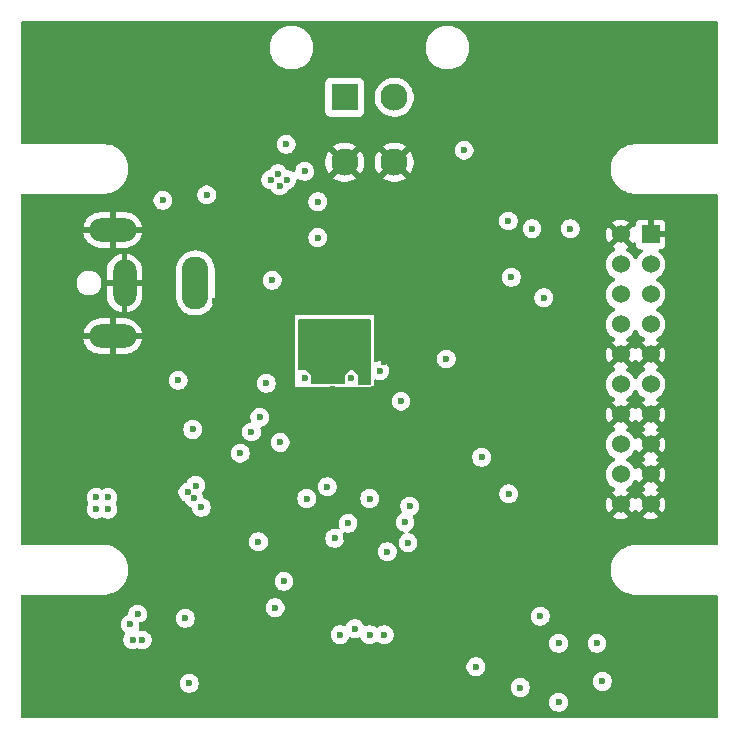
<source format=gbr>
%TF.GenerationSoftware,KiCad,Pcbnew,9.0.6*%
%TF.CreationDate,2026-02-27T09:42:09+00:00*%
%TF.ProjectId,Foinse,466f696e-7365-42e6-9b69-6361645f7063,rev?*%
%TF.SameCoordinates,Original*%
%TF.FileFunction,Copper,L2,Inr*%
%TF.FilePolarity,Positive*%
%FSLAX46Y46*%
G04 Gerber Fmt 4.6, Leading zero omitted, Abs format (unit mm)*
G04 Created by KiCad (PCBNEW 9.0.6) date 2026-02-27 09:42:09*
%MOMM*%
%LPD*%
G01*
G04 APERTURE LIST*
%TA.AperFunction,Conductor*%
%ADD10C,0.200000*%
%TD*%
%TA.AperFunction,ComponentPad*%
%ADD11R,2.300000X2.300000*%
%TD*%
%TA.AperFunction,ComponentPad*%
%ADD12C,2.300000*%
%TD*%
%TA.AperFunction,ComponentPad*%
%ADD13R,1.524000X1.524000*%
%TD*%
%TA.AperFunction,ComponentPad*%
%ADD14C,1.524000*%
%TD*%
%TA.AperFunction,ComponentPad*%
%ADD15O,2.250000X4.500000*%
%TD*%
%TA.AperFunction,ComponentPad*%
%ADD16O,2.000000X4.000000*%
%TD*%
%TA.AperFunction,ComponentPad*%
%ADD17O,4.000000X2.000000*%
%TD*%
%TA.AperFunction,ViaPad*%
%ADD18C,0.600000*%
%TD*%
%TA.AperFunction,ViaPad*%
%ADD19C,0.400000*%
%TD*%
G04 APERTURE END LIST*
D10*
%TO.N,GND*%
X150866643Y-81250000D02*
X148116643Y-81250000D01*
X148116643Y-80000000D01*
X150866643Y-80000000D01*
X150866643Y-81250000D01*
%TA.AperFunction,Conductor*%
G36*
X150866643Y-81250000D02*
G01*
X148116643Y-81250000D01*
X148116643Y-80000000D01*
X150866643Y-80000000D01*
X150866643Y-81250000D01*
G37*
%TD.AperFunction*%
X153032209Y-81278816D02*
X152111181Y-81286570D01*
X152108315Y-79858858D01*
X153029343Y-79851104D01*
X153032209Y-81278816D01*
%TA.AperFunction,Conductor*%
G36*
X153032209Y-81278816D02*
G01*
X152111181Y-81286570D01*
X152108315Y-79858858D01*
X153029343Y-79851104D01*
X153032209Y-81278816D01*
G37*
%TD.AperFunction*%
X148116643Y-80500000D02*
X147616643Y-80000000D01*
X148116643Y-80000000D01*
X148116643Y-80500000D01*
%TA.AperFunction,Conductor*%
G36*
X148116643Y-80500000D02*
G01*
X147616643Y-80000000D01*
X148116643Y-80000000D01*
X148116643Y-80500000D01*
G37*
%TD.AperFunction*%
X153034363Y-80058695D02*
X147058715Y-80063791D01*
X147055291Y-75847693D01*
X153055291Y-75847693D01*
X153034363Y-80058695D01*
%TA.AperFunction,Conductor*%
G36*
X153034363Y-80058695D02*
G01*
X147058715Y-80063791D01*
X147055291Y-75847693D01*
X153055291Y-75847693D01*
X153034363Y-80058695D01*
G37*
%TD.AperFunction*%
X152366643Y-80500000D02*
X152116643Y-80500000D01*
X151616643Y-80000000D01*
X151366643Y-80000000D01*
X150866643Y-80500000D01*
X150616643Y-80500000D01*
X150616643Y-79500000D01*
X152366643Y-79500000D01*
X152366643Y-80500000D01*
%TA.AperFunction,Conductor*%
G36*
X152366643Y-80500000D02*
G01*
X152116643Y-80500000D01*
X151616643Y-80000000D01*
X151366643Y-80000000D01*
X150866643Y-80500000D01*
X150616643Y-80500000D01*
X150616643Y-79500000D01*
X152366643Y-79500000D01*
X152366643Y-80500000D01*
G37*
%TD.AperFunction*%
%TD*%
D11*
%TO.N,BAT*%
%TO.C,J15*%
X150890465Y-57023677D03*
D12*
X155090465Y-57023677D03*
%TO.N,GND*%
X150890465Y-62523677D03*
X155090465Y-62523677D03*
%TD*%
D13*
%TO.N,GND*%
%TO.C,J1*%
X176790000Y-68640000D03*
D14*
X174250000Y-68640000D03*
%TO.N,5VSERVO*%
X176790000Y-71180000D03*
X174250000Y-71180000D03*
X176790000Y-73720000D03*
X174250000Y-73720000D03*
X176790000Y-76260000D03*
X174250000Y-76260000D03*
%TO.N,GND*%
X176790000Y-78800000D03*
X174250000Y-78800000D03*
%TO.N,5VLOGIC*%
X176790000Y-81340000D03*
X174250000Y-81340000D03*
%TO.N,GND*%
X176790000Y-83880000D03*
X174250000Y-83880000D03*
X176790000Y-86420000D03*
%TO.N,CAN_o+*%
X174250000Y-86420000D03*
%TO.N,GND*%
X176790000Y-88960000D03*
%TO.N,CAN_o-*%
X174250000Y-88960000D03*
%TO.N,GND*%
X176790000Y-91500000D03*
X174250000Y-91500000D03*
%TD*%
D15*
%TO.N,Net-(Q2-D)*%
%TO.C,J3*%
X138250000Y-72750000D03*
D16*
%TO.N,GND*%
X132250000Y-72750000D03*
D17*
X131250000Y-77250000D03*
X131250000Y-68250000D03*
%TD*%
D18*
%TO.N,BAT*%
X139209768Y-65297244D03*
X145935100Y-61000000D03*
%TO.N,5VLOGIC*%
X138750000Y-91750000D03*
X132739007Y-101647071D03*
X144250000Y-81250000D03*
X135500000Y-65750000D03*
X133750000Y-102974614D03*
X132942280Y-102974614D03*
X137389008Y-101147071D03*
X137615435Y-90461643D03*
X138276861Y-89898295D03*
X165750000Y-107000000D03*
X138110709Y-90956917D03*
X162500000Y-87500000D03*
%TO.N,SWCLK*%
X147674089Y-91000000D03*
X150500000Y-102526904D03*
%TO.N,3.3V*%
X147500000Y-63300000D03*
X153866643Y-80175116D03*
X151174089Y-93099000D03*
X164750001Y-67500000D03*
X143586589Y-94662500D03*
X164771559Y-90603945D03*
X145750000Y-98000000D03*
X162000000Y-105250000D03*
X154250000Y-102526904D03*
X145424089Y-86250000D03*
X156400000Y-91650000D03*
X145000000Y-100250000D03*
%TO.N,Net-(U1-PB1)*%
X161000000Y-61500000D03*
X153000000Y-91000000D03*
X155657519Y-82750000D03*
%TO.N,SWDIO*%
X149424089Y-90000000D03*
X151750000Y-102026904D03*
%TO.N,NRST*%
X150049089Y-94375000D03*
X153000000Y-102526904D03*
%TO.N,Net-(U5-SW)*%
X138026861Y-85148295D03*
X142045696Y-87152694D03*
%TO.N,GND*%
X133047340Y-97153935D03*
X150209620Y-68540380D03*
X162414981Y-108097426D03*
X163250000Y-89000000D03*
X130797340Y-65569752D03*
X175356828Y-65500000D03*
X170250000Y-101250000D03*
X139250000Y-76983387D03*
X177000000Y-65500000D03*
X164616643Y-80000000D03*
X128985929Y-94545799D03*
X166404073Y-86600158D03*
X145206874Y-75789622D03*
X153000000Y-93750000D03*
X153375000Y-81707386D03*
X138739007Y-107647071D03*
X158250000Y-101250000D03*
X165623001Y-66745046D03*
X173200000Y-67100000D03*
X137250000Y-64000000D03*
X157750000Y-90000000D03*
D19*
X149886159Y-74605995D03*
D18*
X135739007Y-107647071D03*
X142014366Y-106567937D03*
X139250000Y-67250000D03*
D19*
X149230525Y-74593013D03*
D18*
X150816628Y-100843871D03*
X150000000Y-60800000D03*
X170625000Y-87707386D03*
X173718464Y-95285223D03*
X164005940Y-76007558D03*
X155000000Y-76515116D03*
X143162818Y-90937463D03*
X161755940Y-76007558D03*
X144450934Y-75047180D03*
X150323331Y-65590576D03*
X153060637Y-65393198D03*
X155000000Y-75765116D03*
X140250000Y-72500000D03*
X159505940Y-76007558D03*
X148924089Y-91250000D03*
X160000000Y-98250000D03*
X148674089Y-101000000D03*
X176912093Y-60623129D03*
X145014366Y-106567937D03*
X162505940Y-75257558D03*
X134007414Y-105836118D03*
X156250000Y-75772674D03*
X149212985Y-64682645D03*
X150000000Y-107526904D03*
D19*
X147493098Y-74863280D03*
D18*
X144450934Y-75797180D03*
X157750000Y-75022674D03*
D19*
X150846980Y-77915223D03*
D18*
X173640571Y-64732006D03*
X141027307Y-86014023D03*
X140460165Y-83111612D03*
X154244060Y-76522674D03*
X171250000Y-69250000D03*
X160150000Y-65500000D03*
X160750000Y-84000000D03*
X148750000Y-83500000D03*
X156255940Y-76515116D03*
X168498291Y-67390179D03*
X164000000Y-75265116D03*
X129298106Y-89300328D03*
X132406769Y-61421929D03*
X160261880Y-76000000D03*
X156895178Y-65409109D03*
X156000000Y-107500000D03*
X161000000Y-75265116D03*
X169500000Y-78250000D03*
D19*
X146750000Y-75015116D03*
X148680958Y-74571124D03*
D18*
X132328876Y-64868712D03*
D19*
X152400426Y-78629523D03*
D18*
X127867665Y-90496624D03*
D19*
X152848522Y-78629523D03*
D18*
X140277307Y-86014023D03*
X159000000Y-60500000D03*
X155000000Y-77265116D03*
X143750000Y-100500000D03*
X162511880Y-76000000D03*
X163255940Y-76007558D03*
X130690512Y-60653935D03*
X173000000Y-63000000D03*
X175356828Y-99500000D03*
X144750000Y-88750000D03*
X139931008Y-74272539D03*
X145206874Y-76539622D03*
X163250000Y-75265116D03*
X132328876Y-98868712D03*
X175250000Y-60584183D03*
X155000000Y-98500000D03*
X154244060Y-77272674D03*
X146014366Y-106567937D03*
X175250000Y-94584183D03*
X140250000Y-91750000D03*
X176912093Y-94623129D03*
X154250000Y-78015116D03*
X161750000Y-75265116D03*
X144621796Y-89782634D03*
X130898274Y-105900690D03*
X132823590Y-105728498D03*
X129047340Y-60653935D03*
X157125000Y-81707386D03*
X134750000Y-66750000D03*
X159500000Y-75265116D03*
X127867665Y-89746624D03*
X147750000Y-86164214D03*
X154500000Y-83750000D03*
X157750000Y-75772674D03*
X157750000Y-74272674D03*
X160255940Y-75257558D03*
X130750000Y-94653935D03*
X157755940Y-76515116D03*
X154339172Y-65402307D03*
X130797340Y-99569752D03*
X157979581Y-92375000D03*
X157005940Y-75765116D03*
X132406769Y-95421929D03*
X147622375Y-97206481D03*
D19*
X147224234Y-78790881D03*
D18*
X144339805Y-78250000D03*
X144500000Y-85500000D03*
X133500000Y-89500000D03*
X145950934Y-75797180D03*
X154237122Y-87750000D03*
X150988886Y-94250000D03*
X157924089Y-90750000D03*
X135250000Y-98750000D03*
X133047340Y-63153935D03*
X152924089Y-89500000D03*
X165500000Y-100500000D03*
X145950934Y-76547180D03*
X142500000Y-101250000D03*
X140466834Y-82294915D03*
X144528893Y-86878889D03*
X153500000Y-100250000D03*
X157005940Y-74265116D03*
X144750000Y-97250000D03*
X151661392Y-83876661D03*
D19*
X148469934Y-78781372D03*
D18*
X144450934Y-76547180D03*
X139700000Y-60800000D03*
X150742329Y-69696221D03*
X145950934Y-75047180D03*
X127000000Y-90500000D03*
X173000000Y-97000000D03*
X147000027Y-100870479D03*
X134239007Y-107647071D03*
X139527307Y-86014023D03*
X133500000Y-82500000D03*
X147924089Y-93500000D03*
X155005940Y-78007558D03*
X147251956Y-68050000D03*
X173718464Y-61285223D03*
X157005940Y-75015116D03*
X147250000Y-102750000D03*
X145250000Y-83750000D03*
X133705405Y-101733625D03*
X127000000Y-89750000D03*
X141250000Y-91000000D03*
X161005940Y-76007558D03*
X141277307Y-88152694D03*
X145206874Y-75039622D03*
D19*
X150337752Y-77920419D03*
D18*
X144000000Y-79750000D03*
X138000000Y-78000000D03*
X152174089Y-91750000D03*
X149875000Y-81707386D03*
X142650000Y-80893939D03*
X156250000Y-74272674D03*
X155500000Y-102776904D03*
X156250000Y-75022674D03*
X157000000Y-105000000D03*
D19*
X147851838Y-78781372D03*
D18*
X137239007Y-107647071D03*
X173640571Y-98732006D03*
X154261671Y-79479446D03*
X155616643Y-65400000D03*
X143014366Y-106567937D03*
X139589627Y-90111405D03*
X136750000Y-79250000D03*
X139931008Y-75736083D03*
X163000000Y-66000000D03*
X129135247Y-65530806D03*
X133500000Y-84000000D03*
X177000000Y-99500000D03*
X129135247Y-99530806D03*
X157011880Y-76507558D03*
X154244060Y-75772674D03*
X159875000Y-90707386D03*
%TO.N,Fault1*%
X143000967Y-85361612D03*
X156000000Y-93000000D03*
X148604930Y-68902403D03*
X172250000Y-103250000D03*
%TO.N,Fault2*%
X159500000Y-79183109D03*
X170000001Y-68150000D03*
X169000000Y-103250000D03*
%TO.N,Sense1*%
X172710932Y-106487995D03*
X154500000Y-95500000D03*
X148616643Y-65866643D03*
%TO.N,Sense2*%
X156250000Y-94750000D03*
X166750001Y-68150000D03*
X169000000Y-108250000D03*
%TO.N,5VSERVO_S*%
X167457491Y-100957491D03*
X151466643Y-80799265D03*
X167750000Y-74000000D03*
X165000000Y-72265116D03*
%TO.N,pwr*%
X144750000Y-72515116D03*
X143710165Y-84111612D03*
X136789499Y-80998468D03*
X147500000Y-80765116D03*
%TO.N,pwr_s*%
X129850526Y-91897789D03*
X130850526Y-91897789D03*
X129850526Y-90897789D03*
X145383357Y-64500000D03*
X144633357Y-64000000D03*
X145250000Y-63500000D03*
X146000000Y-64000000D03*
X130850526Y-90897789D03*
%TO.N,Net-(U2-VCC)*%
X133375639Y-100783702D03*
X137739007Y-106647071D03*
%TD*%
%TA.AperFunction,Conductor*%
%TO.N,GND*%
G36*
X176316619Y-89156081D02*
G01*
X176383498Y-89271920D01*
X176478080Y-89366502D01*
X176593919Y-89433381D01*
X176654057Y-89449494D01*
X176091283Y-90012268D01*
X176091283Y-90012269D01*
X176128567Y-90039358D01*
X176285882Y-90119515D01*
X176336678Y-90167490D01*
X176353473Y-90235311D01*
X176330935Y-90301446D01*
X176285882Y-90340485D01*
X176128564Y-90420643D01*
X176091283Y-90447729D01*
X176091282Y-90447730D01*
X176654058Y-91010504D01*
X176593919Y-91026619D01*
X176478080Y-91093498D01*
X176383498Y-91188080D01*
X176316619Y-91303919D01*
X176300504Y-91364057D01*
X175737730Y-90801282D01*
X175737729Y-90801283D01*
X175710643Y-90838564D01*
X175630485Y-90995882D01*
X175582510Y-91046678D01*
X175514689Y-91063473D01*
X175448554Y-91040935D01*
X175409515Y-90995882D01*
X175329358Y-90838567D01*
X175302268Y-90801283D01*
X174739494Y-91364057D01*
X174723381Y-91303919D01*
X174656502Y-91188080D01*
X174561920Y-91093498D01*
X174446081Y-91026619D01*
X174385942Y-91010504D01*
X174948716Y-90447731D01*
X174948715Y-90447730D01*
X174911432Y-90420641D01*
X174754668Y-90340765D01*
X174703872Y-90292790D01*
X174687077Y-90224969D01*
X174709615Y-90158834D01*
X174754667Y-90119796D01*
X174911694Y-90039787D01*
X175072464Y-89922981D01*
X175212981Y-89782464D01*
X175329787Y-89621694D01*
X175409796Y-89464667D01*
X175457769Y-89413872D01*
X175525590Y-89397077D01*
X175591725Y-89419614D01*
X175630765Y-89464668D01*
X175710641Y-89621432D01*
X175737730Y-89658715D01*
X176300504Y-89095941D01*
X176316619Y-89156081D01*
G37*
%TD.AperFunction*%
%TA.AperFunction,Conductor*%
G36*
X176316619Y-86616081D02*
G01*
X176383498Y-86731920D01*
X176478080Y-86826502D01*
X176593919Y-86893381D01*
X176654057Y-86909494D01*
X176091283Y-87472268D01*
X176091283Y-87472269D01*
X176128567Y-87499358D01*
X176285882Y-87579515D01*
X176336678Y-87627490D01*
X176353473Y-87695311D01*
X176330935Y-87761446D01*
X176285882Y-87800485D01*
X176128564Y-87880643D01*
X176091283Y-87907729D01*
X176091282Y-87907730D01*
X176654058Y-88470504D01*
X176593919Y-88486619D01*
X176478080Y-88553498D01*
X176383498Y-88648080D01*
X176316619Y-88763919D01*
X176300504Y-88824057D01*
X175737730Y-88261282D01*
X175737729Y-88261283D01*
X175710641Y-88298566D01*
X175630764Y-88455332D01*
X175582790Y-88506127D01*
X175514969Y-88522922D01*
X175448834Y-88500384D01*
X175409796Y-88455332D01*
X175329787Y-88298306D01*
X175212981Y-88137536D01*
X175072464Y-87997019D01*
X174911694Y-87880213D01*
X174755218Y-87800484D01*
X174704423Y-87752510D01*
X174687628Y-87684689D01*
X174710165Y-87618554D01*
X174755218Y-87579515D01*
X174911694Y-87499787D01*
X175072464Y-87382981D01*
X175212981Y-87242464D01*
X175329787Y-87081694D01*
X175409796Y-86924667D01*
X175457769Y-86873872D01*
X175525590Y-86857077D01*
X175591725Y-86879614D01*
X175630765Y-86924668D01*
X175710641Y-87081432D01*
X175737730Y-87118715D01*
X176300504Y-86555941D01*
X176316619Y-86616081D01*
G37*
%TD.AperFunction*%
%TA.AperFunction,Conductor*%
G36*
X176316619Y-84076081D02*
G01*
X176383498Y-84191920D01*
X176478080Y-84286502D01*
X176593919Y-84353381D01*
X176654057Y-84369494D01*
X176091283Y-84932268D01*
X176091283Y-84932269D01*
X176128567Y-84959358D01*
X176285882Y-85039515D01*
X176336678Y-85087490D01*
X176353473Y-85155311D01*
X176330935Y-85221446D01*
X176285882Y-85260485D01*
X176128564Y-85340643D01*
X176091283Y-85367729D01*
X176091282Y-85367730D01*
X176654058Y-85930504D01*
X176593919Y-85946619D01*
X176478080Y-86013498D01*
X176383498Y-86108080D01*
X176316619Y-86223919D01*
X176300504Y-86284057D01*
X175737730Y-85721282D01*
X175737729Y-85721283D01*
X175710641Y-85758566D01*
X175630764Y-85915332D01*
X175582790Y-85966127D01*
X175514969Y-85982922D01*
X175448834Y-85960384D01*
X175409796Y-85915332D01*
X175329787Y-85758306D01*
X175212981Y-85597536D01*
X175072464Y-85457019D01*
X174911694Y-85340213D01*
X174754667Y-85260203D01*
X174703872Y-85212229D01*
X174687077Y-85144408D01*
X174709614Y-85078273D01*
X174754669Y-85039234D01*
X174911422Y-84959364D01*
X174948716Y-84932268D01*
X174385942Y-84369494D01*
X174446081Y-84353381D01*
X174561920Y-84286502D01*
X174656502Y-84191920D01*
X174723381Y-84076081D01*
X174739495Y-84015942D01*
X175302268Y-84578715D01*
X175329362Y-84541425D01*
X175409515Y-84384117D01*
X175457489Y-84333321D01*
X175525310Y-84316526D01*
X175591445Y-84339063D01*
X175630485Y-84384117D01*
X175710641Y-84541432D01*
X175737730Y-84578715D01*
X176300504Y-84015941D01*
X176316619Y-84076081D01*
G37*
%TD.AperFunction*%
%TA.AperFunction,Conductor*%
G36*
X175591446Y-81800165D02*
G01*
X175630484Y-81845218D01*
X175710213Y-82001694D01*
X175827019Y-82162464D01*
X175967536Y-82302981D01*
X176128306Y-82419787D01*
X176285332Y-82499796D01*
X176336127Y-82547769D01*
X176352922Y-82615590D01*
X176330385Y-82681725D01*
X176285332Y-82720764D01*
X176128566Y-82800641D01*
X176091283Y-82827729D01*
X176091282Y-82827730D01*
X176654058Y-83390504D01*
X176593919Y-83406619D01*
X176478080Y-83473498D01*
X176383498Y-83568080D01*
X176316619Y-83683919D01*
X176300504Y-83744057D01*
X175737730Y-83181282D01*
X175737729Y-83181283D01*
X175710643Y-83218564D01*
X175630485Y-83375882D01*
X175582510Y-83426678D01*
X175514689Y-83443473D01*
X175448554Y-83420935D01*
X175409515Y-83375882D01*
X175329358Y-83218567D01*
X175302268Y-83181283D01*
X174739494Y-83744057D01*
X174723381Y-83683919D01*
X174656502Y-83568080D01*
X174561920Y-83473498D01*
X174446081Y-83406619D01*
X174385942Y-83390504D01*
X174948716Y-82827731D01*
X174948715Y-82827730D01*
X174911432Y-82800641D01*
X174754668Y-82720765D01*
X174703872Y-82672790D01*
X174687077Y-82604969D01*
X174709615Y-82538834D01*
X174754667Y-82499796D01*
X174911694Y-82419787D01*
X175072464Y-82302981D01*
X175212981Y-82162464D01*
X175329787Y-82001694D01*
X175409515Y-81845218D01*
X175457490Y-81794423D01*
X175525311Y-81777628D01*
X175591446Y-81800165D01*
G37*
%TD.AperFunction*%
%TA.AperFunction,Conductor*%
G36*
X176316619Y-78996081D02*
G01*
X176383498Y-79111920D01*
X176478080Y-79206502D01*
X176593919Y-79273381D01*
X176654057Y-79289494D01*
X176091283Y-79852268D01*
X176091283Y-79852269D01*
X176128567Y-79879358D01*
X176285331Y-79959234D01*
X176336127Y-80007209D01*
X176352922Y-80075030D01*
X176330384Y-80141165D01*
X176285331Y-80180204D01*
X176128305Y-80260213D01*
X175967533Y-80377021D01*
X175827021Y-80517533D01*
X175710213Y-80678305D01*
X175630485Y-80834780D01*
X175582510Y-80885576D01*
X175514689Y-80902371D01*
X175448554Y-80879833D01*
X175409515Y-80834780D01*
X175373943Y-80764966D01*
X175329787Y-80678306D01*
X175212981Y-80517536D01*
X175072464Y-80377019D01*
X174911694Y-80260213D01*
X174754667Y-80180203D01*
X174703872Y-80132229D01*
X174687077Y-80064408D01*
X174709614Y-79998273D01*
X174754669Y-79959234D01*
X174911422Y-79879364D01*
X174948716Y-79852268D01*
X174385942Y-79289494D01*
X174446081Y-79273381D01*
X174561920Y-79206502D01*
X174656502Y-79111920D01*
X174723381Y-78996081D01*
X174739495Y-78935942D01*
X175302268Y-79498715D01*
X175329362Y-79461425D01*
X175409515Y-79304117D01*
X175457489Y-79253321D01*
X175525310Y-79236526D01*
X175591445Y-79259063D01*
X175630485Y-79304117D01*
X175710641Y-79461432D01*
X175737730Y-79498715D01*
X176300504Y-78935941D01*
X176316619Y-78996081D01*
G37*
%TD.AperFunction*%
%TA.AperFunction,Conductor*%
G36*
X175591446Y-76720165D02*
G01*
X175630484Y-76765218D01*
X175710213Y-76921694D01*
X175827019Y-77082464D01*
X175967536Y-77222981D01*
X176128306Y-77339787D01*
X176285332Y-77419796D01*
X176336127Y-77467769D01*
X176352922Y-77535590D01*
X176330385Y-77601725D01*
X176285332Y-77640764D01*
X176128566Y-77720641D01*
X176091283Y-77747729D01*
X176091282Y-77747730D01*
X176654058Y-78310504D01*
X176593919Y-78326619D01*
X176478080Y-78393498D01*
X176383498Y-78488080D01*
X176316619Y-78603919D01*
X176300504Y-78664057D01*
X175737730Y-78101282D01*
X175737729Y-78101283D01*
X175710643Y-78138564D01*
X175630485Y-78295882D01*
X175582510Y-78346678D01*
X175514689Y-78363473D01*
X175448554Y-78340935D01*
X175409515Y-78295882D01*
X175329358Y-78138567D01*
X175302268Y-78101283D01*
X174739494Y-78664057D01*
X174723381Y-78603919D01*
X174656502Y-78488080D01*
X174561920Y-78393498D01*
X174446081Y-78326619D01*
X174385942Y-78310504D01*
X174948716Y-77747731D01*
X174948715Y-77747730D01*
X174911432Y-77720641D01*
X174754668Y-77640765D01*
X174703872Y-77592790D01*
X174687077Y-77524969D01*
X174709615Y-77458834D01*
X174754667Y-77419796D01*
X174911694Y-77339787D01*
X175072464Y-77222981D01*
X175212981Y-77082464D01*
X175329787Y-76921694D01*
X175409515Y-76765218D01*
X175457490Y-76714423D01*
X175525311Y-76697628D01*
X175591446Y-76720165D01*
G37*
%TD.AperFunction*%
%TA.AperFunction,Conductor*%
G36*
X175302268Y-69338715D02*
G01*
X175303683Y-69336769D01*
X175359013Y-69294104D01*
X175428627Y-69288126D01*
X175490421Y-69320733D01*
X175524778Y-69381572D01*
X175528000Y-69409656D01*
X175528000Y-69449844D01*
X175534401Y-69509372D01*
X175534403Y-69509379D01*
X175584645Y-69644086D01*
X175584649Y-69644093D01*
X175670809Y-69759187D01*
X175670812Y-69759190D01*
X175785906Y-69845350D01*
X175785913Y-69845354D01*
X175920620Y-69895596D01*
X175920627Y-69895598D01*
X175980155Y-69901999D01*
X175980172Y-69902000D01*
X176019490Y-69902000D01*
X176086529Y-69921685D01*
X176132284Y-69974489D01*
X176142228Y-70043647D01*
X176113203Y-70107203D01*
X176092375Y-70126318D01*
X175967539Y-70217016D01*
X175967533Y-70217021D01*
X175827021Y-70357533D01*
X175710213Y-70518305D01*
X175630485Y-70674780D01*
X175582510Y-70725576D01*
X175514689Y-70742371D01*
X175448554Y-70719833D01*
X175409515Y-70674780D01*
X175329786Y-70518305D01*
X175212981Y-70357536D01*
X175072464Y-70217019D01*
X174911694Y-70100213D01*
X174754667Y-70020203D01*
X174703872Y-69972229D01*
X174687077Y-69904408D01*
X174709614Y-69838273D01*
X174754669Y-69799234D01*
X174911422Y-69719364D01*
X174948716Y-69692268D01*
X174385942Y-69129494D01*
X174446081Y-69113381D01*
X174561920Y-69046502D01*
X174656502Y-68951920D01*
X174723381Y-68836081D01*
X174739495Y-68775942D01*
X175302268Y-69338715D01*
G37*
%TD.AperFunction*%
%TA.AperFunction,Conductor*%
G36*
X182440218Y-50590185D02*
G01*
X182485973Y-50642989D01*
X182497179Y-50694500D01*
X182497179Y-60874937D01*
X182477494Y-60941976D01*
X182424690Y-60987731D01*
X182373179Y-60998937D01*
X175571436Y-60998937D01*
X175571184Y-60998863D01*
X175520000Y-60998863D01*
X175382324Y-60998863D01*
X175382318Y-60998863D01*
X175382314Y-60998864D01*
X175109336Y-61034802D01*
X175109329Y-61034803D01*
X175109326Y-61034804D01*
X174944958Y-61078846D01*
X174843356Y-61106070D01*
X174843346Y-61106073D01*
X174588966Y-61211441D01*
X174588955Y-61211446D01*
X174350507Y-61349115D01*
X174350491Y-61349126D01*
X174132049Y-61516742D01*
X174132042Y-61516748D01*
X173937348Y-61711442D01*
X173937342Y-61711449D01*
X173769726Y-61929891D01*
X173769715Y-61929907D01*
X173632046Y-62168355D01*
X173632041Y-62168366D01*
X173526673Y-62422746D01*
X173526670Y-62422756D01*
X173458222Y-62678211D01*
X173455405Y-62688723D01*
X173455402Y-62688736D01*
X173419464Y-62961714D01*
X173419463Y-62961730D01*
X173419463Y-63237069D01*
X173419464Y-63237085D01*
X173455402Y-63510063D01*
X173455403Y-63510068D01*
X173455404Y-63510074D01*
X173526670Y-63776043D01*
X173526673Y-63776053D01*
X173632041Y-64030433D01*
X173632046Y-64030444D01*
X173769715Y-64268892D01*
X173769726Y-64268908D01*
X173937342Y-64487350D01*
X173937348Y-64487357D01*
X174132042Y-64682051D01*
X174132049Y-64682057D01*
X174246315Y-64769736D01*
X174350500Y-64849680D01*
X174354532Y-64852008D01*
X174588955Y-64987353D01*
X174588960Y-64987355D01*
X174588963Y-64987357D01*
X174843356Y-65092730D01*
X175109326Y-65163996D01*
X175382324Y-65199937D01*
X175454108Y-65199937D01*
X182373179Y-65199937D01*
X182440218Y-65219622D01*
X182485973Y-65272426D01*
X182497179Y-65323937D01*
X182497179Y-94816063D01*
X182477494Y-94883102D01*
X182424690Y-94928857D01*
X182373179Y-94940063D01*
X175446543Y-94940063D01*
X175445414Y-94940137D01*
X175382327Y-94940137D01*
X175109351Y-94976074D01*
X175109344Y-94976075D01*
X175109341Y-94976076D01*
X175053134Y-94991136D01*
X174843381Y-95047339D01*
X174589002Y-95152706D01*
X174588992Y-95152711D01*
X174350540Y-95290380D01*
X174132096Y-95458000D01*
X173937400Y-95652696D01*
X173769780Y-95871140D01*
X173632111Y-96109592D01*
X173632106Y-96109602D01*
X173526739Y-96363981D01*
X173455477Y-96629938D01*
X173455474Y-96629951D01*
X173419537Y-96902927D01*
X173419537Y-97178272D01*
X173455474Y-97451248D01*
X173455475Y-97451253D01*
X173455476Y-97451259D01*
X173476755Y-97530673D01*
X173526739Y-97717218D01*
X173632106Y-97971597D01*
X173632111Y-97971607D01*
X173769780Y-98210059D01*
X173937400Y-98428503D01*
X173937408Y-98428512D01*
X174132088Y-98623192D01*
X174132096Y-98623199D01*
X174350540Y-98790819D01*
X174588992Y-98928488D01*
X174589002Y-98928493D01*
X174729950Y-98986875D01*
X174843380Y-99033860D01*
X175109341Y-99105124D01*
X175302137Y-99130505D01*
X175382327Y-99141063D01*
X175382328Y-99141063D01*
X175454108Y-99141063D01*
X182373179Y-99141063D01*
X182440218Y-99160748D01*
X182485973Y-99213552D01*
X182497179Y-99265063D01*
X182497179Y-109445500D01*
X182477494Y-109512539D01*
X182424690Y-109558294D01*
X182373179Y-109569500D01*
X123622179Y-109569500D01*
X123555140Y-109549815D01*
X123509385Y-109497011D01*
X123498179Y-109445500D01*
X123498179Y-108171153D01*
X168199500Y-108171153D01*
X168199500Y-108328846D01*
X168230261Y-108483489D01*
X168230264Y-108483501D01*
X168290602Y-108629172D01*
X168290609Y-108629185D01*
X168378210Y-108760288D01*
X168378213Y-108760292D01*
X168489707Y-108871786D01*
X168489711Y-108871789D01*
X168620814Y-108959390D01*
X168620827Y-108959397D01*
X168766498Y-109019735D01*
X168766503Y-109019737D01*
X168921153Y-109050499D01*
X168921156Y-109050500D01*
X168921158Y-109050500D01*
X169078844Y-109050500D01*
X169078845Y-109050499D01*
X169233497Y-109019737D01*
X169379179Y-108959394D01*
X169510289Y-108871789D01*
X169621789Y-108760289D01*
X169709394Y-108629179D01*
X169769737Y-108483497D01*
X169800500Y-108328842D01*
X169800500Y-108171158D01*
X169800500Y-108171155D01*
X169800499Y-108171153D01*
X169769738Y-108016510D01*
X169769737Y-108016503D01*
X169769735Y-108016498D01*
X169709397Y-107870827D01*
X169709390Y-107870814D01*
X169621789Y-107739711D01*
X169621786Y-107739707D01*
X169510292Y-107628213D01*
X169510288Y-107628210D01*
X169379185Y-107540609D01*
X169379172Y-107540602D01*
X169233501Y-107480264D01*
X169233489Y-107480261D01*
X169078845Y-107449500D01*
X169078842Y-107449500D01*
X168921158Y-107449500D01*
X168921155Y-107449500D01*
X168766510Y-107480261D01*
X168766498Y-107480264D01*
X168620827Y-107540602D01*
X168620814Y-107540609D01*
X168489711Y-107628210D01*
X168489707Y-107628213D01*
X168378213Y-107739707D01*
X168378210Y-107739711D01*
X168290609Y-107870814D01*
X168290602Y-107870827D01*
X168230264Y-108016498D01*
X168230261Y-108016510D01*
X168199500Y-108171153D01*
X123498179Y-108171153D01*
X123498179Y-106568224D01*
X136938507Y-106568224D01*
X136938507Y-106725917D01*
X136969268Y-106880560D01*
X136969271Y-106880572D01*
X137029609Y-107026243D01*
X137029616Y-107026256D01*
X137117217Y-107157359D01*
X137117220Y-107157363D01*
X137228714Y-107268857D01*
X137228718Y-107268860D01*
X137359821Y-107356461D01*
X137359834Y-107356468D01*
X137414679Y-107379185D01*
X137505510Y-107416808D01*
X137660160Y-107447570D01*
X137660163Y-107447571D01*
X137660165Y-107447571D01*
X137817851Y-107447571D01*
X137817852Y-107447570D01*
X137972504Y-107416808D01*
X138118186Y-107356465D01*
X138249296Y-107268860D01*
X138360796Y-107157360D01*
X138448401Y-107026250D01*
X138491933Y-106921153D01*
X164949500Y-106921153D01*
X164949500Y-107078846D01*
X164980261Y-107233489D01*
X164980264Y-107233501D01*
X165040602Y-107379172D01*
X165040609Y-107379185D01*
X165128210Y-107510288D01*
X165128213Y-107510292D01*
X165239707Y-107621786D01*
X165239711Y-107621789D01*
X165370814Y-107709390D01*
X165370827Y-107709397D01*
X165444013Y-107739711D01*
X165516503Y-107769737D01*
X165671153Y-107800499D01*
X165671156Y-107800500D01*
X165671158Y-107800500D01*
X165828844Y-107800500D01*
X165828845Y-107800499D01*
X165983497Y-107769737D01*
X166129179Y-107709394D01*
X166260289Y-107621789D01*
X166371789Y-107510289D01*
X166459394Y-107379179D01*
X166519737Y-107233497D01*
X166550500Y-107078842D01*
X166550500Y-106921158D01*
X166550500Y-106921155D01*
X166550499Y-106921153D01*
X166542425Y-106880562D01*
X166519737Y-106766503D01*
X166501090Y-106721484D01*
X166459397Y-106620827D01*
X166459390Y-106620814D01*
X166371789Y-106489711D01*
X166371786Y-106489707D01*
X166291227Y-106409148D01*
X171910432Y-106409148D01*
X171910432Y-106566841D01*
X171941193Y-106721484D01*
X171941196Y-106721496D01*
X172001534Y-106867167D01*
X172001541Y-106867180D01*
X172089142Y-106998283D01*
X172089145Y-106998287D01*
X172200639Y-107109781D01*
X172200643Y-107109784D01*
X172331746Y-107197385D01*
X172331759Y-107197392D01*
X172477430Y-107257730D01*
X172477435Y-107257732D01*
X172632085Y-107288494D01*
X172632088Y-107288495D01*
X172632090Y-107288495D01*
X172789776Y-107288495D01*
X172789777Y-107288494D01*
X172944429Y-107257732D01*
X173090111Y-107197389D01*
X173221221Y-107109784D01*
X173332721Y-106998284D01*
X173420326Y-106867174D01*
X173480669Y-106721492D01*
X173511432Y-106566837D01*
X173511432Y-106409153D01*
X173511432Y-106409150D01*
X173511431Y-106409148D01*
X173487851Y-106290606D01*
X173480669Y-106254498D01*
X173431910Y-106136782D01*
X173420329Y-106108822D01*
X173420322Y-106108809D01*
X173332721Y-105977706D01*
X173332718Y-105977702D01*
X173221224Y-105866208D01*
X173221220Y-105866205D01*
X173090117Y-105778604D01*
X173090104Y-105778597D01*
X172944433Y-105718259D01*
X172944421Y-105718256D01*
X172789777Y-105687495D01*
X172789774Y-105687495D01*
X172632090Y-105687495D01*
X172632087Y-105687495D01*
X172477442Y-105718256D01*
X172477430Y-105718259D01*
X172331759Y-105778597D01*
X172331746Y-105778604D01*
X172200643Y-105866205D01*
X172200639Y-105866208D01*
X172089145Y-105977702D01*
X172089142Y-105977706D01*
X172001541Y-106108809D01*
X172001534Y-106108822D01*
X171941196Y-106254493D01*
X171941193Y-106254505D01*
X171910432Y-106409148D01*
X166291227Y-106409148D01*
X166260292Y-106378213D01*
X166260288Y-106378210D01*
X166129185Y-106290609D01*
X166129172Y-106290602D01*
X165983501Y-106230264D01*
X165983489Y-106230261D01*
X165828845Y-106199500D01*
X165828842Y-106199500D01*
X165671158Y-106199500D01*
X165671155Y-106199500D01*
X165516510Y-106230261D01*
X165516498Y-106230264D01*
X165370827Y-106290602D01*
X165370814Y-106290609D01*
X165239711Y-106378210D01*
X165239707Y-106378213D01*
X165128213Y-106489707D01*
X165128210Y-106489711D01*
X165040609Y-106620814D01*
X165040602Y-106620827D01*
X164980264Y-106766498D01*
X164980261Y-106766510D01*
X164949500Y-106921153D01*
X138491933Y-106921153D01*
X138508744Y-106880568D01*
X138539507Y-106725913D01*
X138539507Y-106568229D01*
X138539507Y-106568226D01*
X138539506Y-106568224D01*
X138539230Y-106566837D01*
X138508744Y-106413574D01*
X138457811Y-106290609D01*
X138448404Y-106267898D01*
X138448397Y-106267885D01*
X138360796Y-106136782D01*
X138360793Y-106136778D01*
X138249299Y-106025284D01*
X138249295Y-106025281D01*
X138118192Y-105937680D01*
X138118179Y-105937673D01*
X137972508Y-105877335D01*
X137972496Y-105877332D01*
X137817852Y-105846571D01*
X137817849Y-105846571D01*
X137660165Y-105846571D01*
X137660162Y-105846571D01*
X137505517Y-105877332D01*
X137505505Y-105877335D01*
X137359834Y-105937673D01*
X137359821Y-105937680D01*
X137228718Y-106025281D01*
X137228714Y-106025284D01*
X137117220Y-106136778D01*
X137117217Y-106136782D01*
X137029616Y-106267885D01*
X137029609Y-106267898D01*
X136969271Y-106413569D01*
X136969268Y-106413581D01*
X136938507Y-106568224D01*
X123498179Y-106568224D01*
X123498179Y-105171153D01*
X161199500Y-105171153D01*
X161199500Y-105328846D01*
X161230261Y-105483489D01*
X161230264Y-105483501D01*
X161290602Y-105629172D01*
X161290609Y-105629185D01*
X161378210Y-105760288D01*
X161378213Y-105760292D01*
X161489707Y-105871786D01*
X161489711Y-105871789D01*
X161620814Y-105959390D01*
X161620827Y-105959397D01*
X161766498Y-106019735D01*
X161766503Y-106019737D01*
X161921153Y-106050499D01*
X161921156Y-106050500D01*
X161921158Y-106050500D01*
X162078844Y-106050500D01*
X162078845Y-106050499D01*
X162233497Y-106019737D01*
X162379179Y-105959394D01*
X162510289Y-105871789D01*
X162621789Y-105760289D01*
X162709394Y-105629179D01*
X162769737Y-105483497D01*
X162800500Y-105328842D01*
X162800500Y-105171158D01*
X162800500Y-105171155D01*
X162800499Y-105171153D01*
X162769738Y-105016510D01*
X162769737Y-105016503D01*
X162769735Y-105016498D01*
X162709397Y-104870827D01*
X162709390Y-104870814D01*
X162621789Y-104739711D01*
X162621786Y-104739707D01*
X162510292Y-104628213D01*
X162510288Y-104628210D01*
X162379185Y-104540609D01*
X162379172Y-104540602D01*
X162233501Y-104480264D01*
X162233489Y-104480261D01*
X162078845Y-104449500D01*
X162078842Y-104449500D01*
X161921158Y-104449500D01*
X161921155Y-104449500D01*
X161766510Y-104480261D01*
X161766498Y-104480264D01*
X161620827Y-104540602D01*
X161620814Y-104540609D01*
X161489711Y-104628210D01*
X161489707Y-104628213D01*
X161378213Y-104739707D01*
X161378210Y-104739711D01*
X161290609Y-104870814D01*
X161290602Y-104870827D01*
X161230264Y-105016498D01*
X161230261Y-105016510D01*
X161199500Y-105171153D01*
X123498179Y-105171153D01*
X123498179Y-101568224D01*
X131938507Y-101568224D01*
X131938507Y-101725917D01*
X131969268Y-101880560D01*
X131969271Y-101880572D01*
X132029609Y-102026243D01*
X132029616Y-102026256D01*
X132117217Y-102157359D01*
X132117220Y-102157363D01*
X132228715Y-102268858D01*
X132228718Y-102268860D01*
X132279355Y-102302695D01*
X132324159Y-102356305D01*
X132332868Y-102425630D01*
X132313566Y-102474686D01*
X132232892Y-102595423D01*
X132232882Y-102595441D01*
X132172544Y-102741112D01*
X132172541Y-102741124D01*
X132141780Y-102895767D01*
X132141780Y-103053460D01*
X132172541Y-103208103D01*
X132172544Y-103208115D01*
X132232882Y-103353786D01*
X132232889Y-103353799D01*
X132320490Y-103484902D01*
X132320493Y-103484906D01*
X132431987Y-103596400D01*
X132431991Y-103596403D01*
X132563094Y-103684004D01*
X132563107Y-103684011D01*
X132708778Y-103744349D01*
X132708783Y-103744351D01*
X132863433Y-103775113D01*
X132863436Y-103775114D01*
X132863438Y-103775114D01*
X133021124Y-103775114D01*
X133021125Y-103775113D01*
X133175777Y-103744351D01*
X133298688Y-103693439D01*
X133368157Y-103685971D01*
X133393589Y-103693439D01*
X133516503Y-103744351D01*
X133671153Y-103775113D01*
X133671156Y-103775114D01*
X133671158Y-103775114D01*
X133828844Y-103775114D01*
X133828845Y-103775113D01*
X133983497Y-103744351D01*
X134129179Y-103684008D01*
X134260289Y-103596403D01*
X134371789Y-103484903D01*
X134459394Y-103353793D01*
X134519737Y-103208111D01*
X134550500Y-103053456D01*
X134550500Y-102895772D01*
X134550500Y-102895769D01*
X134550499Y-102895767D01*
X134545537Y-102870821D01*
X134519737Y-102741117D01*
X134517741Y-102736298D01*
X134459397Y-102595441D01*
X134459390Y-102595428D01*
X134402884Y-102510861D01*
X134371789Y-102464325D01*
X134371786Y-102464321D01*
X134355522Y-102448057D01*
X149699500Y-102448057D01*
X149699500Y-102605750D01*
X149730261Y-102760393D01*
X149730264Y-102760405D01*
X149790602Y-102906076D01*
X149790609Y-102906089D01*
X149878210Y-103037192D01*
X149878213Y-103037196D01*
X149989707Y-103148690D01*
X149989711Y-103148693D01*
X150120814Y-103236294D01*
X150120827Y-103236301D01*
X150266498Y-103296639D01*
X150266503Y-103296641D01*
X150421153Y-103327403D01*
X150421156Y-103327404D01*
X150421158Y-103327404D01*
X150578844Y-103327404D01*
X150578845Y-103327403D01*
X150733497Y-103296641D01*
X150879179Y-103236298D01*
X151010289Y-103148693D01*
X151121789Y-103037193D01*
X151209394Y-102906083D01*
X151245610Y-102818647D01*
X151289449Y-102764248D01*
X151355743Y-102742182D01*
X151407622Y-102751542D01*
X151516498Y-102796639D01*
X151516503Y-102796641D01*
X151671153Y-102827403D01*
X151671156Y-102827404D01*
X151671158Y-102827404D01*
X151828844Y-102827404D01*
X151828845Y-102827403D01*
X151983497Y-102796641D01*
X152071008Y-102760393D01*
X152092377Y-102751542D01*
X152161846Y-102744073D01*
X152224325Y-102775348D01*
X152254390Y-102818650D01*
X152290604Y-102906080D01*
X152290609Y-102906089D01*
X152378210Y-103037192D01*
X152378213Y-103037196D01*
X152489707Y-103148690D01*
X152489711Y-103148693D01*
X152620814Y-103236294D01*
X152620827Y-103236301D01*
X152766498Y-103296639D01*
X152766503Y-103296641D01*
X152921153Y-103327403D01*
X152921156Y-103327404D01*
X152921158Y-103327404D01*
X153078844Y-103327404D01*
X153078845Y-103327403D01*
X153233497Y-103296641D01*
X153379179Y-103236298D01*
X153510289Y-103148693D01*
X153510292Y-103148690D01*
X153537319Y-103121664D01*
X153598642Y-103088179D01*
X153668334Y-103093163D01*
X153712681Y-103121664D01*
X153739707Y-103148690D01*
X153739711Y-103148693D01*
X153870814Y-103236294D01*
X153870827Y-103236301D01*
X154016498Y-103296639D01*
X154016503Y-103296641D01*
X154171153Y-103327403D01*
X154171156Y-103327404D01*
X154171158Y-103327404D01*
X154328844Y-103327404D01*
X154328845Y-103327403D01*
X154483497Y-103296641D01*
X154629179Y-103236298D01*
X154726675Y-103171153D01*
X168199500Y-103171153D01*
X168199500Y-103328846D01*
X168230261Y-103483489D01*
X168230264Y-103483501D01*
X168290602Y-103629172D01*
X168290609Y-103629185D01*
X168378210Y-103760288D01*
X168378213Y-103760292D01*
X168489707Y-103871786D01*
X168489711Y-103871789D01*
X168620814Y-103959390D01*
X168620827Y-103959397D01*
X168766498Y-104019735D01*
X168766503Y-104019737D01*
X168921153Y-104050499D01*
X168921156Y-104050500D01*
X168921158Y-104050500D01*
X169078844Y-104050500D01*
X169078845Y-104050499D01*
X169233497Y-104019737D01*
X169379179Y-103959394D01*
X169510289Y-103871789D01*
X169621789Y-103760289D01*
X169709394Y-103629179D01*
X169769737Y-103483497D01*
X169800500Y-103328842D01*
X169800500Y-103171158D01*
X169800500Y-103171155D01*
X169800499Y-103171153D01*
X171449500Y-103171153D01*
X171449500Y-103328846D01*
X171480261Y-103483489D01*
X171480264Y-103483501D01*
X171540602Y-103629172D01*
X171540609Y-103629185D01*
X171628210Y-103760288D01*
X171628213Y-103760292D01*
X171739707Y-103871786D01*
X171739711Y-103871789D01*
X171870814Y-103959390D01*
X171870827Y-103959397D01*
X172016498Y-104019735D01*
X172016503Y-104019737D01*
X172171153Y-104050499D01*
X172171156Y-104050500D01*
X172171158Y-104050500D01*
X172328844Y-104050500D01*
X172328845Y-104050499D01*
X172483497Y-104019737D01*
X172629179Y-103959394D01*
X172760289Y-103871789D01*
X172871789Y-103760289D01*
X172959394Y-103629179D01*
X173019737Y-103483497D01*
X173050500Y-103328842D01*
X173050500Y-103171158D01*
X173050500Y-103171155D01*
X173050499Y-103171153D01*
X173023853Y-103037196D01*
X173019737Y-103016503D01*
X173019735Y-103016498D01*
X172959397Y-102870827D01*
X172959390Y-102870814D01*
X172871789Y-102739711D01*
X172871786Y-102739707D01*
X172760292Y-102628213D01*
X172760288Y-102628210D01*
X172629185Y-102540609D01*
X172629172Y-102540602D01*
X172483501Y-102480264D01*
X172483489Y-102480261D01*
X172328845Y-102449500D01*
X172328842Y-102449500D01*
X172171158Y-102449500D01*
X172171155Y-102449500D01*
X172016510Y-102480261D01*
X172016498Y-102480264D01*
X171870827Y-102540602D01*
X171870814Y-102540609D01*
X171739711Y-102628210D01*
X171739707Y-102628213D01*
X171628213Y-102739707D01*
X171628210Y-102739711D01*
X171540609Y-102870814D01*
X171540602Y-102870827D01*
X171480264Y-103016498D01*
X171480261Y-103016510D01*
X171449500Y-103171153D01*
X169800499Y-103171153D01*
X169773853Y-103037196D01*
X169769737Y-103016503D01*
X169769735Y-103016498D01*
X169709397Y-102870827D01*
X169709390Y-102870814D01*
X169621789Y-102739711D01*
X169621786Y-102739707D01*
X169510292Y-102628213D01*
X169510288Y-102628210D01*
X169379185Y-102540609D01*
X169379172Y-102540602D01*
X169233501Y-102480264D01*
X169233489Y-102480261D01*
X169078845Y-102449500D01*
X169078842Y-102449500D01*
X168921158Y-102449500D01*
X168921155Y-102449500D01*
X168766510Y-102480261D01*
X168766498Y-102480264D01*
X168620827Y-102540602D01*
X168620814Y-102540609D01*
X168489711Y-102628210D01*
X168489707Y-102628213D01*
X168378213Y-102739707D01*
X168378210Y-102739711D01*
X168290609Y-102870814D01*
X168290602Y-102870827D01*
X168230264Y-103016498D01*
X168230261Y-103016510D01*
X168199500Y-103171153D01*
X154726675Y-103171153D01*
X154760289Y-103148693D01*
X154787318Y-103121664D01*
X154831598Y-103077385D01*
X154871786Y-103037196D01*
X154871789Y-103037193D01*
X154959394Y-102906083D01*
X155019737Y-102760401D01*
X155050500Y-102605746D01*
X155050500Y-102448062D01*
X155050500Y-102448059D01*
X155050499Y-102448057D01*
X155019738Y-102293414D01*
X155019737Y-102293407D01*
X155019735Y-102293402D01*
X154959397Y-102147731D01*
X154959390Y-102147718D01*
X154871789Y-102016615D01*
X154871786Y-102016611D01*
X154760292Y-101905117D01*
X154760288Y-101905114D01*
X154629185Y-101817513D01*
X154629172Y-101817506D01*
X154483501Y-101757168D01*
X154483489Y-101757165D01*
X154328845Y-101726404D01*
X154328842Y-101726404D01*
X154171158Y-101726404D01*
X154171155Y-101726404D01*
X154016510Y-101757165D01*
X154016498Y-101757168D01*
X153870827Y-101817506D01*
X153870814Y-101817513D01*
X153739711Y-101905114D01*
X153739707Y-101905117D01*
X153712681Y-101932144D01*
X153651358Y-101965629D01*
X153581666Y-101960645D01*
X153537319Y-101932144D01*
X153510292Y-101905117D01*
X153510288Y-101905114D01*
X153379185Y-101817513D01*
X153379172Y-101817506D01*
X153233501Y-101757168D01*
X153233489Y-101757165D01*
X153078845Y-101726404D01*
X153078842Y-101726404D01*
X152921158Y-101726404D01*
X152921155Y-101726404D01*
X152766510Y-101757165D01*
X152766498Y-101757168D01*
X152657622Y-101802266D01*
X152588153Y-101809735D01*
X152525674Y-101778459D01*
X152495611Y-101735161D01*
X152459394Y-101647725D01*
X152459392Y-101647722D01*
X152459390Y-101647718D01*
X152371789Y-101516615D01*
X152371786Y-101516611D01*
X152260292Y-101405117D01*
X152260288Y-101405114D01*
X152129185Y-101317513D01*
X152129172Y-101317506D01*
X151983501Y-101257168D01*
X151983489Y-101257165D01*
X151828845Y-101226404D01*
X151828842Y-101226404D01*
X151671158Y-101226404D01*
X151671155Y-101226404D01*
X151516510Y-101257165D01*
X151516498Y-101257168D01*
X151370827Y-101317506D01*
X151370814Y-101317513D01*
X151239711Y-101405114D01*
X151239707Y-101405117D01*
X151128213Y-101516611D01*
X151128210Y-101516615D01*
X151040609Y-101647718D01*
X151040604Y-101647727D01*
X151004390Y-101735158D01*
X150960549Y-101789561D01*
X150894255Y-101811626D01*
X150842377Y-101802266D01*
X150733501Y-101757168D01*
X150733489Y-101757165D01*
X150578845Y-101726404D01*
X150578842Y-101726404D01*
X150421158Y-101726404D01*
X150421155Y-101726404D01*
X150266510Y-101757165D01*
X150266498Y-101757168D01*
X150120827Y-101817506D01*
X150120814Y-101817513D01*
X149989711Y-101905114D01*
X149989707Y-101905117D01*
X149878213Y-102016611D01*
X149878210Y-102016615D01*
X149790609Y-102147718D01*
X149790602Y-102147731D01*
X149730264Y-102293402D01*
X149730261Y-102293414D01*
X149699500Y-102448057D01*
X134355522Y-102448057D01*
X134260292Y-102352827D01*
X134260288Y-102352824D01*
X134129185Y-102265223D01*
X134129172Y-102265216D01*
X133983501Y-102204878D01*
X133983489Y-102204875D01*
X133828845Y-102174114D01*
X133828842Y-102174114D01*
X133671158Y-102174114D01*
X133671153Y-102174114D01*
X133589183Y-102190419D01*
X133519591Y-102184192D01*
X133464414Y-102141329D01*
X133441170Y-102075439D01*
X133450431Y-102021350D01*
X133487381Y-101932144D01*
X133508744Y-101880568D01*
X133539507Y-101725913D01*
X133539507Y-101665133D01*
X133559192Y-101598094D01*
X133611996Y-101552339D01*
X133615977Y-101550605D01*
X133754818Y-101493096D01*
X133885928Y-101405491D01*
X133997428Y-101293991D01*
X134085033Y-101162881D01*
X134085036Y-101162874D01*
X134124241Y-101068224D01*
X136588508Y-101068224D01*
X136588508Y-101225917D01*
X136619269Y-101380560D01*
X136619272Y-101380572D01*
X136679610Y-101526243D01*
X136679617Y-101526256D01*
X136767218Y-101657359D01*
X136767221Y-101657363D01*
X136878715Y-101768857D01*
X136878719Y-101768860D01*
X137009822Y-101856461D01*
X137009835Y-101856468D01*
X137127279Y-101905114D01*
X137155511Y-101916808D01*
X137310161Y-101947570D01*
X137310164Y-101947571D01*
X137310166Y-101947571D01*
X137467852Y-101947571D01*
X137467853Y-101947570D01*
X137622505Y-101916808D01*
X137768187Y-101856465D01*
X137899297Y-101768860D01*
X138010797Y-101657360D01*
X138098402Y-101526250D01*
X138158745Y-101380568D01*
X138189508Y-101225913D01*
X138189508Y-101068229D01*
X138189508Y-101068226D01*
X138189507Y-101068224D01*
X138158746Y-100913581D01*
X138158745Y-100913574D01*
X138144279Y-100878649D01*
X138098405Y-100767898D01*
X138098398Y-100767885D01*
X138010797Y-100636782D01*
X138010794Y-100636778D01*
X137899300Y-100525284D01*
X137899296Y-100525281D01*
X137768193Y-100437680D01*
X137768180Y-100437673D01*
X137622509Y-100377335D01*
X137622497Y-100377332D01*
X137467853Y-100346571D01*
X137467850Y-100346571D01*
X137310166Y-100346571D01*
X137310163Y-100346571D01*
X137155518Y-100377332D01*
X137155506Y-100377335D01*
X137009835Y-100437673D01*
X137009822Y-100437680D01*
X136878719Y-100525281D01*
X136878715Y-100525284D01*
X136767221Y-100636778D01*
X136767218Y-100636782D01*
X136679617Y-100767885D01*
X136679610Y-100767898D01*
X136619272Y-100913569D01*
X136619269Y-100913581D01*
X136588508Y-101068224D01*
X134124241Y-101068224D01*
X134145373Y-101017207D01*
X134145373Y-101017205D01*
X134145376Y-101017199D01*
X134176139Y-100862544D01*
X134176139Y-100704860D01*
X134176139Y-100704857D01*
X134176138Y-100704855D01*
X134162597Y-100636782D01*
X134145376Y-100550205D01*
X134145374Y-100550200D01*
X134085036Y-100404529D01*
X134085029Y-100404516D01*
X133997428Y-100273413D01*
X133997425Y-100273409D01*
X133895169Y-100171153D01*
X144199500Y-100171153D01*
X144199500Y-100328846D01*
X144230261Y-100483489D01*
X144230264Y-100483501D01*
X144290602Y-100629172D01*
X144290609Y-100629185D01*
X144378210Y-100760288D01*
X144378213Y-100760292D01*
X144489707Y-100871786D01*
X144489711Y-100871789D01*
X144620814Y-100959390D01*
X144620827Y-100959397D01*
X144760395Y-101017207D01*
X144766503Y-101019737D01*
X144921153Y-101050499D01*
X144921156Y-101050500D01*
X144921158Y-101050500D01*
X145078844Y-101050500D01*
X145078845Y-101050499D01*
X145233497Y-101019737D01*
X145379179Y-100959394D01*
X145500030Y-100878644D01*
X166656991Y-100878644D01*
X166656991Y-101036337D01*
X166687752Y-101190980D01*
X166687755Y-101190992D01*
X166748093Y-101336663D01*
X166748100Y-101336676D01*
X166835701Y-101467779D01*
X166835704Y-101467783D01*
X166947198Y-101579277D01*
X166947202Y-101579280D01*
X167078305Y-101666881D01*
X167078318Y-101666888D01*
X167223989Y-101727226D01*
X167223994Y-101727228D01*
X167374507Y-101757167D01*
X167378644Y-101757990D01*
X167378647Y-101757991D01*
X167378649Y-101757991D01*
X167536335Y-101757991D01*
X167536336Y-101757990D01*
X167690988Y-101727228D01*
X167836670Y-101666885D01*
X167967780Y-101579280D01*
X168079280Y-101467780D01*
X168166885Y-101336670D01*
X168227228Y-101190988D01*
X168257991Y-101036333D01*
X168257991Y-100878649D01*
X168257991Y-100878646D01*
X168257990Y-100878644D01*
X168254787Y-100862544D01*
X168227228Y-100723994D01*
X168227226Y-100723989D01*
X168166888Y-100578318D01*
X168166881Y-100578305D01*
X168079280Y-100447202D01*
X168079277Y-100447198D01*
X167967783Y-100335704D01*
X167967779Y-100335701D01*
X167836676Y-100248100D01*
X167836663Y-100248093D01*
X167690992Y-100187755D01*
X167690980Y-100187752D01*
X167536336Y-100156991D01*
X167536333Y-100156991D01*
X167378649Y-100156991D01*
X167378646Y-100156991D01*
X167224001Y-100187752D01*
X167223989Y-100187755D01*
X167078318Y-100248093D01*
X167078305Y-100248100D01*
X166947202Y-100335701D01*
X166947198Y-100335704D01*
X166835704Y-100447198D01*
X166835701Y-100447202D01*
X166748100Y-100578305D01*
X166748093Y-100578318D01*
X166687755Y-100723989D01*
X166687752Y-100724001D01*
X166656991Y-100878644D01*
X145500030Y-100878644D01*
X145510289Y-100871789D01*
X145549401Y-100832677D01*
X145597203Y-100784876D01*
X145621786Y-100760292D01*
X145621789Y-100760289D01*
X145709394Y-100629179D01*
X145769737Y-100483497D01*
X145800500Y-100328842D01*
X145800500Y-100171158D01*
X145800500Y-100171155D01*
X145800499Y-100171153D01*
X145769738Y-100016510D01*
X145769737Y-100016503D01*
X145768685Y-100013963D01*
X145709397Y-99870827D01*
X145709390Y-99870814D01*
X145621789Y-99739711D01*
X145621786Y-99739707D01*
X145510292Y-99628213D01*
X145510288Y-99628210D01*
X145379185Y-99540609D01*
X145379172Y-99540602D01*
X145233501Y-99480264D01*
X145233489Y-99480261D01*
X145078845Y-99449500D01*
X145078842Y-99449500D01*
X144921158Y-99449500D01*
X144921155Y-99449500D01*
X144766510Y-99480261D01*
X144766498Y-99480264D01*
X144620827Y-99540602D01*
X144620814Y-99540609D01*
X144489711Y-99628210D01*
X144489707Y-99628213D01*
X144378213Y-99739707D01*
X144378210Y-99739711D01*
X144290609Y-99870814D01*
X144290602Y-99870827D01*
X144230264Y-100016498D01*
X144230261Y-100016510D01*
X144199500Y-100171153D01*
X133895169Y-100171153D01*
X133885931Y-100161915D01*
X133885927Y-100161912D01*
X133754824Y-100074311D01*
X133754811Y-100074304D01*
X133609140Y-100013966D01*
X133609128Y-100013963D01*
X133454484Y-99983202D01*
X133454481Y-99983202D01*
X133296797Y-99983202D01*
X133296794Y-99983202D01*
X133142149Y-100013963D01*
X133142137Y-100013966D01*
X132996466Y-100074304D01*
X132996453Y-100074311D01*
X132865350Y-100161912D01*
X132865346Y-100161915D01*
X132753852Y-100273409D01*
X132753849Y-100273413D01*
X132666248Y-100404516D01*
X132666241Y-100404529D01*
X132605903Y-100550200D01*
X132605900Y-100550212D01*
X132575139Y-100704855D01*
X132575139Y-100765638D01*
X132555454Y-100832677D01*
X132502650Y-100878432D01*
X132498592Y-100880199D01*
X132359830Y-100937675D01*
X132359821Y-100937680D01*
X132228718Y-101025281D01*
X132228714Y-101025284D01*
X132117220Y-101136778D01*
X132117217Y-101136782D01*
X132029616Y-101267885D01*
X132029609Y-101267898D01*
X131969271Y-101413569D01*
X131969268Y-101413581D01*
X131938507Y-101568224D01*
X123498179Y-101568224D01*
X123498179Y-99265063D01*
X123517864Y-99198024D01*
X123570668Y-99152269D01*
X123622179Y-99141063D01*
X130423908Y-99141063D01*
X130424156Y-99141136D01*
X130475345Y-99141136D01*
X130475345Y-99141137D01*
X130613024Y-99141140D01*
X130886026Y-99105206D01*
X131152003Y-99033944D01*
X131406402Y-98928574D01*
X131644871Y-98790899D01*
X131863329Y-98623276D01*
X132058039Y-98428571D01*
X132225668Y-98210117D01*
X132363349Y-97971652D01*
X132384267Y-97921153D01*
X144949500Y-97921153D01*
X144949500Y-98078846D01*
X144980261Y-98233489D01*
X144980264Y-98233501D01*
X145040602Y-98379172D01*
X145040609Y-98379185D01*
X145128210Y-98510288D01*
X145128213Y-98510292D01*
X145239707Y-98621786D01*
X145239711Y-98621789D01*
X145370814Y-98709390D01*
X145370827Y-98709397D01*
X145516498Y-98769735D01*
X145516503Y-98769737D01*
X145671153Y-98800499D01*
X145671156Y-98800500D01*
X145671158Y-98800500D01*
X145828844Y-98800500D01*
X145828845Y-98800499D01*
X145983497Y-98769737D01*
X146129179Y-98709394D01*
X146260289Y-98621789D01*
X146371789Y-98510289D01*
X146459394Y-98379179D01*
X146519737Y-98233497D01*
X146550500Y-98078842D01*
X146550500Y-97921158D01*
X146550500Y-97921155D01*
X146550499Y-97921153D01*
X146519738Y-97766510D01*
X146519737Y-97766503D01*
X146519735Y-97766498D01*
X146459397Y-97620827D01*
X146459390Y-97620814D01*
X146371789Y-97489711D01*
X146371786Y-97489707D01*
X146260292Y-97378213D01*
X146260288Y-97378210D01*
X146129185Y-97290609D01*
X146129172Y-97290602D01*
X145983501Y-97230264D01*
X145983489Y-97230261D01*
X145828845Y-97199500D01*
X145828842Y-97199500D01*
X145671158Y-97199500D01*
X145671155Y-97199500D01*
X145516510Y-97230261D01*
X145516498Y-97230264D01*
X145370827Y-97290602D01*
X145370814Y-97290609D01*
X145239711Y-97378210D01*
X145239707Y-97378213D01*
X145128213Y-97489707D01*
X145128210Y-97489711D01*
X145040609Y-97620814D01*
X145040602Y-97620827D01*
X144980264Y-97766498D01*
X144980261Y-97766510D01*
X144949500Y-97921153D01*
X132384267Y-97921153D01*
X132468726Y-97717256D01*
X132539995Y-97451281D01*
X132575937Y-97178279D01*
X132575937Y-96902922D01*
X132539995Y-96629920D01*
X132468726Y-96363946D01*
X132363350Y-96109549D01*
X132246380Y-95906955D01*
X132225670Y-95871085D01*
X132225666Y-95871080D01*
X132058043Y-95652633D01*
X132058035Y-95652624D01*
X131863334Y-95457928D01*
X131863330Y-95457924D01*
X131695530Y-95329171D01*
X131644872Y-95290301D01*
X131644869Y-95290299D01*
X131644860Y-95290293D01*
X131406407Y-95152629D01*
X131406392Y-95152622D01*
X131152204Y-95047340D01*
X131152004Y-95047257D01*
X131152002Y-95047256D01*
X131152001Y-95047256D01*
X131151995Y-95047254D01*
X130886032Y-94975995D01*
X130764693Y-94960023D01*
X130613025Y-94940060D01*
X130613020Y-94940060D01*
X130475346Y-94940063D01*
X123622179Y-94940063D01*
X123613493Y-94937512D01*
X123604532Y-94938801D01*
X123580491Y-94927822D01*
X123555140Y-94920378D01*
X123549212Y-94913537D01*
X123540976Y-94909776D01*
X123526686Y-94887541D01*
X123509385Y-94867574D01*
X123507097Y-94857059D01*
X123503202Y-94850998D01*
X123498179Y-94816063D01*
X123498179Y-94583653D01*
X142786089Y-94583653D01*
X142786089Y-94741346D01*
X142816850Y-94895989D01*
X142816853Y-94896001D01*
X142877191Y-95041672D01*
X142877198Y-95041685D01*
X142964799Y-95172788D01*
X142964802Y-95172792D01*
X143076296Y-95284286D01*
X143076300Y-95284289D01*
X143207403Y-95371890D01*
X143207416Y-95371897D01*
X143353087Y-95432235D01*
X143353092Y-95432237D01*
X143489619Y-95459394D01*
X143507742Y-95462999D01*
X143507745Y-95463000D01*
X143507747Y-95463000D01*
X143665433Y-95463000D01*
X143665434Y-95462999D01*
X143820086Y-95432237D01*
X143846845Y-95421153D01*
X153699500Y-95421153D01*
X153699500Y-95578846D01*
X153730261Y-95733489D01*
X153730264Y-95733501D01*
X153790602Y-95879172D01*
X153790609Y-95879185D01*
X153878210Y-96010288D01*
X153878213Y-96010292D01*
X153989707Y-96121786D01*
X153989711Y-96121789D01*
X154120814Y-96209390D01*
X154120827Y-96209397D01*
X154266498Y-96269735D01*
X154266503Y-96269737D01*
X154421153Y-96300499D01*
X154421156Y-96300500D01*
X154421158Y-96300500D01*
X154578844Y-96300500D01*
X154578845Y-96300499D01*
X154733497Y-96269737D01*
X154879179Y-96209394D01*
X155010289Y-96121789D01*
X155121789Y-96010289D01*
X155209394Y-95879179D01*
X155269737Y-95733497D01*
X155300500Y-95578842D01*
X155300500Y-95421158D01*
X155300500Y-95421155D01*
X155300499Y-95421153D01*
X155278780Y-95311964D01*
X155269737Y-95266503D01*
X155232043Y-95175500D01*
X155209397Y-95120827D01*
X155209390Y-95120814D01*
X155121789Y-94989711D01*
X155121786Y-94989707D01*
X155010292Y-94878213D01*
X155010288Y-94878210D01*
X154879185Y-94790609D01*
X154879172Y-94790602D01*
X154733501Y-94730264D01*
X154733489Y-94730261D01*
X154578845Y-94699500D01*
X154578842Y-94699500D01*
X154421158Y-94699500D01*
X154421155Y-94699500D01*
X154266510Y-94730261D01*
X154266498Y-94730264D01*
X154120827Y-94790602D01*
X154120814Y-94790609D01*
X153989711Y-94878210D01*
X153989707Y-94878213D01*
X153878213Y-94989707D01*
X153878210Y-94989711D01*
X153790609Y-95120814D01*
X153790602Y-95120827D01*
X153730264Y-95266498D01*
X153730261Y-95266510D01*
X153699500Y-95421153D01*
X143846845Y-95421153D01*
X143965768Y-95371894D01*
X143965930Y-95371786D01*
X144055460Y-95311964D01*
X144069589Y-95302522D01*
X144096878Y-95284289D01*
X144208378Y-95172789D01*
X144295983Y-95041679D01*
X144356326Y-94895997D01*
X144387089Y-94741342D01*
X144387089Y-94583658D01*
X144387089Y-94583655D01*
X144387088Y-94583653D01*
X144373730Y-94516498D01*
X144356326Y-94429003D01*
X144301298Y-94296153D01*
X149248589Y-94296153D01*
X149248589Y-94453846D01*
X149279350Y-94608489D01*
X149279353Y-94608501D01*
X149339691Y-94754172D01*
X149339698Y-94754185D01*
X149427299Y-94885288D01*
X149427302Y-94885292D01*
X149538796Y-94996786D01*
X149538800Y-94996789D01*
X149669903Y-95084390D01*
X149669916Y-95084397D01*
X149815587Y-95144735D01*
X149815592Y-95144737D01*
X149956613Y-95172788D01*
X149970242Y-95175499D01*
X149970245Y-95175500D01*
X149970247Y-95175500D01*
X150127933Y-95175500D01*
X150127934Y-95175499D01*
X150282586Y-95144737D01*
X150428268Y-95084394D01*
X150559378Y-94996789D01*
X150670878Y-94885289D01*
X150758483Y-94754179D01*
X150818826Y-94608497D01*
X150849589Y-94453842D01*
X150849589Y-94296158D01*
X150849589Y-94296155D01*
X150849588Y-94296153D01*
X150818827Y-94141510D01*
X150818826Y-94141503D01*
X150777077Y-94040711D01*
X150771786Y-94027936D01*
X150764317Y-93958467D01*
X150795593Y-93895988D01*
X150855682Y-93860336D01*
X150925507Y-93862830D01*
X150933780Y-93865915D01*
X150940592Y-93868737D01*
X151077591Y-93895988D01*
X151095242Y-93899499D01*
X151095245Y-93899500D01*
X151095247Y-93899500D01*
X151252933Y-93899500D01*
X151252934Y-93899499D01*
X151407586Y-93868737D01*
X151553268Y-93808394D01*
X151684378Y-93720789D01*
X151795878Y-93609289D01*
X151883483Y-93478179D01*
X151943826Y-93332497D01*
X151974589Y-93177842D01*
X151974589Y-93020158D01*
X151974589Y-93020155D01*
X151958497Y-92939258D01*
X151958497Y-92939257D01*
X151954896Y-92921153D01*
X155199500Y-92921153D01*
X155199500Y-93078846D01*
X155230261Y-93233489D01*
X155230264Y-93233501D01*
X155290602Y-93379172D01*
X155290609Y-93379185D01*
X155378210Y-93510288D01*
X155378213Y-93510292D01*
X155489707Y-93621786D01*
X155489711Y-93621789D01*
X155620814Y-93709390D01*
X155620827Y-93709397D01*
X155726603Y-93753210D01*
X155766503Y-93769737D01*
X155825735Y-93781519D01*
X155877841Y-93791884D01*
X155939752Y-93824269D01*
X155974326Y-93884984D01*
X155970587Y-93954754D01*
X155929720Y-94011426D01*
X155901104Y-94028061D01*
X155870829Y-94040601D01*
X155870814Y-94040609D01*
X155739711Y-94128210D01*
X155739707Y-94128213D01*
X155628213Y-94239707D01*
X155628210Y-94239711D01*
X155540609Y-94370814D01*
X155540602Y-94370827D01*
X155480264Y-94516498D01*
X155480261Y-94516510D01*
X155449500Y-94671153D01*
X155449500Y-94828846D01*
X155480261Y-94983489D01*
X155480264Y-94983501D01*
X155540602Y-95129172D01*
X155540609Y-95129185D01*
X155628210Y-95260288D01*
X155628213Y-95260292D01*
X155739707Y-95371786D01*
X155739711Y-95371789D01*
X155870814Y-95459390D01*
X155870827Y-95459397D01*
X155984437Y-95506455D01*
X156016503Y-95519737D01*
X156171153Y-95550499D01*
X156171156Y-95550500D01*
X156171158Y-95550500D01*
X156328844Y-95550500D01*
X156328845Y-95550499D01*
X156483497Y-95519737D01*
X156629179Y-95459394D01*
X156760289Y-95371789D01*
X156871789Y-95260289D01*
X156959394Y-95129179D01*
X156962854Y-95120827D01*
X156977946Y-95084390D01*
X157019737Y-94983497D01*
X157050500Y-94828842D01*
X157050500Y-94671158D01*
X157050500Y-94671155D01*
X157050499Y-94671153D01*
X157019738Y-94516510D01*
X157019737Y-94516503D01*
X156993782Y-94453842D01*
X156959397Y-94370827D01*
X156959390Y-94370814D01*
X156871789Y-94239711D01*
X156871786Y-94239707D01*
X156760292Y-94128213D01*
X156760288Y-94128210D01*
X156629185Y-94040609D01*
X156629172Y-94040602D01*
X156483501Y-93980264D01*
X156483491Y-93980261D01*
X156372157Y-93958115D01*
X156310246Y-93925730D01*
X156275672Y-93865014D01*
X156279413Y-93795244D01*
X156320279Y-93738573D01*
X156348893Y-93721938D01*
X156379179Y-93709394D01*
X156510289Y-93621789D01*
X156621789Y-93510289D01*
X156709394Y-93379179D01*
X156769737Y-93233497D01*
X156800500Y-93078842D01*
X156800500Y-92921158D01*
X156800500Y-92921155D01*
X156800499Y-92921153D01*
X156769738Y-92766510D01*
X156769737Y-92766503D01*
X156755000Y-92730924D01*
X156709397Y-92620827D01*
X156709390Y-92620814D01*
X156678043Y-92573900D01*
X156678043Y-92573899D01*
X156671652Y-92564335D01*
X156650773Y-92497658D01*
X156669257Y-92430278D01*
X156721235Y-92383587D01*
X156727270Y-92380894D01*
X156779179Y-92359394D01*
X156910289Y-92271789D01*
X157021789Y-92160289D01*
X157109394Y-92029179D01*
X157169737Y-91883497D01*
X157200500Y-91728842D01*
X157200500Y-91571158D01*
X157200500Y-91571155D01*
X157200499Y-91571153D01*
X157179823Y-91467209D01*
X157169737Y-91416503D01*
X157169735Y-91416498D01*
X157109397Y-91270827D01*
X157109390Y-91270814D01*
X157021789Y-91139711D01*
X157021786Y-91139707D01*
X156910292Y-91028213D01*
X156910288Y-91028210D01*
X156779185Y-90940609D01*
X156779172Y-90940602D01*
X156633501Y-90880264D01*
X156633489Y-90880261D01*
X156478845Y-90849500D01*
X156478842Y-90849500D01*
X156321158Y-90849500D01*
X156321155Y-90849500D01*
X156166510Y-90880261D01*
X156166498Y-90880264D01*
X156020827Y-90940602D01*
X156020814Y-90940609D01*
X155889711Y-91028210D01*
X155889707Y-91028213D01*
X155778213Y-91139707D01*
X155778210Y-91139711D01*
X155690609Y-91270814D01*
X155690602Y-91270827D01*
X155630264Y-91416498D01*
X155630261Y-91416510D01*
X155599500Y-91571153D01*
X155599500Y-91728846D01*
X155630261Y-91883489D01*
X155630264Y-91883501D01*
X155690602Y-92029172D01*
X155690609Y-92029185D01*
X155728348Y-92085665D01*
X155749226Y-92152343D01*
X155730741Y-92219723D01*
X155678762Y-92266413D01*
X155672699Y-92269117D01*
X155620824Y-92290604D01*
X155620814Y-92290609D01*
X155489711Y-92378210D01*
X155489707Y-92378213D01*
X155378213Y-92489707D01*
X155378210Y-92489711D01*
X155290609Y-92620814D01*
X155290602Y-92620827D01*
X155230264Y-92766498D01*
X155230261Y-92766510D01*
X155199500Y-92921153D01*
X151954896Y-92921153D01*
X151943827Y-92865510D01*
X151943826Y-92865503D01*
X151902822Y-92766510D01*
X151883486Y-92719827D01*
X151883479Y-92719814D01*
X151795878Y-92588711D01*
X151795875Y-92588707D01*
X151684381Y-92477213D01*
X151684377Y-92477210D01*
X151553274Y-92389609D01*
X151553261Y-92389602D01*
X151407590Y-92329264D01*
X151407578Y-92329261D01*
X151252934Y-92298500D01*
X151252931Y-92298500D01*
X151095247Y-92298500D01*
X151095244Y-92298500D01*
X150940599Y-92329261D01*
X150940587Y-92329264D01*
X150794916Y-92389602D01*
X150794903Y-92389609D01*
X150663800Y-92477210D01*
X150663796Y-92477213D01*
X150552302Y-92588707D01*
X150552299Y-92588711D01*
X150464698Y-92719814D01*
X150464691Y-92719827D01*
X150404353Y-92865498D01*
X150404350Y-92865510D01*
X150373589Y-93020153D01*
X150373589Y-93177846D01*
X150384660Y-93233501D01*
X150404352Y-93332497D01*
X150423691Y-93379185D01*
X150451392Y-93446063D01*
X150458860Y-93515533D01*
X150427584Y-93578012D01*
X150367495Y-93613664D01*
X150297670Y-93611169D01*
X150289378Y-93608076D01*
X150282590Y-93605264D01*
X150282578Y-93605261D01*
X150127934Y-93574500D01*
X150127931Y-93574500D01*
X149970247Y-93574500D01*
X149970244Y-93574500D01*
X149815599Y-93605261D01*
X149815587Y-93605264D01*
X149669916Y-93665602D01*
X149669903Y-93665609D01*
X149538800Y-93753210D01*
X149538796Y-93753213D01*
X149427302Y-93864707D01*
X149427299Y-93864711D01*
X149339698Y-93995814D01*
X149339691Y-93995827D01*
X149279353Y-94141498D01*
X149279350Y-94141510D01*
X149248589Y-94296153D01*
X144301298Y-94296153D01*
X144295983Y-94283321D01*
X144295981Y-94283318D01*
X144295979Y-94283314D01*
X144208378Y-94152211D01*
X144208375Y-94152207D01*
X144096881Y-94040713D01*
X144096877Y-94040710D01*
X143965774Y-93953109D01*
X143965761Y-93953102D01*
X143820090Y-93892764D01*
X143820078Y-93892761D01*
X143665434Y-93862000D01*
X143665431Y-93862000D01*
X143507747Y-93862000D01*
X143507744Y-93862000D01*
X143353099Y-93892761D01*
X143353087Y-93892764D01*
X143207416Y-93953102D01*
X143207403Y-93953109D01*
X143076300Y-94040710D01*
X143076296Y-94040713D01*
X142964802Y-94152207D01*
X142964799Y-94152211D01*
X142877198Y-94283314D01*
X142877191Y-94283327D01*
X142816853Y-94428998D01*
X142816850Y-94429010D01*
X142786089Y-94583653D01*
X123498179Y-94583653D01*
X123498179Y-90818942D01*
X129050026Y-90818942D01*
X129050026Y-90976635D01*
X129080787Y-91131278D01*
X129080790Y-91131290D01*
X129141128Y-91276961D01*
X129141135Y-91276974D01*
X129175830Y-91328898D01*
X129196708Y-91395575D01*
X129178224Y-91462956D01*
X129175830Y-91466680D01*
X129141135Y-91518603D01*
X129141128Y-91518616D01*
X129080790Y-91664287D01*
X129080787Y-91664299D01*
X129050026Y-91818942D01*
X129050026Y-91976635D01*
X129080787Y-92131278D01*
X129080790Y-92131290D01*
X129141128Y-92276961D01*
X129141135Y-92276974D01*
X129228736Y-92408077D01*
X129228739Y-92408081D01*
X129340233Y-92519575D01*
X129340237Y-92519578D01*
X129471340Y-92607179D01*
X129471353Y-92607186D01*
X129617024Y-92667524D01*
X129617029Y-92667526D01*
X129771679Y-92698288D01*
X129771682Y-92698289D01*
X129771684Y-92698289D01*
X129929370Y-92698289D01*
X129929371Y-92698288D01*
X130084023Y-92667526D01*
X130229705Y-92607183D01*
X130281636Y-92572483D01*
X130348311Y-92551605D01*
X130415691Y-92570089D01*
X130419389Y-92572465D01*
X130471347Y-92607183D01*
X130471349Y-92607184D01*
X130471351Y-92607185D01*
X130617024Y-92667524D01*
X130617029Y-92667526D01*
X130771679Y-92698288D01*
X130771682Y-92698289D01*
X130771684Y-92698289D01*
X130929370Y-92698289D01*
X130929371Y-92698288D01*
X131084023Y-92667526D01*
X131229705Y-92607183D01*
X131360815Y-92519578D01*
X131472315Y-92408078D01*
X131559920Y-92276968D01*
X131562067Y-92271786D01*
X131608248Y-92160292D01*
X131620263Y-92131286D01*
X131651026Y-91976631D01*
X131651026Y-91818947D01*
X131651026Y-91818944D01*
X131651025Y-91818942D01*
X131635528Y-91741033D01*
X131620263Y-91664292D01*
X131602657Y-91621786D01*
X131559922Y-91518614D01*
X131559920Y-91518611D01*
X131559920Y-91518610D01*
X131525220Y-91466678D01*
X131504342Y-91400004D01*
X131522826Y-91332624D01*
X131525202Y-91328925D01*
X131559920Y-91276968D01*
X131620263Y-91131286D01*
X131651026Y-90976631D01*
X131651026Y-90818947D01*
X131651026Y-90818944D01*
X131651025Y-90818942D01*
X131641237Y-90769735D01*
X131620263Y-90664292D01*
X131602657Y-90621786D01*
X131559923Y-90518616D01*
X131559916Y-90518603D01*
X131511137Y-90445600D01*
X131472315Y-90387500D01*
X131472312Y-90387496D01*
X131467612Y-90382796D01*
X136814935Y-90382796D01*
X136814935Y-90540489D01*
X136845696Y-90695132D01*
X136845699Y-90695144D01*
X136906037Y-90840815D01*
X136906044Y-90840828D01*
X136993645Y-90971931D01*
X136993648Y-90971935D01*
X137105142Y-91083429D01*
X137105146Y-91083432D01*
X137236252Y-91171035D01*
X137236254Y-91171035D01*
X137236256Y-91171037D01*
X137305516Y-91199725D01*
X137359920Y-91243565D01*
X137372625Y-91266833D01*
X137401313Y-91336092D01*
X137401318Y-91336102D01*
X137488919Y-91467205D01*
X137488922Y-91467209D01*
X137600416Y-91578703D01*
X137600420Y-91578706D01*
X137731523Y-91666307D01*
X137731536Y-91666314D01*
X137827903Y-91706229D01*
X137873415Y-91725081D01*
X137927819Y-91768921D01*
X137947711Y-91822987D01*
X137948311Y-91822868D01*
X137949067Y-91826671D01*
X137949365Y-91827480D01*
X137949499Y-91828841D01*
X137980261Y-91983489D01*
X137980264Y-91983501D01*
X138040602Y-92129172D01*
X138040609Y-92129185D01*
X138128210Y-92260288D01*
X138128213Y-92260292D01*
X138239707Y-92371786D01*
X138239711Y-92371789D01*
X138370814Y-92459390D01*
X138370827Y-92459397D01*
X138444013Y-92489711D01*
X138516503Y-92519737D01*
X138671153Y-92550499D01*
X138671156Y-92550500D01*
X138671158Y-92550500D01*
X138828844Y-92550500D01*
X138828845Y-92550499D01*
X138983497Y-92519737D01*
X139129179Y-92459394D01*
X139260289Y-92371789D01*
X139371789Y-92260289D01*
X139459394Y-92129179D01*
X139519737Y-91983497D01*
X139550500Y-91828842D01*
X139550500Y-91671158D01*
X139550500Y-91671155D01*
X139550499Y-91671153D01*
X139540679Y-91621786D01*
X139519737Y-91516503D01*
X139499100Y-91466680D01*
X139459397Y-91370827D01*
X139459390Y-91370814D01*
X139371789Y-91239711D01*
X139371786Y-91239707D01*
X139260292Y-91128213D01*
X139260288Y-91128210D01*
X139129185Y-91040609D01*
X139129173Y-91040602D01*
X139102674Y-91029627D01*
X138987293Y-90981835D01*
X138932889Y-90937994D01*
X138926693Y-90921153D01*
X146873589Y-90921153D01*
X146873589Y-91078846D01*
X146904350Y-91233489D01*
X146904353Y-91233501D01*
X146964691Y-91379172D01*
X146964698Y-91379185D01*
X147052299Y-91510288D01*
X147052302Y-91510292D01*
X147163796Y-91621786D01*
X147163800Y-91621789D01*
X147294903Y-91709390D01*
X147294916Y-91709397D01*
X147438622Y-91768921D01*
X147440592Y-91769737D01*
X147570211Y-91795520D01*
X147595242Y-91800499D01*
X147595245Y-91800500D01*
X147595247Y-91800500D01*
X147752933Y-91800500D01*
X147752934Y-91800499D01*
X147907586Y-91769737D01*
X148053268Y-91709394D01*
X148184378Y-91621789D01*
X148295878Y-91510289D01*
X148383483Y-91379179D01*
X148386943Y-91370827D01*
X148425820Y-91276968D01*
X148443826Y-91233497D01*
X148474589Y-91078842D01*
X148474589Y-90921158D01*
X148474589Y-90921155D01*
X148474588Y-90921153D01*
X152199500Y-90921153D01*
X152199500Y-91078846D01*
X152230261Y-91233489D01*
X152230264Y-91233501D01*
X152290602Y-91379172D01*
X152290609Y-91379185D01*
X152378210Y-91510288D01*
X152378213Y-91510292D01*
X152489707Y-91621786D01*
X152489711Y-91621789D01*
X152620814Y-91709390D01*
X152620827Y-91709397D01*
X152764533Y-91768921D01*
X152766503Y-91769737D01*
X152896122Y-91795520D01*
X152921153Y-91800499D01*
X152921156Y-91800500D01*
X152921158Y-91800500D01*
X153078844Y-91800500D01*
X153078845Y-91800499D01*
X153233497Y-91769737D01*
X153379179Y-91709394D01*
X153510289Y-91621789D01*
X153621789Y-91510289D01*
X153709394Y-91379179D01*
X153712854Y-91370827D01*
X153751731Y-91276968D01*
X153769737Y-91233497D01*
X153800500Y-91078842D01*
X153800500Y-90921158D01*
X153800500Y-90921155D01*
X153800499Y-90921153D01*
X153769737Y-90766503D01*
X153769735Y-90766498D01*
X153709397Y-90620827D01*
X153709390Y-90620814D01*
X153687399Y-90587902D01*
X153645434Y-90525098D01*
X163971059Y-90525098D01*
X163971059Y-90682791D01*
X164001820Y-90837434D01*
X164001823Y-90837446D01*
X164062161Y-90983117D01*
X164062168Y-90983130D01*
X164149769Y-91114233D01*
X164149772Y-91114237D01*
X164261266Y-91225731D01*
X164261270Y-91225734D01*
X164392373Y-91313335D01*
X164392386Y-91313342D01*
X164531138Y-91370814D01*
X164538062Y-91373682D01*
X164670391Y-91400004D01*
X164692712Y-91404444D01*
X164692715Y-91404445D01*
X164692717Y-91404445D01*
X164850403Y-91404445D01*
X164850404Y-91404444D01*
X165005056Y-91373682D01*
X165150738Y-91313339D01*
X165170251Y-91300300D01*
X165181621Y-91292704D01*
X165220339Y-91266833D01*
X165281848Y-91225734D01*
X165393348Y-91114234D01*
X165480953Y-90983124D01*
X165483643Y-90976631D01*
X165521991Y-90884049D01*
X165541296Y-90837442D01*
X165572059Y-90682787D01*
X165572059Y-90525103D01*
X165572059Y-90525100D01*
X165572058Y-90525098D01*
X165558130Y-90455080D01*
X165541296Y-90370448D01*
X165512715Y-90301446D01*
X165480956Y-90224772D01*
X165480949Y-90224759D01*
X165393348Y-90093656D01*
X165393345Y-90093652D01*
X165281851Y-89982158D01*
X165281847Y-89982155D01*
X165150744Y-89894554D01*
X165150731Y-89894547D01*
X165005060Y-89834209D01*
X165005048Y-89834206D01*
X164850404Y-89803445D01*
X164850401Y-89803445D01*
X164692717Y-89803445D01*
X164692714Y-89803445D01*
X164538069Y-89834206D01*
X164538057Y-89834209D01*
X164392386Y-89894547D01*
X164392373Y-89894554D01*
X164261270Y-89982155D01*
X164261266Y-89982158D01*
X164149772Y-90093652D01*
X164149769Y-90093656D01*
X164062168Y-90224759D01*
X164062161Y-90224772D01*
X164001823Y-90370443D01*
X164001820Y-90370455D01*
X163971059Y-90525098D01*
X153645434Y-90525098D01*
X153621789Y-90489711D01*
X153621786Y-90489707D01*
X153510292Y-90378213D01*
X153510288Y-90378210D01*
X153379185Y-90290609D01*
X153379172Y-90290602D01*
X153233501Y-90230264D01*
X153233489Y-90230261D01*
X153078845Y-90199500D01*
X153078842Y-90199500D01*
X152921158Y-90199500D01*
X152921155Y-90199500D01*
X152766510Y-90230261D01*
X152766498Y-90230264D01*
X152620827Y-90290602D01*
X152620814Y-90290609D01*
X152489711Y-90378210D01*
X152489707Y-90378213D01*
X152378213Y-90489707D01*
X152378210Y-90489711D01*
X152290609Y-90620814D01*
X152290602Y-90620827D01*
X152230264Y-90766498D01*
X152230261Y-90766510D01*
X152199500Y-90921153D01*
X148474588Y-90921153D01*
X148443826Y-90766503D01*
X148443824Y-90766498D01*
X148383486Y-90620827D01*
X148383479Y-90620814D01*
X148295878Y-90489711D01*
X148295875Y-90489707D01*
X148184381Y-90378213D01*
X148184377Y-90378210D01*
X148053274Y-90290609D01*
X148053261Y-90290602D01*
X147907590Y-90230264D01*
X147907578Y-90230261D01*
X147752934Y-90199500D01*
X147752931Y-90199500D01*
X147595247Y-90199500D01*
X147595244Y-90199500D01*
X147440599Y-90230261D01*
X147440587Y-90230264D01*
X147294916Y-90290602D01*
X147294903Y-90290609D01*
X147163800Y-90378210D01*
X147163796Y-90378213D01*
X147052302Y-90489707D01*
X147052299Y-90489711D01*
X146964698Y-90620814D01*
X146964691Y-90620827D01*
X146904353Y-90766498D01*
X146904350Y-90766510D01*
X146873589Y-90921153D01*
X138926693Y-90921153D01*
X138912999Y-90883929D01*
X138912398Y-90884049D01*
X138911638Y-90880228D01*
X138911341Y-90879421D01*
X138911209Y-90878083D01*
X138911209Y-90878075D01*
X138903797Y-90840815D01*
X138880447Y-90723427D01*
X138880446Y-90723420D01*
X138825270Y-90590214D01*
X138817802Y-90520746D01*
X138849077Y-90458267D01*
X138852097Y-90455136D01*
X138898650Y-90408584D01*
X138986255Y-90277474D01*
X139046598Y-90131792D01*
X139077361Y-89977137D01*
X139077361Y-89921153D01*
X148623589Y-89921153D01*
X148623589Y-90078846D01*
X148654350Y-90233489D01*
X148654353Y-90233501D01*
X148714691Y-90379172D01*
X148714698Y-90379185D01*
X148802299Y-90510288D01*
X148802302Y-90510292D01*
X148913796Y-90621786D01*
X148913800Y-90621789D01*
X149044903Y-90709390D01*
X149044916Y-90709397D01*
X149182772Y-90766498D01*
X149190592Y-90769737D01*
X149345242Y-90800499D01*
X149345245Y-90800500D01*
X149345247Y-90800500D01*
X149502933Y-90800500D01*
X149502934Y-90800499D01*
X149513268Y-90798443D01*
X149538376Y-90793450D01*
X149538381Y-90793449D01*
X149623889Y-90776439D01*
X149657586Y-90769737D01*
X149803268Y-90709394D01*
X149934378Y-90621789D01*
X150045878Y-90510289D01*
X150133483Y-90379179D01*
X150137100Y-90370448D01*
X150169382Y-90292510D01*
X150193826Y-90233497D01*
X150224589Y-90078842D01*
X150224589Y-89921158D01*
X150224589Y-89921155D01*
X150224588Y-89921153D01*
X150219297Y-89894554D01*
X150193826Y-89766503D01*
X150162927Y-89691906D01*
X150133486Y-89620827D01*
X150133479Y-89620814D01*
X150045878Y-89489711D01*
X150045875Y-89489707D01*
X149934381Y-89378213D01*
X149934377Y-89378210D01*
X149803274Y-89290609D01*
X149803261Y-89290602D01*
X149657590Y-89230264D01*
X149657578Y-89230261D01*
X149502934Y-89199500D01*
X149502931Y-89199500D01*
X149345247Y-89199500D01*
X149345244Y-89199500D01*
X149190599Y-89230261D01*
X149190587Y-89230264D01*
X149044916Y-89290602D01*
X149044903Y-89290609D01*
X148913800Y-89378210D01*
X148913796Y-89378213D01*
X148802302Y-89489707D01*
X148802299Y-89489711D01*
X148714698Y-89620814D01*
X148714691Y-89620827D01*
X148654353Y-89766498D01*
X148654350Y-89766510D01*
X148623589Y-89921153D01*
X139077361Y-89921153D01*
X139077361Y-89819453D01*
X139077361Y-89819450D01*
X139077360Y-89819448D01*
X139066830Y-89766510D01*
X139046598Y-89664798D01*
X139028743Y-89621692D01*
X138986258Y-89519122D01*
X138986251Y-89519109D01*
X138898650Y-89388006D01*
X138898647Y-89388002D01*
X138787153Y-89276508D01*
X138787149Y-89276505D01*
X138656046Y-89188904D01*
X138656033Y-89188897D01*
X138510362Y-89128559D01*
X138510350Y-89128556D01*
X138355706Y-89097795D01*
X138355703Y-89097795D01*
X138198019Y-89097795D01*
X138198016Y-89097795D01*
X138043371Y-89128556D01*
X138043359Y-89128559D01*
X137897688Y-89188897D01*
X137897675Y-89188904D01*
X137766572Y-89276505D01*
X137766568Y-89276508D01*
X137655074Y-89388002D01*
X137655071Y-89388006D01*
X137567470Y-89519109D01*
X137567465Y-89519119D01*
X137531491Y-89605968D01*
X137487650Y-89660372D01*
X137441123Y-89680132D01*
X137381941Y-89691904D01*
X137381935Y-89691906D01*
X137236262Y-89752245D01*
X137236249Y-89752252D01*
X137105146Y-89839853D01*
X137105142Y-89839856D01*
X136993648Y-89951350D01*
X136993645Y-89951354D01*
X136906044Y-90082457D01*
X136906037Y-90082470D01*
X136845699Y-90228141D01*
X136845696Y-90228153D01*
X136814935Y-90382796D01*
X131467612Y-90382796D01*
X131360818Y-90276002D01*
X131360814Y-90275999D01*
X131229711Y-90188398D01*
X131229698Y-90188391D01*
X131084027Y-90128053D01*
X131084015Y-90128050D01*
X130929371Y-90097289D01*
X130929368Y-90097289D01*
X130771684Y-90097289D01*
X130771681Y-90097289D01*
X130617036Y-90128050D01*
X130617024Y-90128053D01*
X130471353Y-90188391D01*
X130471340Y-90188398D01*
X130419417Y-90223093D01*
X130352740Y-90243971D01*
X130285359Y-90225487D01*
X130281635Y-90223093D01*
X130229711Y-90188398D01*
X130229698Y-90188391D01*
X130084027Y-90128053D01*
X130084015Y-90128050D01*
X129929371Y-90097289D01*
X129929368Y-90097289D01*
X129771684Y-90097289D01*
X129771681Y-90097289D01*
X129617036Y-90128050D01*
X129617024Y-90128053D01*
X129471353Y-90188391D01*
X129471340Y-90188398D01*
X129340237Y-90275999D01*
X129340233Y-90276002D01*
X129228739Y-90387496D01*
X129228736Y-90387500D01*
X129141135Y-90518603D01*
X129141128Y-90518616D01*
X129080790Y-90664287D01*
X129080787Y-90664299D01*
X129050026Y-90818942D01*
X123498179Y-90818942D01*
X123498179Y-87073847D01*
X141245196Y-87073847D01*
X141245196Y-87231540D01*
X141275957Y-87386183D01*
X141275960Y-87386195D01*
X141336298Y-87531866D01*
X141336305Y-87531879D01*
X141423906Y-87662982D01*
X141423909Y-87662986D01*
X141535403Y-87774480D01*
X141535407Y-87774483D01*
X141666510Y-87862084D01*
X141666523Y-87862091D01*
X141812194Y-87922429D01*
X141812199Y-87922431D01*
X141966849Y-87953193D01*
X141966852Y-87953194D01*
X141966854Y-87953194D01*
X142124540Y-87953194D01*
X142124541Y-87953193D01*
X142279193Y-87922431D01*
X142424875Y-87862088D01*
X142555985Y-87774483D01*
X142667485Y-87662983D01*
X142755090Y-87531873D01*
X142800951Y-87421153D01*
X161699500Y-87421153D01*
X161699500Y-87578846D01*
X161730261Y-87733489D01*
X161730264Y-87733501D01*
X161790602Y-87879172D01*
X161790609Y-87879185D01*
X161878210Y-88010288D01*
X161878213Y-88010292D01*
X161989707Y-88121786D01*
X161989711Y-88121789D01*
X162120814Y-88209390D01*
X162120827Y-88209397D01*
X162246093Y-88261283D01*
X162266503Y-88269737D01*
X162410123Y-88298305D01*
X162421153Y-88300499D01*
X162421156Y-88300500D01*
X162421158Y-88300500D01*
X162578844Y-88300500D01*
X162578845Y-88300499D01*
X162733497Y-88269737D01*
X162879179Y-88209394D01*
X163010289Y-88121789D01*
X163121789Y-88010289D01*
X163209394Y-87879179D01*
X163269737Y-87733497D01*
X163300500Y-87578842D01*
X163300500Y-87421158D01*
X163300500Y-87421155D01*
X163300499Y-87421153D01*
X163293545Y-87386195D01*
X163269737Y-87266503D01*
X163255253Y-87231536D01*
X163209397Y-87120827D01*
X163209390Y-87120814D01*
X163121789Y-86989711D01*
X163121786Y-86989707D01*
X163010292Y-86878213D01*
X163010288Y-86878210D01*
X162879185Y-86790609D01*
X162879172Y-86790602D01*
X162733501Y-86730264D01*
X162733489Y-86730261D01*
X162578845Y-86699500D01*
X162578842Y-86699500D01*
X162421158Y-86699500D01*
X162421155Y-86699500D01*
X162266510Y-86730261D01*
X162266498Y-86730264D01*
X162120827Y-86790602D01*
X162120814Y-86790609D01*
X161989711Y-86878210D01*
X161989707Y-86878213D01*
X161878213Y-86989707D01*
X161878210Y-86989711D01*
X161790609Y-87120814D01*
X161790602Y-87120827D01*
X161730264Y-87266498D01*
X161730261Y-87266510D01*
X161699500Y-87421153D01*
X142800951Y-87421153D01*
X142815433Y-87386191D01*
X142846196Y-87231536D01*
X142846196Y-87073852D01*
X142846196Y-87073849D01*
X142846195Y-87073847D01*
X142823429Y-86959397D01*
X142815433Y-86919197D01*
X142804740Y-86893381D01*
X142755093Y-86773521D01*
X142755086Y-86773508D01*
X142667485Y-86642405D01*
X142667482Y-86642401D01*
X142555988Y-86530907D01*
X142555984Y-86530904D01*
X142424881Y-86443303D01*
X142424868Y-86443296D01*
X142279197Y-86382958D01*
X142279185Y-86382955D01*
X142124541Y-86352194D01*
X142124538Y-86352194D01*
X141966854Y-86352194D01*
X141966851Y-86352194D01*
X141812206Y-86382955D01*
X141812194Y-86382958D01*
X141666523Y-86443296D01*
X141666510Y-86443303D01*
X141535407Y-86530904D01*
X141535403Y-86530907D01*
X141423909Y-86642401D01*
X141423906Y-86642405D01*
X141336305Y-86773508D01*
X141336298Y-86773521D01*
X141275960Y-86919192D01*
X141275957Y-86919204D01*
X141245196Y-87073847D01*
X123498179Y-87073847D01*
X123498179Y-86171153D01*
X144623589Y-86171153D01*
X144623589Y-86328846D01*
X144654350Y-86483489D01*
X144654353Y-86483501D01*
X144714691Y-86629172D01*
X144714698Y-86629185D01*
X144802299Y-86760288D01*
X144802302Y-86760292D01*
X144913796Y-86871786D01*
X144913800Y-86871789D01*
X145044903Y-86959390D01*
X145044916Y-86959397D01*
X145118102Y-86989711D01*
X145190592Y-87019737D01*
X145345242Y-87050499D01*
X145345245Y-87050500D01*
X145345247Y-87050500D01*
X145502933Y-87050500D01*
X145502934Y-87050499D01*
X145657586Y-87019737D01*
X145803268Y-86959394D01*
X145934378Y-86871789D01*
X146045878Y-86760289D01*
X146133483Y-86629179D01*
X146193826Y-86483497D01*
X146224589Y-86328842D01*
X146224589Y-86171158D01*
X146224589Y-86171155D01*
X146224588Y-86171153D01*
X146204667Y-86071005D01*
X146193826Y-86016503D01*
X146180114Y-85983398D01*
X146133486Y-85870827D01*
X146133479Y-85870814D01*
X146045878Y-85739711D01*
X146045875Y-85739707D01*
X145934381Y-85628213D01*
X145934377Y-85628210D01*
X145803274Y-85540609D01*
X145803261Y-85540602D01*
X145657590Y-85480264D01*
X145657578Y-85480261D01*
X145502934Y-85449500D01*
X145502931Y-85449500D01*
X145345247Y-85449500D01*
X145345244Y-85449500D01*
X145190599Y-85480261D01*
X145190587Y-85480264D01*
X145044916Y-85540602D01*
X145044903Y-85540609D01*
X144913800Y-85628210D01*
X144913796Y-85628213D01*
X144802302Y-85739707D01*
X144802299Y-85739711D01*
X144714698Y-85870814D01*
X144714691Y-85870827D01*
X144654353Y-86016498D01*
X144654350Y-86016510D01*
X144623589Y-86171153D01*
X123498179Y-86171153D01*
X123498179Y-85069448D01*
X137226361Y-85069448D01*
X137226361Y-85227141D01*
X137257122Y-85381784D01*
X137257125Y-85381796D01*
X137317463Y-85527467D01*
X137317470Y-85527480D01*
X137405071Y-85658583D01*
X137405074Y-85658587D01*
X137516568Y-85770081D01*
X137516572Y-85770084D01*
X137647675Y-85857685D01*
X137647688Y-85857692D01*
X137793359Y-85918030D01*
X137793364Y-85918032D01*
X137937080Y-85946619D01*
X137948014Y-85948794D01*
X137948017Y-85948795D01*
X137948019Y-85948795D01*
X138105705Y-85948795D01*
X138105706Y-85948794D01*
X138260358Y-85918032D01*
X138406040Y-85857689D01*
X138537150Y-85770084D01*
X138648650Y-85658584D01*
X138736255Y-85527474D01*
X138796598Y-85381792D01*
X138816295Y-85282770D01*
X138816296Y-85282765D01*
X142200467Y-85282765D01*
X142200467Y-85440458D01*
X142231228Y-85595101D01*
X142231231Y-85595113D01*
X142291569Y-85740784D01*
X142291576Y-85740797D01*
X142379177Y-85871900D01*
X142379180Y-85871904D01*
X142490674Y-85983398D01*
X142490678Y-85983401D01*
X142621781Y-86071002D01*
X142621794Y-86071009D01*
X142750877Y-86124476D01*
X142767470Y-86131349D01*
X142922120Y-86162111D01*
X142922123Y-86162112D01*
X142922125Y-86162112D01*
X143079811Y-86162112D01*
X143079812Y-86162111D01*
X143234464Y-86131349D01*
X143380146Y-86071006D01*
X143511256Y-85983401D01*
X143622756Y-85871901D01*
X143710361Y-85740791D01*
X143770704Y-85595109D01*
X143801467Y-85440454D01*
X143801467Y-85282770D01*
X143801467Y-85282767D01*
X143801466Y-85282765D01*
X143794948Y-85249995D01*
X143770704Y-85128115D01*
X143753877Y-85087490D01*
X143747258Y-85071510D01*
X143739789Y-85002041D01*
X143771064Y-84939562D01*
X143831154Y-84903910D01*
X143837628Y-84902441D01*
X143879343Y-84894142D01*
X143943662Y-84881349D01*
X144089344Y-84821006D01*
X144220454Y-84733401D01*
X144331954Y-84621901D01*
X144419559Y-84490791D01*
X144479902Y-84345109D01*
X144510665Y-84190454D01*
X144510665Y-84032770D01*
X144510665Y-84032767D01*
X144510664Y-84032765D01*
X144480277Y-83880000D01*
X144479902Y-83878115D01*
X144457180Y-83823258D01*
X144419562Y-83732439D01*
X144419555Y-83732426D01*
X144331954Y-83601323D01*
X144331951Y-83601319D01*
X144220457Y-83489825D01*
X144220453Y-83489822D01*
X144089350Y-83402221D01*
X144089337Y-83402214D01*
X143943666Y-83341876D01*
X143943654Y-83341873D01*
X143789010Y-83311112D01*
X143789007Y-83311112D01*
X143631323Y-83311112D01*
X143631320Y-83311112D01*
X143476675Y-83341873D01*
X143476663Y-83341876D01*
X143330992Y-83402214D01*
X143330979Y-83402221D01*
X143199876Y-83489822D01*
X143199872Y-83489825D01*
X143088378Y-83601319D01*
X143088375Y-83601323D01*
X143000774Y-83732426D01*
X143000767Y-83732439D01*
X142940429Y-83878110D01*
X142940426Y-83878122D01*
X142909665Y-84032765D01*
X142909665Y-84190458D01*
X142928770Y-84286502D01*
X142940428Y-84345109D01*
X142948434Y-84364437D01*
X142963874Y-84401714D01*
X142971342Y-84471183D01*
X142940066Y-84533662D01*
X142879976Y-84569314D01*
X142873504Y-84570782D01*
X142767475Y-84591873D01*
X142767465Y-84591876D01*
X142621794Y-84652214D01*
X142621781Y-84652221D01*
X142490678Y-84739822D01*
X142490674Y-84739825D01*
X142379180Y-84851319D01*
X142379177Y-84851323D01*
X142291576Y-84982426D01*
X142291569Y-84982439D01*
X142231231Y-85128110D01*
X142231228Y-85128122D01*
X142200467Y-85282765D01*
X138816296Y-85282765D01*
X138822319Y-85252487D01*
X138822319Y-85252486D01*
X138827361Y-85227139D01*
X138827361Y-85069450D01*
X138827360Y-85069448D01*
X138813952Y-85002041D01*
X138796598Y-84914798D01*
X138796596Y-84914793D01*
X138736258Y-84769122D01*
X138736251Y-84769109D01*
X138648650Y-84638006D01*
X138648647Y-84638002D01*
X138537153Y-84526508D01*
X138537149Y-84526505D01*
X138406046Y-84438904D01*
X138406033Y-84438897D01*
X138260362Y-84378559D01*
X138260350Y-84378556D01*
X138105706Y-84347795D01*
X138105703Y-84347795D01*
X137948019Y-84347795D01*
X137948016Y-84347795D01*
X137793371Y-84378556D01*
X137793359Y-84378559D01*
X137647688Y-84438897D01*
X137647675Y-84438904D01*
X137516572Y-84526505D01*
X137516568Y-84526508D01*
X137405074Y-84638002D01*
X137405071Y-84638006D01*
X137317470Y-84769109D01*
X137317463Y-84769122D01*
X137257125Y-84914793D01*
X137257122Y-84914805D01*
X137226361Y-85069448D01*
X123498179Y-85069448D01*
X123498179Y-82671153D01*
X154857019Y-82671153D01*
X154857019Y-82828846D01*
X154887780Y-82983489D01*
X154887783Y-82983501D01*
X154948121Y-83129172D01*
X154948128Y-83129185D01*
X155035729Y-83260288D01*
X155035732Y-83260292D01*
X155147226Y-83371786D01*
X155147230Y-83371789D01*
X155278333Y-83459390D01*
X155278346Y-83459397D01*
X155351807Y-83489825D01*
X155424022Y-83519737D01*
X155578672Y-83550499D01*
X155578675Y-83550500D01*
X155578677Y-83550500D01*
X155736363Y-83550500D01*
X155736364Y-83550499D01*
X155891016Y-83519737D01*
X156036698Y-83459394D01*
X156167808Y-83371789D01*
X156279308Y-83260289D01*
X156366913Y-83129179D01*
X156427256Y-82983497D01*
X156458019Y-82828842D01*
X156458019Y-82671158D01*
X156458019Y-82671155D01*
X156458018Y-82671153D01*
X156427257Y-82516510D01*
X156427256Y-82516503D01*
X156427254Y-82516498D01*
X156366916Y-82370827D01*
X156366909Y-82370814D01*
X156279308Y-82239711D01*
X156279305Y-82239707D01*
X156167811Y-82128213D01*
X156167807Y-82128210D01*
X156036704Y-82040609D01*
X156036691Y-82040602D01*
X155891020Y-81980264D01*
X155891008Y-81980261D01*
X155736364Y-81949500D01*
X155736361Y-81949500D01*
X155578677Y-81949500D01*
X155578674Y-81949500D01*
X155424029Y-81980261D01*
X155424017Y-81980264D01*
X155278346Y-82040602D01*
X155278333Y-82040609D01*
X155147230Y-82128210D01*
X155147226Y-82128213D01*
X155035732Y-82239707D01*
X155035729Y-82239711D01*
X154948128Y-82370814D01*
X154948121Y-82370827D01*
X154887783Y-82516498D01*
X154887780Y-82516510D01*
X154857019Y-82671153D01*
X123498179Y-82671153D01*
X123498179Y-80919621D01*
X135988999Y-80919621D01*
X135988999Y-81077314D01*
X136019760Y-81231957D01*
X136019763Y-81231969D01*
X136080101Y-81377640D01*
X136080108Y-81377653D01*
X136167709Y-81508756D01*
X136167712Y-81508760D01*
X136279206Y-81620254D01*
X136279210Y-81620257D01*
X136410313Y-81707858D01*
X136410326Y-81707865D01*
X136536891Y-81760289D01*
X136556002Y-81768205D01*
X136687808Y-81794423D01*
X136710652Y-81798967D01*
X136710655Y-81798968D01*
X136710657Y-81798968D01*
X136868343Y-81798968D01*
X136868344Y-81798967D01*
X137022996Y-81768205D01*
X137168678Y-81707862D01*
X137299788Y-81620257D01*
X137411288Y-81508757D01*
X137498893Y-81377647D01*
X137559236Y-81231965D01*
X137562948Y-81213302D01*
X137571333Y-81171153D01*
X143449500Y-81171153D01*
X143449500Y-81328846D01*
X143480261Y-81483489D01*
X143480264Y-81483501D01*
X143540602Y-81629172D01*
X143540609Y-81629185D01*
X143628210Y-81760288D01*
X143628213Y-81760292D01*
X143739707Y-81871786D01*
X143739711Y-81871789D01*
X143870814Y-81959390D01*
X143870827Y-81959397D01*
X143972943Y-82001694D01*
X144016503Y-82019737D01*
X144171153Y-82050499D01*
X144171156Y-82050500D01*
X144171158Y-82050500D01*
X144328844Y-82050500D01*
X144328845Y-82050499D01*
X144483497Y-82019737D01*
X144629179Y-81959394D01*
X144760289Y-81871789D01*
X144871789Y-81760289D01*
X144959394Y-81629179D01*
X145019737Y-81483497D01*
X145050500Y-81328842D01*
X145050500Y-81171158D01*
X145050500Y-81171155D01*
X145050499Y-81171153D01*
X145025279Y-81044364D01*
X145019737Y-81016503D01*
X145002801Y-80975615D01*
X144959397Y-80870827D01*
X144959390Y-80870814D01*
X144871789Y-80739711D01*
X144871786Y-80739707D01*
X144760292Y-80628213D01*
X144760288Y-80628210D01*
X144629185Y-80540609D01*
X144629172Y-80540602D01*
X144483501Y-80480264D01*
X144483489Y-80480261D01*
X144328845Y-80449500D01*
X144328842Y-80449500D01*
X144171158Y-80449500D01*
X144171155Y-80449500D01*
X144016510Y-80480261D01*
X144016498Y-80480264D01*
X143870827Y-80540602D01*
X143870814Y-80540609D01*
X143739711Y-80628210D01*
X143739707Y-80628213D01*
X143628213Y-80739707D01*
X143628210Y-80739711D01*
X143540609Y-80870814D01*
X143540602Y-80870827D01*
X143480264Y-81016498D01*
X143480261Y-81016510D01*
X143449500Y-81171153D01*
X137571333Y-81171153D01*
X137577356Y-81140874D01*
X137577356Y-81140873D01*
X137589998Y-81077314D01*
X137589999Y-81077312D01*
X137589999Y-80919623D01*
X137589998Y-80919621D01*
X137583226Y-80885576D01*
X137559236Y-80764971D01*
X137548773Y-80739711D01*
X137498896Y-80619295D01*
X137498889Y-80619282D01*
X137411288Y-80488179D01*
X137411285Y-80488175D01*
X137299791Y-80376681D01*
X137299787Y-80376678D01*
X137168684Y-80289077D01*
X137168671Y-80289070D01*
X137023000Y-80228732D01*
X137022988Y-80228729D01*
X136868344Y-80197968D01*
X136868341Y-80197968D01*
X136710657Y-80197968D01*
X136710654Y-80197968D01*
X136556009Y-80228729D01*
X136555997Y-80228732D01*
X136410326Y-80289070D01*
X136410313Y-80289077D01*
X136279210Y-80376678D01*
X136279206Y-80376681D01*
X136167712Y-80488175D01*
X136167709Y-80488179D01*
X136080108Y-80619282D01*
X136080101Y-80619295D01*
X136019763Y-80764966D01*
X136019760Y-80764978D01*
X135988999Y-80919621D01*
X123498179Y-80919621D01*
X123498179Y-77000000D01*
X128770898Y-77000000D01*
X130066988Y-77000000D01*
X130034075Y-77057007D01*
X130000000Y-77184174D01*
X130000000Y-77315826D01*
X130034075Y-77442993D01*
X130066988Y-77500000D01*
X128770898Y-77500000D01*
X128786934Y-77601247D01*
X128859897Y-77825802D01*
X128967085Y-78036171D01*
X129105866Y-78227186D01*
X129272813Y-78394133D01*
X129463828Y-78532914D01*
X129674197Y-78640102D01*
X129898752Y-78713065D01*
X129898751Y-78713065D01*
X130131948Y-78750000D01*
X131000000Y-78750000D01*
X131000000Y-77750000D01*
X131500000Y-77750000D01*
X131500000Y-78750000D01*
X132368052Y-78750000D01*
X132601247Y-78713065D01*
X132825802Y-78640102D01*
X133036171Y-78532914D01*
X133227186Y-78394133D01*
X133394133Y-78227186D01*
X133532914Y-78036171D01*
X133640102Y-77825802D01*
X133713065Y-77601247D01*
X133729102Y-77500000D01*
X132433012Y-77500000D01*
X132465925Y-77442993D01*
X132500000Y-77315826D01*
X132500000Y-77184174D01*
X132465925Y-77057007D01*
X132433012Y-77000000D01*
X133729102Y-77000000D01*
X133713065Y-76898752D01*
X133640102Y-76674197D01*
X133532914Y-76463828D01*
X133394133Y-76272813D01*
X133227186Y-76105866D01*
X133036171Y-75967085D01*
X132825802Y-75859897D01*
X132601247Y-75786934D01*
X132601248Y-75786934D01*
X132368052Y-75750000D01*
X131500000Y-75750000D01*
X131500000Y-76750000D01*
X131000000Y-76750000D01*
X131000000Y-75750000D01*
X130131948Y-75750000D01*
X129898752Y-75786934D01*
X129674197Y-75859897D01*
X129463828Y-75967085D01*
X129272813Y-76105866D01*
X129105866Y-76272813D01*
X128967085Y-76463828D01*
X128859897Y-76674197D01*
X128786934Y-76898752D01*
X128770898Y-77000000D01*
X123498179Y-77000000D01*
X123498179Y-72646530D01*
X128199500Y-72646530D01*
X128199500Y-72853469D01*
X128239868Y-73056412D01*
X128239870Y-73056420D01*
X128311878Y-73230263D01*
X128319059Y-73247598D01*
X128347793Y-73290602D01*
X128434024Y-73419657D01*
X128580342Y-73565975D01*
X128580345Y-73565977D01*
X128752402Y-73680941D01*
X128943580Y-73760130D01*
X129144519Y-73800099D01*
X129146530Y-73800499D01*
X129146534Y-73800500D01*
X129146535Y-73800500D01*
X129353466Y-73800500D01*
X129353467Y-73800499D01*
X129556420Y-73760130D01*
X129747598Y-73680941D01*
X129919655Y-73565977D01*
X130065977Y-73419655D01*
X130180941Y-73247598D01*
X130260130Y-73056420D01*
X130300500Y-72853465D01*
X130300500Y-72646535D01*
X130260130Y-72443580D01*
X130180941Y-72252402D01*
X130065977Y-72080345D01*
X130065975Y-72080342D01*
X129919657Y-71934024D01*
X129781474Y-71841694D01*
X129747598Y-71819059D01*
X129684669Y-71792993D01*
X129592529Y-71754827D01*
X129556420Y-71739870D01*
X129556412Y-71739868D01*
X129353469Y-71699500D01*
X129353465Y-71699500D01*
X129146535Y-71699500D01*
X129146530Y-71699500D01*
X128943587Y-71739868D01*
X128943579Y-71739870D01*
X128752403Y-71819058D01*
X128580342Y-71934024D01*
X128434024Y-72080342D01*
X128319058Y-72252403D01*
X128239870Y-72443579D01*
X128239868Y-72443587D01*
X128199500Y-72646530D01*
X123498179Y-72646530D01*
X123498179Y-71631947D01*
X130750000Y-71631947D01*
X130750000Y-72500000D01*
X131750000Y-72500000D01*
X131750000Y-73000000D01*
X130750000Y-73000000D01*
X130750000Y-73868052D01*
X130786934Y-74101247D01*
X130859897Y-74325802D01*
X130967085Y-74536171D01*
X131105866Y-74727186D01*
X131272813Y-74894133D01*
X131463828Y-75032914D01*
X131674195Y-75140102D01*
X131898744Y-75213063D01*
X131898750Y-75213065D01*
X132000000Y-75229101D01*
X132000000Y-73833012D01*
X132057007Y-73865925D01*
X132184174Y-73900000D01*
X132315826Y-73900000D01*
X132442993Y-73865925D01*
X132500000Y-73833012D01*
X132500000Y-75229100D01*
X132601249Y-75213065D01*
X132601255Y-75213063D01*
X132825804Y-75140102D01*
X133036171Y-75032914D01*
X133227186Y-74894133D01*
X133394133Y-74727186D01*
X133532914Y-74536171D01*
X133640102Y-74325802D01*
X133713065Y-74101247D01*
X133750000Y-73868052D01*
X133750000Y-73000000D01*
X132750000Y-73000000D01*
X132750000Y-72500000D01*
X133750000Y-72500000D01*
X133750000Y-71631947D01*
X133730938Y-71511596D01*
X133728637Y-71497070D01*
X136624500Y-71497070D01*
X136624500Y-74002930D01*
X136626513Y-74015637D01*
X136664526Y-74255640D01*
X136743588Y-74498972D01*
X136743589Y-74498975D01*
X136806167Y-74621789D01*
X136850804Y-74709394D01*
X136859750Y-74726950D01*
X137010132Y-74933935D01*
X137010136Y-74933940D01*
X137191059Y-75114863D01*
X137191064Y-75114867D01*
X137326223Y-75213065D01*
X137398053Y-75265252D01*
X137531259Y-75333124D01*
X137626024Y-75381410D01*
X137626027Y-75381411D01*
X137747693Y-75420942D01*
X137869361Y-75460474D01*
X138122070Y-75500500D01*
X138122071Y-75500500D01*
X138377929Y-75500500D01*
X138377930Y-75500500D01*
X138413109Y-75494928D01*
X146670466Y-75494928D01*
X146675331Y-81483489D01*
X146675376Y-81538457D01*
X147291824Y-81542170D01*
X147315252Y-81544549D01*
X147403434Y-81562090D01*
X147421157Y-81565616D01*
X147421158Y-81565616D01*
X147578843Y-81565616D01*
X147593858Y-81562628D01*
X147672463Y-81546993D01*
X147697384Y-81544613D01*
X151205317Y-81565747D01*
X151228754Y-81568128D01*
X151233144Y-81569001D01*
X151233146Y-81569002D01*
X151281499Y-81578620D01*
X151387798Y-81599765D01*
X151387801Y-81599765D01*
X151545486Y-81599765D01*
X151565508Y-81595782D01*
X151689130Y-81571191D01*
X151714049Y-81568812D01*
X153341996Y-81578621D01*
X153341996Y-81578620D01*
X153342743Y-81235497D01*
X153343087Y-81077310D01*
X153343233Y-81010074D01*
X153363064Y-80943080D01*
X153415967Y-80897440D01*
X153485147Y-80887647D01*
X153514681Y-80895783D01*
X153633146Y-80944853D01*
X153787796Y-80975615D01*
X153787799Y-80975616D01*
X153787801Y-80975616D01*
X153945487Y-80975616D01*
X153945488Y-80975615D01*
X154100140Y-80944853D01*
X154238249Y-80887647D01*
X154245815Y-80884513D01*
X154245815Y-80884512D01*
X154245822Y-80884510D01*
X154376932Y-80796905D01*
X154488432Y-80685405D01*
X154576037Y-80554295D01*
X154636380Y-80408613D01*
X154667143Y-80253958D01*
X154667143Y-80096274D01*
X154667143Y-80096271D01*
X154667142Y-80096269D01*
X154638613Y-79952846D01*
X154636380Y-79941619D01*
X154616034Y-79892499D01*
X154576040Y-79795943D01*
X154576033Y-79795930D01*
X154488432Y-79664827D01*
X154488429Y-79664823D01*
X154376935Y-79553329D01*
X154376931Y-79553326D01*
X154245828Y-79465725D01*
X154245815Y-79465718D01*
X154100144Y-79405380D01*
X154100132Y-79405377D01*
X153945488Y-79374616D01*
X153945485Y-79374616D01*
X153787801Y-79374616D01*
X153787798Y-79374616D01*
X153633153Y-79405377D01*
X153633146Y-79405379D01*
X153518325Y-79452938D01*
X153485557Y-79456460D01*
X153452960Y-79461075D01*
X153451001Y-79460175D01*
X153448856Y-79460406D01*
X153419393Y-79445657D01*
X153389467Y-79431912D01*
X153388304Y-79430095D01*
X153386377Y-79429130D01*
X153369572Y-79400806D01*
X153351821Y-79373052D01*
X153351418Y-79370208D01*
X153350725Y-79369040D01*
X153346874Y-79338106D01*
X153347040Y-79261951D01*
X153347383Y-79104262D01*
X158699500Y-79104262D01*
X158699500Y-79261955D01*
X158730261Y-79416598D01*
X158730264Y-79416610D01*
X158790602Y-79562281D01*
X158790609Y-79562294D01*
X158878210Y-79693397D01*
X158878213Y-79693401D01*
X158989707Y-79804895D01*
X158989711Y-79804898D01*
X159120814Y-79892499D01*
X159120827Y-79892506D01*
X159239386Y-79941614D01*
X159266503Y-79952846D01*
X159421153Y-79983608D01*
X159421156Y-79983609D01*
X159421158Y-79983609D01*
X159578844Y-79983609D01*
X159578845Y-79983608D01*
X159733497Y-79952846D01*
X159879179Y-79892503D01*
X160010289Y-79804898D01*
X160121789Y-79693398D01*
X160209394Y-79562288D01*
X160269737Y-79416606D01*
X160300500Y-79261951D01*
X160300500Y-79104267D01*
X160300500Y-79104264D01*
X160300499Y-79104262D01*
X160269737Y-78949612D01*
X160235469Y-78866880D01*
X160209397Y-78803936D01*
X160209390Y-78803923D01*
X160183180Y-78764697D01*
X160121789Y-78672820D01*
X160121786Y-78672816D01*
X160010292Y-78561322D01*
X160010288Y-78561319D01*
X159879185Y-78473718D01*
X159879172Y-78473711D01*
X159733501Y-78413373D01*
X159733489Y-78413370D01*
X159578845Y-78382609D01*
X159578842Y-78382609D01*
X159421158Y-78382609D01*
X159421155Y-78382609D01*
X159266510Y-78413370D01*
X159266498Y-78413373D01*
X159120827Y-78473711D01*
X159120814Y-78473718D01*
X158989711Y-78561319D01*
X158989707Y-78561322D01*
X158878213Y-78672816D01*
X158878210Y-78672820D01*
X158790609Y-78803923D01*
X158790602Y-78803936D01*
X158730264Y-78949607D01*
X158730261Y-78949619D01*
X158699500Y-79104262D01*
X153347383Y-79104262D01*
X153355233Y-75500000D01*
X153355232Y-75499999D01*
X146675538Y-75494931D01*
X146670467Y-75494928D01*
X146670466Y-75494928D01*
X138413109Y-75494928D01*
X138630639Y-75460474D01*
X138873975Y-75381410D01*
X139101947Y-75265252D01*
X139308942Y-75114862D01*
X139489862Y-74933942D01*
X139640252Y-74726947D01*
X139756410Y-74498975D01*
X139835474Y-74255639D01*
X139875500Y-74002930D01*
X139875500Y-73921153D01*
X166949500Y-73921153D01*
X166949500Y-74078846D01*
X166980261Y-74233489D01*
X166980264Y-74233501D01*
X167040602Y-74379172D01*
X167040609Y-74379185D01*
X167128210Y-74510288D01*
X167128213Y-74510292D01*
X167239707Y-74621786D01*
X167239711Y-74621789D01*
X167370814Y-74709390D01*
X167370827Y-74709397D01*
X167516498Y-74769735D01*
X167516503Y-74769737D01*
X167667569Y-74799786D01*
X167671153Y-74800499D01*
X167671156Y-74800500D01*
X167671158Y-74800500D01*
X167828844Y-74800500D01*
X167828845Y-74800499D01*
X167983497Y-74769737D01*
X168129179Y-74709394D01*
X168260289Y-74621789D01*
X168371789Y-74510289D01*
X168459394Y-74379179D01*
X168519737Y-74233497D01*
X168550500Y-74078842D01*
X168550500Y-73921158D01*
X168550500Y-73921155D01*
X168550499Y-73921153D01*
X168526499Y-73800499D01*
X168519737Y-73766503D01*
X168495093Y-73707007D01*
X168459397Y-73620827D01*
X168459390Y-73620814D01*
X168371789Y-73489711D01*
X168371786Y-73489707D01*
X168260292Y-73378213D01*
X168260288Y-73378210D01*
X168129185Y-73290609D01*
X168129172Y-73290602D01*
X167983501Y-73230264D01*
X167983489Y-73230261D01*
X167828845Y-73199500D01*
X167828842Y-73199500D01*
X167671158Y-73199500D01*
X167671155Y-73199500D01*
X167516510Y-73230261D01*
X167516498Y-73230264D01*
X167370827Y-73290602D01*
X167370814Y-73290609D01*
X167239711Y-73378210D01*
X167239707Y-73378213D01*
X167128213Y-73489707D01*
X167128210Y-73489711D01*
X167040609Y-73620814D01*
X167040602Y-73620827D01*
X166980264Y-73766498D01*
X166980261Y-73766510D01*
X166949500Y-73921153D01*
X139875500Y-73921153D01*
X139875500Y-72436269D01*
X143949500Y-72436269D01*
X143949500Y-72593962D01*
X143980261Y-72748605D01*
X143980264Y-72748617D01*
X144040602Y-72894288D01*
X144040609Y-72894301D01*
X144128210Y-73025404D01*
X144128213Y-73025408D01*
X144239707Y-73136902D01*
X144239711Y-73136905D01*
X144370814Y-73224506D01*
X144370827Y-73224513D01*
X144510511Y-73282371D01*
X144516503Y-73284853D01*
X144671153Y-73315615D01*
X144671156Y-73315616D01*
X144671158Y-73315616D01*
X144828844Y-73315616D01*
X144828845Y-73315615D01*
X144983497Y-73284853D01*
X145129179Y-73224510D01*
X145260289Y-73136905D01*
X145371789Y-73025405D01*
X145459394Y-72894295D01*
X145519737Y-72748613D01*
X145550500Y-72593958D01*
X145550500Y-72436274D01*
X145550500Y-72436271D01*
X145550499Y-72436269D01*
X145519738Y-72281626D01*
X145519737Y-72281619D01*
X145480242Y-72186269D01*
X164199500Y-72186269D01*
X164199500Y-72343962D01*
X164230261Y-72498605D01*
X164230264Y-72498617D01*
X164290602Y-72644288D01*
X164290609Y-72644301D01*
X164378210Y-72775404D01*
X164378213Y-72775408D01*
X164489707Y-72886902D01*
X164489711Y-72886905D01*
X164620814Y-72974506D01*
X164620827Y-72974513D01*
X164766498Y-73034851D01*
X164766503Y-73034853D01*
X164921153Y-73065615D01*
X164921156Y-73065616D01*
X164921158Y-73065616D01*
X165078844Y-73065616D01*
X165078845Y-73065615D01*
X165233497Y-73034853D01*
X165379179Y-72974510D01*
X165510289Y-72886905D01*
X165621789Y-72775405D01*
X165709394Y-72644295D01*
X165769737Y-72498613D01*
X165800500Y-72343958D01*
X165800500Y-72186274D01*
X165800500Y-72186271D01*
X165800499Y-72186269D01*
X165779429Y-72080345D01*
X165769737Y-72031619D01*
X165769735Y-72031614D01*
X165709397Y-71885943D01*
X165709390Y-71885930D01*
X165621789Y-71754827D01*
X165621786Y-71754823D01*
X165510292Y-71643329D01*
X165510288Y-71643326D01*
X165379185Y-71555725D01*
X165379172Y-71555718D01*
X165233501Y-71495380D01*
X165233489Y-71495377D01*
X165078845Y-71464616D01*
X165078842Y-71464616D01*
X164921158Y-71464616D01*
X164921155Y-71464616D01*
X164766510Y-71495377D01*
X164766498Y-71495380D01*
X164620827Y-71555718D01*
X164620814Y-71555725D01*
X164489711Y-71643326D01*
X164489707Y-71643329D01*
X164378213Y-71754823D01*
X164378210Y-71754827D01*
X164290609Y-71885930D01*
X164290602Y-71885943D01*
X164230264Y-72031614D01*
X164230261Y-72031626D01*
X164199500Y-72186269D01*
X145480242Y-72186269D01*
X145462312Y-72142981D01*
X145459397Y-72135943D01*
X145459390Y-72135930D01*
X145371789Y-72004827D01*
X145371786Y-72004823D01*
X145260292Y-71893329D01*
X145260288Y-71893326D01*
X145129185Y-71805725D01*
X145129172Y-71805718D01*
X144983501Y-71745380D01*
X144983489Y-71745377D01*
X144828845Y-71714616D01*
X144828842Y-71714616D01*
X144671158Y-71714616D01*
X144671155Y-71714616D01*
X144516510Y-71745377D01*
X144516498Y-71745380D01*
X144370827Y-71805718D01*
X144370814Y-71805725D01*
X144239711Y-71893326D01*
X144239707Y-71893329D01*
X144128213Y-72004823D01*
X144128210Y-72004827D01*
X144040609Y-72135930D01*
X144040602Y-72135943D01*
X143980264Y-72281614D01*
X143980261Y-72281626D01*
X143949500Y-72436269D01*
X139875500Y-72436269D01*
X139875500Y-71497070D01*
X139859928Y-71398752D01*
X139835474Y-71244360D01*
X139793145Y-71114085D01*
X139793144Y-71114083D01*
X139782278Y-71080639D01*
X172987500Y-71080639D01*
X172987500Y-71279360D01*
X173018587Y-71475637D01*
X173079993Y-71664629D01*
X173079994Y-71664632D01*
X173145398Y-71792993D01*
X173170213Y-71841694D01*
X173287019Y-72002464D01*
X173427536Y-72142981D01*
X173588306Y-72259787D01*
X173706832Y-72320179D01*
X173744780Y-72339515D01*
X173795576Y-72387490D01*
X173812371Y-72455311D01*
X173789833Y-72521446D01*
X173744780Y-72560485D01*
X173588305Y-72640213D01*
X173427533Y-72757021D01*
X173287021Y-72897533D01*
X173170213Y-73058305D01*
X173079994Y-73235367D01*
X173079993Y-73235370D01*
X173018587Y-73424362D01*
X172987500Y-73620639D01*
X172987500Y-73819360D01*
X173018587Y-74015637D01*
X173079993Y-74204629D01*
X173079994Y-74204632D01*
X173141734Y-74325802D01*
X173170213Y-74381694D01*
X173287019Y-74542464D01*
X173427536Y-74682981D01*
X173588306Y-74799787D01*
X173706832Y-74860179D01*
X173744780Y-74879515D01*
X173795576Y-74927490D01*
X173812371Y-74995311D01*
X173789833Y-75061446D01*
X173744780Y-75100485D01*
X173588305Y-75180213D01*
X173427533Y-75297021D01*
X173287021Y-75437533D01*
X173170213Y-75598305D01*
X173079994Y-75775367D01*
X173079993Y-75775370D01*
X173018587Y-75964362D01*
X172987500Y-76160639D01*
X172987500Y-76359360D01*
X173018587Y-76555637D01*
X173079993Y-76744629D01*
X173079994Y-76744632D01*
X173100092Y-76784075D01*
X173170213Y-76921694D01*
X173287019Y-77082464D01*
X173427536Y-77222981D01*
X173588306Y-77339787D01*
X173745332Y-77419796D01*
X173796127Y-77467769D01*
X173812922Y-77535590D01*
X173790385Y-77601725D01*
X173745332Y-77640764D01*
X173588566Y-77720641D01*
X173551283Y-77747729D01*
X173551282Y-77747730D01*
X174114058Y-78310504D01*
X174053919Y-78326619D01*
X173938080Y-78393498D01*
X173843498Y-78488080D01*
X173776619Y-78603919D01*
X173760504Y-78664057D01*
X173197730Y-78101282D01*
X173197729Y-78101283D01*
X173170643Y-78138564D01*
X173080457Y-78315562D01*
X173019075Y-78504476D01*
X173019075Y-78504479D01*
X172988000Y-78700678D01*
X172988000Y-78899321D01*
X173019075Y-79095520D01*
X173019075Y-79095523D01*
X173080457Y-79284437D01*
X173170641Y-79461432D01*
X173197730Y-79498715D01*
X173760504Y-78935941D01*
X173776619Y-78996081D01*
X173843498Y-79111920D01*
X173938080Y-79206502D01*
X174053919Y-79273381D01*
X174114057Y-79289494D01*
X173551283Y-79852268D01*
X173551283Y-79852269D01*
X173588567Y-79879358D01*
X173745331Y-79959234D01*
X173796127Y-80007209D01*
X173812922Y-80075030D01*
X173790384Y-80141165D01*
X173745331Y-80180204D01*
X173588305Y-80260213D01*
X173427533Y-80377021D01*
X173287021Y-80517533D01*
X173170213Y-80678305D01*
X173079994Y-80855367D01*
X173079993Y-80855370D01*
X173018587Y-81044362D01*
X172998505Y-81171155D01*
X172987500Y-81240639D01*
X172987500Y-81439361D01*
X172994491Y-81483501D01*
X173018587Y-81635637D01*
X173079993Y-81824629D01*
X173079994Y-81824632D01*
X173159292Y-81980261D01*
X173170213Y-82001694D01*
X173287019Y-82162464D01*
X173427536Y-82302981D01*
X173588306Y-82419787D01*
X173745332Y-82499796D01*
X173796127Y-82547769D01*
X173812922Y-82615590D01*
X173790385Y-82681725D01*
X173745332Y-82720764D01*
X173588566Y-82800641D01*
X173551283Y-82827729D01*
X173551282Y-82827730D01*
X174114058Y-83390504D01*
X174053919Y-83406619D01*
X173938080Y-83473498D01*
X173843498Y-83568080D01*
X173776619Y-83683919D01*
X173760504Y-83744057D01*
X173197730Y-83181282D01*
X173197729Y-83181283D01*
X173170643Y-83218564D01*
X173080457Y-83395562D01*
X173019075Y-83584476D01*
X173019075Y-83584479D01*
X172988000Y-83780678D01*
X172988000Y-83979321D01*
X173019075Y-84175520D01*
X173019075Y-84175523D01*
X173080457Y-84364437D01*
X173170641Y-84541432D01*
X173197730Y-84578715D01*
X173760504Y-84015941D01*
X173776619Y-84076081D01*
X173843498Y-84191920D01*
X173938080Y-84286502D01*
X174053919Y-84353381D01*
X174114057Y-84369494D01*
X173551283Y-84932268D01*
X173551283Y-84932269D01*
X173588567Y-84959358D01*
X173745331Y-85039234D01*
X173796127Y-85087209D01*
X173812922Y-85155030D01*
X173790384Y-85221165D01*
X173745331Y-85260204D01*
X173588305Y-85340213D01*
X173427533Y-85457021D01*
X173287021Y-85597533D01*
X173170213Y-85758305D01*
X173079994Y-85935367D01*
X173079993Y-85935370D01*
X173018587Y-86124362D01*
X173002819Y-86223919D01*
X172987500Y-86320639D01*
X172987500Y-86519361D01*
X172989329Y-86530907D01*
X173018587Y-86715637D01*
X173079993Y-86904629D01*
X173079994Y-86904632D01*
X173154318Y-87050499D01*
X173170213Y-87081694D01*
X173287019Y-87242464D01*
X173427536Y-87382981D01*
X173588306Y-87499787D01*
X173651278Y-87531873D01*
X173744780Y-87579515D01*
X173795576Y-87627490D01*
X173812371Y-87695311D01*
X173789833Y-87761446D01*
X173744780Y-87800485D01*
X173588305Y-87880213D01*
X173427533Y-87997021D01*
X173287021Y-88137533D01*
X173170213Y-88298305D01*
X173079994Y-88475367D01*
X173079993Y-88475370D01*
X173018587Y-88664362D01*
X172987500Y-88860639D01*
X172987500Y-89059360D01*
X173018587Y-89255637D01*
X173079993Y-89444629D01*
X173079994Y-89444632D01*
X173162200Y-89605968D01*
X173170213Y-89621694D01*
X173287019Y-89782464D01*
X173427536Y-89922981D01*
X173588306Y-90039787D01*
X173745332Y-90119796D01*
X173796127Y-90167769D01*
X173812922Y-90235590D01*
X173790385Y-90301725D01*
X173745332Y-90340764D01*
X173588566Y-90420641D01*
X173551283Y-90447729D01*
X173551282Y-90447730D01*
X174114058Y-91010504D01*
X174053919Y-91026619D01*
X173938080Y-91093498D01*
X173843498Y-91188080D01*
X173776619Y-91303919D01*
X173760504Y-91364057D01*
X173197730Y-90801282D01*
X173197729Y-90801283D01*
X173170643Y-90838564D01*
X173080457Y-91015562D01*
X173019075Y-91204476D01*
X173019075Y-91204479D01*
X172988000Y-91400678D01*
X172988000Y-91599321D01*
X173019075Y-91795520D01*
X173019075Y-91795523D01*
X173080457Y-91984437D01*
X173170641Y-92161432D01*
X173197730Y-92198715D01*
X173760504Y-91635941D01*
X173776619Y-91696081D01*
X173843498Y-91811920D01*
X173938080Y-91906502D01*
X174053919Y-91973381D01*
X174114057Y-91989494D01*
X173551283Y-92552268D01*
X173551283Y-92552269D01*
X173588567Y-92579358D01*
X173765562Y-92669542D01*
X173954477Y-92730924D01*
X174150679Y-92762000D01*
X174349321Y-92762000D01*
X174545520Y-92730924D01*
X174545523Y-92730924D01*
X174734437Y-92669542D01*
X174911425Y-92579362D01*
X174948716Y-92552268D01*
X174385942Y-91989494D01*
X174446081Y-91973381D01*
X174561920Y-91906502D01*
X174656502Y-91811920D01*
X174723381Y-91696081D01*
X174739495Y-91635942D01*
X175302268Y-92198715D01*
X175329362Y-92161425D01*
X175409515Y-92004117D01*
X175457489Y-91953321D01*
X175525310Y-91936526D01*
X175591445Y-91959063D01*
X175630485Y-92004117D01*
X175710641Y-92161432D01*
X175737730Y-92198715D01*
X176300504Y-91635941D01*
X176316619Y-91696081D01*
X176383498Y-91811920D01*
X176478080Y-91906502D01*
X176593919Y-91973381D01*
X176654057Y-91989494D01*
X176091283Y-92552268D01*
X176091283Y-92552269D01*
X176128567Y-92579358D01*
X176305562Y-92669542D01*
X176494477Y-92730924D01*
X176690679Y-92762000D01*
X176889321Y-92762000D01*
X177085520Y-92730924D01*
X177085523Y-92730924D01*
X177274437Y-92669542D01*
X177451425Y-92579362D01*
X177488716Y-92552268D01*
X176925942Y-91989494D01*
X176986081Y-91973381D01*
X177101920Y-91906502D01*
X177196502Y-91811920D01*
X177263381Y-91696081D01*
X177279495Y-91635942D01*
X177842268Y-92198715D01*
X177869362Y-92161425D01*
X177959542Y-91984437D01*
X178020924Y-91795523D01*
X178020924Y-91795520D01*
X178052000Y-91599321D01*
X178052000Y-91400678D01*
X178020924Y-91204479D01*
X178020924Y-91204476D01*
X177959542Y-91015562D01*
X177869358Y-90838567D01*
X177842268Y-90801283D01*
X177279494Y-91364057D01*
X177263381Y-91303919D01*
X177196502Y-91188080D01*
X177101920Y-91093498D01*
X176986081Y-91026619D01*
X176925942Y-91010504D01*
X177488716Y-90447731D01*
X177488715Y-90447730D01*
X177451432Y-90420641D01*
X177294117Y-90340485D01*
X177243321Y-90292510D01*
X177226526Y-90224689D01*
X177249063Y-90158554D01*
X177294117Y-90119515D01*
X177451425Y-90039362D01*
X177488716Y-90012268D01*
X176925942Y-89449494D01*
X176986081Y-89433381D01*
X177101920Y-89366502D01*
X177196502Y-89271920D01*
X177263381Y-89156081D01*
X177279495Y-89095942D01*
X177842268Y-89658715D01*
X177869362Y-89621425D01*
X177959542Y-89444437D01*
X178020924Y-89255523D01*
X178020924Y-89255520D01*
X178052000Y-89059321D01*
X178052000Y-88860678D01*
X178020924Y-88664479D01*
X178020924Y-88664476D01*
X177959542Y-88475562D01*
X177869358Y-88298567D01*
X177842268Y-88261283D01*
X177279494Y-88824057D01*
X177263381Y-88763919D01*
X177196502Y-88648080D01*
X177101920Y-88553498D01*
X176986081Y-88486619D01*
X176925942Y-88470504D01*
X177488716Y-87907731D01*
X177488715Y-87907730D01*
X177451432Y-87880641D01*
X177294117Y-87800485D01*
X177243321Y-87752510D01*
X177226526Y-87684689D01*
X177249063Y-87618554D01*
X177294117Y-87579515D01*
X177451425Y-87499362D01*
X177488716Y-87472268D01*
X176925942Y-86909494D01*
X176986081Y-86893381D01*
X177101920Y-86826502D01*
X177196502Y-86731920D01*
X177263381Y-86616081D01*
X177279495Y-86555942D01*
X177842268Y-87118715D01*
X177869362Y-87081425D01*
X177959542Y-86904437D01*
X178020924Y-86715523D01*
X178020924Y-86715520D01*
X178052000Y-86519321D01*
X178052000Y-86320678D01*
X178020924Y-86124479D01*
X178020924Y-86124476D01*
X177959542Y-85935562D01*
X177869358Y-85758567D01*
X177842268Y-85721283D01*
X177279494Y-86284057D01*
X177263381Y-86223919D01*
X177196502Y-86108080D01*
X177101920Y-86013498D01*
X176986081Y-85946619D01*
X176925942Y-85930504D01*
X177488716Y-85367731D01*
X177488715Y-85367730D01*
X177451432Y-85340641D01*
X177294117Y-85260485D01*
X177243321Y-85212510D01*
X177226526Y-85144689D01*
X177249063Y-85078554D01*
X177294117Y-85039515D01*
X177451425Y-84959362D01*
X177488716Y-84932268D01*
X176925942Y-84369494D01*
X176986081Y-84353381D01*
X177101920Y-84286502D01*
X177196502Y-84191920D01*
X177263381Y-84076081D01*
X177279495Y-84015942D01*
X177842268Y-84578715D01*
X177869362Y-84541425D01*
X177959542Y-84364437D01*
X178020924Y-84175523D01*
X178020924Y-84175520D01*
X178052000Y-83979321D01*
X178052000Y-83780678D01*
X178020924Y-83584479D01*
X178020924Y-83584476D01*
X177959542Y-83395562D01*
X177869358Y-83218567D01*
X177842268Y-83181283D01*
X177279494Y-83744057D01*
X177263381Y-83683919D01*
X177196502Y-83568080D01*
X177101920Y-83473498D01*
X176986081Y-83406619D01*
X176925942Y-83390504D01*
X177488716Y-82827731D01*
X177488715Y-82827730D01*
X177451432Y-82800641D01*
X177294668Y-82720765D01*
X177243872Y-82672790D01*
X177227077Y-82604969D01*
X177249615Y-82538834D01*
X177294667Y-82499796D01*
X177451694Y-82419787D01*
X177612464Y-82302981D01*
X177752981Y-82162464D01*
X177869787Y-82001694D01*
X177960005Y-81824632D01*
X178021413Y-81635636D01*
X178052500Y-81439361D01*
X178052500Y-81240639D01*
X178021413Y-81044364D01*
X177969474Y-80884510D01*
X177960006Y-80855370D01*
X177960005Y-80855367D01*
X177913943Y-80764966D01*
X177869787Y-80678306D01*
X177752981Y-80517536D01*
X177612464Y-80377019D01*
X177451694Y-80260213D01*
X177294667Y-80180203D01*
X177243872Y-80132229D01*
X177227077Y-80064408D01*
X177249614Y-79998273D01*
X177294669Y-79959234D01*
X177451422Y-79879364D01*
X177488716Y-79852268D01*
X176925942Y-79289494D01*
X176986081Y-79273381D01*
X177101920Y-79206502D01*
X177196502Y-79111920D01*
X177263381Y-78996081D01*
X177279495Y-78935942D01*
X177842268Y-79498715D01*
X177869362Y-79461425D01*
X177959542Y-79284437D01*
X178020924Y-79095523D01*
X178020924Y-79095520D01*
X178052000Y-78899321D01*
X178052000Y-78700678D01*
X178020924Y-78504479D01*
X178020924Y-78504476D01*
X177959542Y-78315562D01*
X177869358Y-78138567D01*
X177842268Y-78101283D01*
X177279494Y-78664057D01*
X177263381Y-78603919D01*
X177196502Y-78488080D01*
X177101920Y-78393498D01*
X176986081Y-78326619D01*
X176925942Y-78310504D01*
X177488716Y-77747731D01*
X177488715Y-77747730D01*
X177451432Y-77720641D01*
X177294668Y-77640765D01*
X177243872Y-77592790D01*
X177227077Y-77524969D01*
X177249615Y-77458834D01*
X177294667Y-77419796D01*
X177451694Y-77339787D01*
X177612464Y-77222981D01*
X177752981Y-77082464D01*
X177869787Y-76921694D01*
X177960005Y-76744632D01*
X178021413Y-76555636D01*
X178052500Y-76359361D01*
X178052500Y-76160639D01*
X178021413Y-75964364D01*
X177960005Y-75775368D01*
X177960005Y-75775367D01*
X177869786Y-75598305D01*
X177752981Y-75437536D01*
X177612464Y-75297019D01*
X177451694Y-75180213D01*
X177295218Y-75100484D01*
X177244423Y-75052510D01*
X177227628Y-74984689D01*
X177250165Y-74918554D01*
X177295218Y-74879515D01*
X177451694Y-74799787D01*
X177612464Y-74682981D01*
X177752981Y-74542464D01*
X177869787Y-74381694D01*
X177960005Y-74204632D01*
X178021413Y-74015636D01*
X178052500Y-73819361D01*
X178052500Y-73620639D01*
X178021413Y-73424364D01*
X177977953Y-73290606D01*
X177960006Y-73235370D01*
X177960005Y-73235367D01*
X177909834Y-73136902D01*
X177869787Y-73058306D01*
X177752981Y-72897536D01*
X177612464Y-72757019D01*
X177451694Y-72640213D01*
X177295218Y-72560484D01*
X177244423Y-72512510D01*
X177227628Y-72444689D01*
X177250165Y-72378554D01*
X177295218Y-72339515D01*
X177451694Y-72259787D01*
X177612464Y-72142981D01*
X177752981Y-72002464D01*
X177869787Y-71841694D01*
X177960005Y-71664632D01*
X178021413Y-71475636D01*
X178052500Y-71279361D01*
X178052500Y-71080639D01*
X178021413Y-70884364D01*
X177960005Y-70695368D01*
X177960005Y-70695367D01*
X177869786Y-70518305D01*
X177752981Y-70357536D01*
X177612464Y-70217019D01*
X177487625Y-70126318D01*
X177444959Y-70070988D01*
X177438980Y-70001375D01*
X177471586Y-69939580D01*
X177532424Y-69905223D01*
X177560510Y-69902000D01*
X177599828Y-69902000D01*
X177599844Y-69901999D01*
X177659372Y-69895598D01*
X177659379Y-69895596D01*
X177794086Y-69845354D01*
X177794093Y-69845350D01*
X177909187Y-69759190D01*
X177909190Y-69759187D01*
X177995350Y-69644093D01*
X177995354Y-69644086D01*
X178045596Y-69509379D01*
X178045598Y-69509372D01*
X178051999Y-69449844D01*
X178052000Y-69449827D01*
X178052000Y-68890000D01*
X177232251Y-68890000D01*
X177263381Y-68836081D01*
X177298000Y-68706880D01*
X177298000Y-68573120D01*
X177263381Y-68443919D01*
X177232251Y-68390000D01*
X178052000Y-68390000D01*
X178052000Y-67830172D01*
X178051999Y-67830155D01*
X178045598Y-67770627D01*
X178045596Y-67770620D01*
X177995354Y-67635913D01*
X177995350Y-67635906D01*
X177909190Y-67520812D01*
X177909187Y-67520809D01*
X177794093Y-67434649D01*
X177794086Y-67434645D01*
X177659379Y-67384403D01*
X177659372Y-67384401D01*
X177599844Y-67378000D01*
X177040000Y-67378000D01*
X177040000Y-68197748D01*
X176986081Y-68166619D01*
X176856880Y-68132000D01*
X176723120Y-68132000D01*
X176593919Y-68166619D01*
X176540000Y-68197748D01*
X176540000Y-67378000D01*
X175980155Y-67378000D01*
X175920627Y-67384401D01*
X175920620Y-67384403D01*
X175785913Y-67434645D01*
X175785906Y-67434649D01*
X175670812Y-67520809D01*
X175670809Y-67520812D01*
X175584649Y-67635906D01*
X175584645Y-67635913D01*
X175534403Y-67770620D01*
X175534401Y-67770627D01*
X175528000Y-67830155D01*
X175528000Y-67870342D01*
X175508315Y-67937381D01*
X175455511Y-67983136D01*
X175386353Y-67993080D01*
X175322797Y-67964055D01*
X175303683Y-67943229D01*
X175302269Y-67941283D01*
X175302268Y-67941283D01*
X174739494Y-68504057D01*
X174723381Y-68443919D01*
X174656502Y-68328080D01*
X174561920Y-68233498D01*
X174446081Y-68166619D01*
X174385942Y-68150504D01*
X174948716Y-67587731D01*
X174948715Y-67587730D01*
X174911432Y-67560641D01*
X174734437Y-67470457D01*
X174545522Y-67409075D01*
X174349321Y-67378000D01*
X174150679Y-67378000D01*
X173954479Y-67409075D01*
X173954476Y-67409075D01*
X173765562Y-67470457D01*
X173588564Y-67560643D01*
X173551283Y-67587729D01*
X173551282Y-67587730D01*
X174114058Y-68150504D01*
X174053919Y-68166619D01*
X173938080Y-68233498D01*
X173843498Y-68328080D01*
X173776619Y-68443919D01*
X173760504Y-68504057D01*
X173197730Y-67941282D01*
X173197729Y-67941283D01*
X173170643Y-67978564D01*
X173080457Y-68155562D01*
X173019075Y-68344476D01*
X173019075Y-68344479D01*
X172988000Y-68540678D01*
X172988000Y-68739321D01*
X173019075Y-68935520D01*
X173019075Y-68935523D01*
X173080457Y-69124437D01*
X173170641Y-69301432D01*
X173197730Y-69338715D01*
X173760504Y-68775941D01*
X173776619Y-68836081D01*
X173843498Y-68951920D01*
X173938080Y-69046502D01*
X174053919Y-69113381D01*
X174114057Y-69129494D01*
X173551283Y-69692268D01*
X173551283Y-69692269D01*
X173588567Y-69719358D01*
X173745331Y-69799234D01*
X173796127Y-69847209D01*
X173812922Y-69915030D01*
X173790384Y-69981165D01*
X173745331Y-70020204D01*
X173588305Y-70100213D01*
X173427533Y-70217021D01*
X173287021Y-70357533D01*
X173170213Y-70518305D01*
X173079994Y-70695367D01*
X173079993Y-70695370D01*
X173018587Y-70884362D01*
X172987500Y-71080639D01*
X139782278Y-71080639D01*
X139756412Y-71001030D01*
X139756410Y-71001024D01*
X139696967Y-70884362D01*
X139640252Y-70773053D01*
X139568853Y-70674780D01*
X139489867Y-70566064D01*
X139489863Y-70566059D01*
X139308940Y-70385136D01*
X139308935Y-70385132D01*
X139101950Y-70234750D01*
X139101949Y-70234749D01*
X139101947Y-70234748D01*
X139028910Y-70197533D01*
X138873975Y-70118589D01*
X138873972Y-70118588D01*
X138630640Y-70039526D01*
X138444191Y-70009995D01*
X138377930Y-69999500D01*
X138122070Y-69999500D01*
X138055809Y-70009995D01*
X137869359Y-70039526D01*
X137626027Y-70118588D01*
X137626024Y-70118589D01*
X137398049Y-70234750D01*
X137191064Y-70385132D01*
X137191059Y-70385136D01*
X137010136Y-70566059D01*
X137010132Y-70566064D01*
X136859750Y-70773049D01*
X136743589Y-71001024D01*
X136743588Y-71001027D01*
X136664526Y-71244359D01*
X136640072Y-71398752D01*
X136624500Y-71497070D01*
X133728637Y-71497070D01*
X133713065Y-71398751D01*
X133640102Y-71174197D01*
X133532914Y-70963828D01*
X133394133Y-70772813D01*
X133227186Y-70605866D01*
X133036171Y-70467085D01*
X132825802Y-70359897D01*
X132601247Y-70286934D01*
X132500000Y-70270897D01*
X132500000Y-71666988D01*
X132442993Y-71634075D01*
X132315826Y-71600000D01*
X132184174Y-71600000D01*
X132057007Y-71634075D01*
X132000000Y-71666988D01*
X132000000Y-70270897D01*
X131898752Y-70286934D01*
X131674197Y-70359897D01*
X131463828Y-70467085D01*
X131272813Y-70605866D01*
X131105866Y-70772813D01*
X130967085Y-70963828D01*
X130859897Y-71174197D01*
X130786934Y-71398752D01*
X130750000Y-71631947D01*
X123498179Y-71631947D01*
X123498179Y-68000000D01*
X128770898Y-68000000D01*
X130066988Y-68000000D01*
X130034075Y-68057007D01*
X130000000Y-68184174D01*
X130000000Y-68315826D01*
X130034075Y-68442993D01*
X130066988Y-68500000D01*
X128770898Y-68500000D01*
X128786934Y-68601247D01*
X128859897Y-68825802D01*
X128967085Y-69036171D01*
X129105866Y-69227186D01*
X129272813Y-69394133D01*
X129463828Y-69532914D01*
X129674197Y-69640102D01*
X129898752Y-69713065D01*
X129898751Y-69713065D01*
X130131948Y-69750000D01*
X131000000Y-69750000D01*
X131000000Y-68750000D01*
X131500000Y-68750000D01*
X131500000Y-69750000D01*
X132368052Y-69750000D01*
X132601247Y-69713065D01*
X132825802Y-69640102D01*
X133036171Y-69532914D01*
X133227186Y-69394133D01*
X133394133Y-69227186D01*
X133532914Y-69036171D01*
X133640102Y-68825802D01*
X133640832Y-68823556D01*
X147804430Y-68823556D01*
X147804430Y-68981249D01*
X147835191Y-69135892D01*
X147835194Y-69135904D01*
X147895532Y-69281575D01*
X147895539Y-69281588D01*
X147983140Y-69412691D01*
X147983143Y-69412695D01*
X148094637Y-69524189D01*
X148094641Y-69524192D01*
X148225744Y-69611793D01*
X148225757Y-69611800D01*
X148371428Y-69672138D01*
X148371433Y-69672140D01*
X148472623Y-69692268D01*
X148526083Y-69702902D01*
X148526086Y-69702903D01*
X148526088Y-69702903D01*
X148683774Y-69702903D01*
X148683775Y-69702902D01*
X148838427Y-69672140D01*
X148984109Y-69611797D01*
X149115219Y-69524192D01*
X149226719Y-69412692D01*
X149314324Y-69281582D01*
X149374667Y-69135900D01*
X149405430Y-68981245D01*
X149405430Y-68823561D01*
X149405430Y-68823558D01*
X149405429Y-68823556D01*
X149390798Y-68750000D01*
X149374667Y-68668906D01*
X149362694Y-68640000D01*
X149314327Y-68523230D01*
X149314320Y-68523217D01*
X149226719Y-68392114D01*
X149226716Y-68392110D01*
X149115222Y-68280616D01*
X149115218Y-68280613D01*
X148984115Y-68193012D01*
X148984102Y-68193005D01*
X148838431Y-68132667D01*
X148838419Y-68132664D01*
X148683775Y-68101903D01*
X148683772Y-68101903D01*
X148526088Y-68101903D01*
X148526085Y-68101903D01*
X148371440Y-68132664D01*
X148371428Y-68132667D01*
X148225757Y-68193005D01*
X148225744Y-68193012D01*
X148094641Y-68280613D01*
X148094637Y-68280616D01*
X147983143Y-68392110D01*
X147983140Y-68392114D01*
X147895539Y-68523217D01*
X147895532Y-68523230D01*
X147835194Y-68668901D01*
X147835191Y-68668913D01*
X147804430Y-68823556D01*
X133640832Y-68823556D01*
X133655261Y-68779151D01*
X133713065Y-68601247D01*
X133729102Y-68500000D01*
X132433012Y-68500000D01*
X132465925Y-68442993D01*
X132500000Y-68315826D01*
X132500000Y-68184174D01*
X132465925Y-68057007D01*
X132433012Y-68000000D01*
X133729102Y-68000000D01*
X133713065Y-67898752D01*
X133640102Y-67674197D01*
X133536753Y-67471361D01*
X133536752Y-67471359D01*
X133532916Y-67463831D01*
X133501909Y-67421153D01*
X163949501Y-67421153D01*
X163949501Y-67578846D01*
X163980262Y-67733489D01*
X163980265Y-67733501D01*
X164040603Y-67879172D01*
X164040610Y-67879185D01*
X164128211Y-68010288D01*
X164128214Y-68010292D01*
X164239708Y-68121786D01*
X164239712Y-68121789D01*
X164370815Y-68209390D01*
X164370828Y-68209397D01*
X164516499Y-68269735D01*
X164516504Y-68269737D01*
X164671154Y-68300499D01*
X164671157Y-68300500D01*
X164671159Y-68300500D01*
X164828845Y-68300500D01*
X164828846Y-68300499D01*
X164983498Y-68269737D01*
X165129180Y-68209394D01*
X165260290Y-68121789D01*
X165310926Y-68071153D01*
X165949501Y-68071153D01*
X165949501Y-68228846D01*
X165980262Y-68383489D01*
X165980265Y-68383501D01*
X166040603Y-68529172D01*
X166040610Y-68529185D01*
X166128211Y-68660288D01*
X166128214Y-68660292D01*
X166239708Y-68771786D01*
X166239712Y-68771789D01*
X166370815Y-68859390D01*
X166370828Y-68859397D01*
X166516499Y-68919735D01*
X166516504Y-68919737D01*
X166671154Y-68950499D01*
X166671157Y-68950500D01*
X166671159Y-68950500D01*
X166828845Y-68950500D01*
X166828846Y-68950499D01*
X166983498Y-68919737D01*
X167129180Y-68859394D01*
X167260290Y-68771789D01*
X167371790Y-68660289D01*
X167459395Y-68529179D01*
X167519738Y-68383497D01*
X167550501Y-68228842D01*
X167550501Y-68071158D01*
X167550501Y-68071155D01*
X167550500Y-68071153D01*
X169199501Y-68071153D01*
X169199501Y-68228846D01*
X169230262Y-68383489D01*
X169230265Y-68383501D01*
X169290603Y-68529172D01*
X169290610Y-68529185D01*
X169378211Y-68660288D01*
X169378214Y-68660292D01*
X169489708Y-68771786D01*
X169489712Y-68771789D01*
X169620815Y-68859390D01*
X169620828Y-68859397D01*
X169766499Y-68919735D01*
X169766504Y-68919737D01*
X169921154Y-68950499D01*
X169921157Y-68950500D01*
X169921159Y-68950500D01*
X170078845Y-68950500D01*
X170078846Y-68950499D01*
X170233498Y-68919737D01*
X170379180Y-68859394D01*
X170510290Y-68771789D01*
X170621790Y-68660289D01*
X170709395Y-68529179D01*
X170769738Y-68383497D01*
X170800501Y-68228842D01*
X170800501Y-68071158D01*
X170800501Y-68071155D01*
X170800500Y-68071153D01*
X170782083Y-67978564D01*
X170769738Y-67916503D01*
X170762385Y-67898752D01*
X170709398Y-67770827D01*
X170709391Y-67770814D01*
X170664668Y-67703881D01*
X170621790Y-67639711D01*
X170621787Y-67639707D01*
X170510293Y-67528213D01*
X170510289Y-67528210D01*
X170379186Y-67440609D01*
X170379173Y-67440602D01*
X170233502Y-67380264D01*
X170233490Y-67380261D01*
X170078846Y-67349500D01*
X170078843Y-67349500D01*
X169921159Y-67349500D01*
X169921156Y-67349500D01*
X169766511Y-67380261D01*
X169766499Y-67380264D01*
X169620828Y-67440602D01*
X169620815Y-67440609D01*
X169489712Y-67528210D01*
X169489708Y-67528213D01*
X169378214Y-67639707D01*
X169378211Y-67639711D01*
X169290610Y-67770814D01*
X169290603Y-67770827D01*
X169230265Y-67916498D01*
X169230262Y-67916510D01*
X169199501Y-68071153D01*
X167550500Y-68071153D01*
X167532083Y-67978564D01*
X167519738Y-67916503D01*
X167512385Y-67898752D01*
X167459398Y-67770827D01*
X167459391Y-67770814D01*
X167371790Y-67639711D01*
X167371787Y-67639707D01*
X167260293Y-67528213D01*
X167260289Y-67528210D01*
X167129186Y-67440609D01*
X167129173Y-67440602D01*
X166983502Y-67380264D01*
X166983490Y-67380261D01*
X166828846Y-67349500D01*
X166828843Y-67349500D01*
X166671159Y-67349500D01*
X166671156Y-67349500D01*
X166516511Y-67380261D01*
X166516499Y-67380264D01*
X166370828Y-67440602D01*
X166370815Y-67440609D01*
X166239712Y-67528210D01*
X166239708Y-67528213D01*
X166128214Y-67639707D01*
X166128211Y-67639711D01*
X166040610Y-67770814D01*
X166040603Y-67770827D01*
X165980265Y-67916498D01*
X165980262Y-67916510D01*
X165949501Y-68071153D01*
X165310926Y-68071153D01*
X165371790Y-68010289D01*
X165417899Y-67941283D01*
X165459391Y-67879185D01*
X165459391Y-67879184D01*
X165459395Y-67879179D01*
X165519738Y-67733497D01*
X165550501Y-67578842D01*
X165550501Y-67421158D01*
X165550501Y-67421155D01*
X165550500Y-67421153D01*
X165519738Y-67266503D01*
X165519736Y-67266498D01*
X165459398Y-67120827D01*
X165459391Y-67120814D01*
X165371790Y-66989711D01*
X165371787Y-66989707D01*
X165260293Y-66878213D01*
X165260289Y-66878210D01*
X165129186Y-66790609D01*
X165129173Y-66790602D01*
X164983502Y-66730264D01*
X164983490Y-66730261D01*
X164828846Y-66699500D01*
X164828843Y-66699500D01*
X164671159Y-66699500D01*
X164671156Y-66699500D01*
X164516511Y-66730261D01*
X164516499Y-66730264D01*
X164370828Y-66790602D01*
X164370815Y-66790609D01*
X164239712Y-66878210D01*
X164239708Y-66878213D01*
X164128214Y-66989707D01*
X164128211Y-66989711D01*
X164040610Y-67120814D01*
X164040603Y-67120827D01*
X163980265Y-67266498D01*
X163980262Y-67266510D01*
X163949501Y-67421153D01*
X133501909Y-67421153D01*
X133394133Y-67272813D01*
X133227186Y-67105866D01*
X133036171Y-66967085D01*
X132825802Y-66859897D01*
X132601247Y-66786934D01*
X132601248Y-66786934D01*
X132368052Y-66750000D01*
X131500000Y-66750000D01*
X131500000Y-67750000D01*
X131000000Y-67750000D01*
X131000000Y-66750000D01*
X130131948Y-66750000D01*
X129898752Y-66786934D01*
X129674197Y-66859897D01*
X129463828Y-66967085D01*
X129272813Y-67105866D01*
X129105866Y-67272813D01*
X128967085Y-67463828D01*
X128859897Y-67674197D01*
X128786934Y-67898752D01*
X128770898Y-68000000D01*
X123498179Y-68000000D01*
X123498179Y-65671153D01*
X134699500Y-65671153D01*
X134699500Y-65828846D01*
X134730261Y-65983489D01*
X134730264Y-65983501D01*
X134790602Y-66129172D01*
X134790609Y-66129185D01*
X134878210Y-66260288D01*
X134878213Y-66260292D01*
X134989707Y-66371786D01*
X134989711Y-66371789D01*
X135120814Y-66459390D01*
X135120827Y-66459397D01*
X135190925Y-66488432D01*
X135266503Y-66519737D01*
X135421153Y-66550499D01*
X135421156Y-66550500D01*
X135421158Y-66550500D01*
X135578844Y-66550500D01*
X135578845Y-66550499D01*
X135733497Y-66519737D01*
X135879179Y-66459394D01*
X136010289Y-66371789D01*
X136121789Y-66260289D01*
X136209394Y-66129179D01*
X136269737Y-65983497D01*
X136300500Y-65828842D01*
X136300500Y-65671158D01*
X136300500Y-65671155D01*
X136300499Y-65671153D01*
X136272569Y-65530741D01*
X136269737Y-65516503D01*
X136257706Y-65487457D01*
X136209397Y-65370827D01*
X136209390Y-65370814D01*
X136149512Y-65281201D01*
X136121789Y-65239710D01*
X136100476Y-65218397D01*
X138409268Y-65218397D01*
X138409268Y-65376090D01*
X138440029Y-65530733D01*
X138440032Y-65530745D01*
X138500370Y-65676416D01*
X138500377Y-65676429D01*
X138587978Y-65807532D01*
X138587981Y-65807536D01*
X138699475Y-65919030D01*
X138699479Y-65919033D01*
X138830582Y-66006634D01*
X138830595Y-66006641D01*
X138976266Y-66066979D01*
X138976271Y-66066981D01*
X139130921Y-66097743D01*
X139130924Y-66097744D01*
X139130926Y-66097744D01*
X139288612Y-66097744D01*
X139288613Y-66097743D01*
X139443265Y-66066981D01*
X139588947Y-66006638D01*
X139720057Y-65919033D01*
X139831557Y-65807533D01*
X139844745Y-65787796D01*
X147816143Y-65787796D01*
X147816143Y-65945489D01*
X147846904Y-66100132D01*
X147846907Y-66100144D01*
X147907245Y-66245815D01*
X147907252Y-66245828D01*
X147994853Y-66376931D01*
X147994856Y-66376935D01*
X148106350Y-66488429D01*
X148106354Y-66488432D01*
X148237457Y-66576033D01*
X148237470Y-66576040D01*
X148383141Y-66636378D01*
X148383146Y-66636380D01*
X148537796Y-66667142D01*
X148537799Y-66667143D01*
X148537801Y-66667143D01*
X148695487Y-66667143D01*
X148695488Y-66667142D01*
X148850140Y-66636380D01*
X148995822Y-66576037D01*
X149126932Y-66488432D01*
X149238432Y-66376932D01*
X149326037Y-66245822D01*
X149386380Y-66100140D01*
X149417143Y-65945485D01*
X149417143Y-65787801D01*
X149417143Y-65787798D01*
X149417142Y-65787796D01*
X149402228Y-65712818D01*
X149386380Y-65633146D01*
X149386378Y-65633141D01*
X149326040Y-65487470D01*
X149326033Y-65487457D01*
X149238432Y-65356354D01*
X149238429Y-65356350D01*
X149126935Y-65244856D01*
X149126931Y-65244853D01*
X148995828Y-65157252D01*
X148995815Y-65157245D01*
X148850144Y-65096907D01*
X148850132Y-65096904D01*
X148695488Y-65066143D01*
X148695485Y-65066143D01*
X148537801Y-65066143D01*
X148537798Y-65066143D01*
X148383153Y-65096904D01*
X148383141Y-65096907D01*
X148237470Y-65157245D01*
X148237457Y-65157252D01*
X148106354Y-65244853D01*
X148106350Y-65244856D01*
X147994856Y-65356350D01*
X147994853Y-65356354D01*
X147907252Y-65487457D01*
X147907245Y-65487470D01*
X147846907Y-65633141D01*
X147846904Y-65633153D01*
X147816143Y-65787796D01*
X139844745Y-65787796D01*
X139919162Y-65676423D01*
X139979505Y-65530741D01*
X140010268Y-65376086D01*
X140010268Y-65218402D01*
X140010268Y-65218399D01*
X140010267Y-65218397D01*
X140006595Y-65199935D01*
X139979505Y-65063747D01*
X139969918Y-65040602D01*
X139919165Y-64918071D01*
X139919158Y-64918058D01*
X139831557Y-64786955D01*
X139831554Y-64786951D01*
X139720060Y-64675457D01*
X139720056Y-64675454D01*
X139588953Y-64587853D01*
X139588940Y-64587846D01*
X139443269Y-64527508D01*
X139443257Y-64527505D01*
X139288613Y-64496744D01*
X139288610Y-64496744D01*
X139130926Y-64496744D01*
X139130923Y-64496744D01*
X138976278Y-64527505D01*
X138976266Y-64527508D01*
X138830595Y-64587846D01*
X138830582Y-64587853D01*
X138699479Y-64675454D01*
X138699475Y-64675457D01*
X138587981Y-64786951D01*
X138587978Y-64786955D01*
X138500377Y-64918058D01*
X138500370Y-64918071D01*
X138440032Y-65063742D01*
X138440029Y-65063754D01*
X138409268Y-65218397D01*
X136100476Y-65218397D01*
X136010292Y-65128213D01*
X136010288Y-65128210D01*
X135879185Y-65040609D01*
X135879172Y-65040602D01*
X135733501Y-64980264D01*
X135733489Y-64980261D01*
X135578845Y-64949500D01*
X135578842Y-64949500D01*
X135421158Y-64949500D01*
X135421155Y-64949500D01*
X135266510Y-64980261D01*
X135266498Y-64980264D01*
X135120827Y-65040602D01*
X135120814Y-65040609D01*
X134989711Y-65128210D01*
X134989707Y-65128213D01*
X134878213Y-65239707D01*
X134878210Y-65239711D01*
X134790609Y-65370814D01*
X134790602Y-65370827D01*
X134730264Y-65516498D01*
X134730261Y-65516510D01*
X134699500Y-65671153D01*
X123498179Y-65671153D01*
X123498179Y-65323937D01*
X123517864Y-65256898D01*
X123570668Y-65211143D01*
X123622179Y-65199937D01*
X130502825Y-65199937D01*
X130607879Y-65200197D01*
X130881174Y-65164889D01*
X131147515Y-65094183D01*
X131402338Y-64989290D01*
X131641274Y-64852008D01*
X131860230Y-64684690D01*
X132055452Y-64490204D01*
X132202758Y-64298937D01*
X132223594Y-64271883D01*
X132304061Y-64133047D01*
X132361778Y-64033465D01*
X132408506Y-63921153D01*
X143832857Y-63921153D01*
X143832857Y-64078846D01*
X143863618Y-64233489D01*
X143863621Y-64233501D01*
X143923959Y-64379172D01*
X143923966Y-64379185D01*
X144011567Y-64510288D01*
X144011570Y-64510292D01*
X144123064Y-64621786D01*
X144123068Y-64621789D01*
X144254171Y-64709390D01*
X144254184Y-64709397D01*
X144399855Y-64769735D01*
X144399860Y-64769737D01*
X144554510Y-64800499D01*
X144554513Y-64800500D01*
X144554515Y-64800500D01*
X144558519Y-64800500D01*
X144560540Y-64801093D01*
X144560575Y-64801097D01*
X144560574Y-64801103D01*
X144625558Y-64820185D01*
X144671313Y-64872989D01*
X144673072Y-64877029D01*
X144673963Y-64879179D01*
X144673964Y-64879180D01*
X144673966Y-64879185D01*
X144761567Y-65010288D01*
X144761570Y-65010292D01*
X144873064Y-65121786D01*
X144873068Y-65121789D01*
X145004171Y-65209390D01*
X145004184Y-65209397D01*
X145149855Y-65269735D01*
X145149860Y-65269737D01*
X145304510Y-65300499D01*
X145304513Y-65300500D01*
X145304515Y-65300500D01*
X145462201Y-65300500D01*
X145462202Y-65300499D01*
X145616854Y-65269737D01*
X145762536Y-65209394D01*
X145893646Y-65121789D01*
X146005146Y-65010289D01*
X146092751Y-64879179D01*
X146104152Y-64851652D01*
X146147988Y-64797252D01*
X146194519Y-64777490D01*
X146233497Y-64769737D01*
X146379179Y-64709394D01*
X146510289Y-64621789D01*
X146621789Y-64510289D01*
X146709394Y-64379179D01*
X146769737Y-64233497D01*
X146800500Y-64078842D01*
X146800500Y-64027350D01*
X146820185Y-63960311D01*
X146872989Y-63914556D01*
X146942147Y-63904612D01*
X146993391Y-63924248D01*
X147120814Y-64009390D01*
X147120827Y-64009397D01*
X147225596Y-64052793D01*
X147266503Y-64069737D01*
X147421153Y-64100499D01*
X147421156Y-64100500D01*
X147421158Y-64100500D01*
X147578844Y-64100500D01*
X147578845Y-64100499D01*
X147733497Y-64069737D01*
X147879179Y-64009394D01*
X148010289Y-63921789D01*
X148121789Y-63810289D01*
X148154042Y-63762019D01*
X148170377Y-63737573D01*
X148209390Y-63679185D01*
X148209390Y-63679184D01*
X148209394Y-63679179D01*
X148269737Y-63533497D01*
X148300500Y-63378842D01*
X148300500Y-63221158D01*
X148300500Y-63221155D01*
X148300499Y-63221153D01*
X148280542Y-63120823D01*
X148269737Y-63066503D01*
X148237929Y-62989711D01*
X148209397Y-62920827D01*
X148209390Y-62920814D01*
X148121789Y-62789711D01*
X148121786Y-62789707D01*
X148010292Y-62678213D01*
X148010288Y-62678210D01*
X147879185Y-62590609D01*
X147879172Y-62590602D01*
X147733501Y-62530264D01*
X147733489Y-62530261D01*
X147634467Y-62510564D01*
X147634466Y-62510564D01*
X147578844Y-62499500D01*
X147578842Y-62499500D01*
X147421158Y-62499500D01*
X147421155Y-62499500D01*
X147266510Y-62530261D01*
X147266498Y-62530264D01*
X147120827Y-62590602D01*
X147120814Y-62590609D01*
X146989711Y-62678210D01*
X146989707Y-62678213D01*
X146878213Y-62789707D01*
X146878210Y-62789711D01*
X146790609Y-62920814D01*
X146790602Y-62920827D01*
X146730264Y-63066498D01*
X146730261Y-63066510D01*
X146699500Y-63221153D01*
X146699500Y-63272649D01*
X146679815Y-63339688D01*
X146627011Y-63385443D01*
X146557853Y-63395387D01*
X146506609Y-63375751D01*
X146379185Y-63290609D01*
X146379172Y-63290602D01*
X146233501Y-63230264D01*
X146233489Y-63230261D01*
X146078845Y-63199500D01*
X146078842Y-63199500D01*
X146074838Y-63199500D01*
X146072816Y-63198906D01*
X146072782Y-63198903D01*
X146072782Y-63198896D01*
X146007799Y-63179815D01*
X145962044Y-63127011D01*
X145960275Y-63122949D01*
X145959394Y-63120821D01*
X145959391Y-63120816D01*
X145959390Y-63120814D01*
X145871789Y-62989711D01*
X145871786Y-62989707D01*
X145760292Y-62878213D01*
X145760288Y-62878210D01*
X145629185Y-62790609D01*
X145629172Y-62790602D01*
X145483501Y-62730264D01*
X145483489Y-62730261D01*
X145328845Y-62699500D01*
X145328842Y-62699500D01*
X145171158Y-62699500D01*
X145171155Y-62699500D01*
X145016510Y-62730261D01*
X145016498Y-62730264D01*
X144870827Y-62790602D01*
X144870814Y-62790609D01*
X144739711Y-62878210D01*
X144739707Y-62878213D01*
X144628213Y-62989707D01*
X144628210Y-62989711D01*
X144540609Y-63120814D01*
X144540604Y-63120823D01*
X144529203Y-63148348D01*
X144485360Y-63202750D01*
X144438837Y-63222509D01*
X144399862Y-63230262D01*
X144399857Y-63230263D01*
X144254184Y-63290602D01*
X144254171Y-63290609D01*
X144123068Y-63378210D01*
X144123064Y-63378213D01*
X144011570Y-63489707D01*
X144011567Y-63489711D01*
X143923966Y-63620814D01*
X143923959Y-63620827D01*
X143863621Y-63766498D01*
X143863618Y-63766510D01*
X143832857Y-63921153D01*
X132408506Y-63921153D01*
X132467632Y-63779040D01*
X132539343Y-63512968D01*
X132575682Y-63239808D01*
X132576026Y-62964242D01*
X132540370Y-62690992D01*
X132469324Y-62424741D01*
X132456549Y-62393819D01*
X149240465Y-62393819D01*
X149240465Y-62653534D01*
X149281094Y-62910054D01*
X149361348Y-63157054D01*
X149479261Y-63388468D01*
X149560416Y-63500169D01*
X149560417Y-63500170D01*
X150099986Y-62960600D01*
X150191389Y-63097394D01*
X150316748Y-63222753D01*
X150453540Y-63314154D01*
X149913970Y-63853723D01*
X149913971Y-63853725D01*
X150025673Y-63934880D01*
X150257087Y-64052793D01*
X150504087Y-64133047D01*
X150760608Y-64173677D01*
X151020322Y-64173677D01*
X151276842Y-64133047D01*
X151523842Y-64052793D01*
X151755253Y-63934882D01*
X151866957Y-63853723D01*
X151866958Y-63853723D01*
X151327389Y-63314154D01*
X151464182Y-63222753D01*
X151589541Y-63097394D01*
X151680942Y-62960601D01*
X152220511Y-63500170D01*
X152220511Y-63500169D01*
X152301670Y-63388465D01*
X152419581Y-63157054D01*
X152499835Y-62910054D01*
X152540465Y-62653534D01*
X152540465Y-62393819D01*
X153440465Y-62393819D01*
X153440465Y-62653534D01*
X153481094Y-62910054D01*
X153561348Y-63157054D01*
X153679261Y-63388468D01*
X153760416Y-63500169D01*
X153760417Y-63500170D01*
X154299986Y-62960600D01*
X154391389Y-63097394D01*
X154516748Y-63222753D01*
X154653540Y-63314154D01*
X154113970Y-63853723D01*
X154113971Y-63853725D01*
X154225673Y-63934880D01*
X154457087Y-64052793D01*
X154704087Y-64133047D01*
X154960608Y-64173677D01*
X155220322Y-64173677D01*
X155476842Y-64133047D01*
X155723842Y-64052793D01*
X155955253Y-63934882D01*
X156066957Y-63853723D01*
X156066958Y-63853723D01*
X155527389Y-63314154D01*
X155664182Y-63222753D01*
X155789541Y-63097394D01*
X155880942Y-62960601D01*
X156420511Y-63500170D01*
X156420511Y-63500169D01*
X156501670Y-63388465D01*
X156619581Y-63157054D01*
X156699835Y-62910054D01*
X156740465Y-62653534D01*
X156740465Y-62393819D01*
X156699835Y-62137299D01*
X156619581Y-61890299D01*
X156501668Y-61658885D01*
X156420513Y-61547183D01*
X156420511Y-61547182D01*
X155880942Y-62086751D01*
X155789541Y-61949960D01*
X155664182Y-61824601D01*
X155527389Y-61733199D01*
X155839435Y-61421153D01*
X160199500Y-61421153D01*
X160199500Y-61578846D01*
X160230261Y-61733489D01*
X160230264Y-61733501D01*
X160290602Y-61879172D01*
X160290609Y-61879185D01*
X160378210Y-62010288D01*
X160378213Y-62010292D01*
X160489707Y-62121786D01*
X160489711Y-62121789D01*
X160620814Y-62209390D01*
X160620827Y-62209397D01*
X160745789Y-62261157D01*
X160766503Y-62269737D01*
X160921153Y-62300499D01*
X160921156Y-62300500D01*
X160921158Y-62300500D01*
X161078844Y-62300500D01*
X161078845Y-62300499D01*
X161233497Y-62269737D01*
X161379179Y-62209394D01*
X161510289Y-62121789D01*
X161621789Y-62010289D01*
X161709394Y-61879179D01*
X161769737Y-61733497D01*
X161800500Y-61578842D01*
X161800500Y-61421158D01*
X161800500Y-61421155D01*
X161800499Y-61421153D01*
X161786288Y-61349711D01*
X161769737Y-61266503D01*
X161749107Y-61216698D01*
X161709397Y-61120827D01*
X161709390Y-61120814D01*
X161621789Y-60989711D01*
X161621786Y-60989707D01*
X161510292Y-60878213D01*
X161510288Y-60878210D01*
X161379185Y-60790609D01*
X161379172Y-60790602D01*
X161233501Y-60730264D01*
X161233489Y-60730261D01*
X161078845Y-60699500D01*
X161078842Y-60699500D01*
X160921158Y-60699500D01*
X160921155Y-60699500D01*
X160766510Y-60730261D01*
X160766498Y-60730264D01*
X160620827Y-60790602D01*
X160620814Y-60790609D01*
X160489711Y-60878210D01*
X160489707Y-60878213D01*
X160378213Y-60989707D01*
X160378210Y-60989711D01*
X160290609Y-61120814D01*
X160290602Y-61120827D01*
X160230264Y-61266498D01*
X160230261Y-61266510D01*
X160199500Y-61421153D01*
X155839435Y-61421153D01*
X155933203Y-61327385D01*
X156066958Y-61193629D01*
X156066957Y-61193628D01*
X155955256Y-61112473D01*
X155723842Y-60994560D01*
X155476842Y-60914306D01*
X155220322Y-60873677D01*
X154960608Y-60873677D01*
X154704087Y-60914306D01*
X154457087Y-60994560D01*
X154225680Y-61112469D01*
X154113971Y-61193629D01*
X154653541Y-61733199D01*
X154516748Y-61824601D01*
X154391389Y-61949960D01*
X154299987Y-62086753D01*
X153760417Y-61547183D01*
X153679257Y-61658892D01*
X153561348Y-61890299D01*
X153481094Y-62137299D01*
X153440465Y-62393819D01*
X152540465Y-62393819D01*
X152499835Y-62137299D01*
X152419581Y-61890299D01*
X152301668Y-61658885D01*
X152220513Y-61547183D01*
X152220511Y-61547182D01*
X151680942Y-62086751D01*
X151589541Y-61949960D01*
X151464182Y-61824601D01*
X151327389Y-61733199D01*
X151866958Y-61193629D01*
X151866957Y-61193628D01*
X151755256Y-61112473D01*
X151523842Y-60994560D01*
X151276842Y-60914306D01*
X151020322Y-60873677D01*
X150760608Y-60873677D01*
X150504087Y-60914306D01*
X150257087Y-60994560D01*
X150025680Y-61112469D01*
X149913971Y-61193629D01*
X150453541Y-61733199D01*
X150316748Y-61824601D01*
X150191389Y-61949960D01*
X150099987Y-62086752D01*
X149560417Y-61547183D01*
X149479257Y-61658892D01*
X149361348Y-61890299D01*
X149281094Y-62137299D01*
X149240465Y-62393819D01*
X132456549Y-62393819D01*
X132364107Y-62170053D01*
X132336293Y-62121786D01*
X132226522Y-61931294D01*
X132226520Y-61931293D01*
X132226520Y-61931292D01*
X132102737Y-61769735D01*
X132058925Y-61712552D01*
X132058923Y-61712550D01*
X131864185Y-61517574D01*
X131754791Y-61433545D01*
X131645651Y-61349711D01*
X131407058Y-61211832D01*
X131363146Y-61193628D01*
X131152498Y-61106302D01*
X130886335Y-61034931D01*
X130886336Y-61034931D01*
X130613130Y-60998941D01*
X130613119Y-60998940D01*
X130545663Y-60998938D01*
X130545631Y-60998937D01*
X130541251Y-60998937D01*
X123622179Y-60998937D01*
X123555140Y-60979252D01*
X123509385Y-60926448D01*
X123508233Y-60921153D01*
X145134600Y-60921153D01*
X145134600Y-61078846D01*
X145165361Y-61233489D01*
X145165364Y-61233501D01*
X145225702Y-61379172D01*
X145225709Y-61379185D01*
X145313310Y-61510288D01*
X145313313Y-61510292D01*
X145424807Y-61621786D01*
X145424811Y-61621789D01*
X145555914Y-61709390D01*
X145555927Y-61709397D01*
X145701598Y-61769735D01*
X145701603Y-61769737D01*
X145856253Y-61800499D01*
X145856256Y-61800500D01*
X145856258Y-61800500D01*
X146013944Y-61800500D01*
X146013945Y-61800499D01*
X146168597Y-61769737D01*
X146314279Y-61709394D01*
X146445389Y-61621789D01*
X146556889Y-61510289D01*
X146644494Y-61379179D01*
X146704837Y-61233497D01*
X146730138Y-61106302D01*
X146735600Y-61078844D01*
X146735600Y-60921155D01*
X146735599Y-60921153D01*
X146709631Y-60790606D01*
X146704837Y-60766503D01*
X146704835Y-60766498D01*
X146644497Y-60620827D01*
X146644490Y-60620814D01*
X146556889Y-60489711D01*
X146556886Y-60489707D01*
X146445392Y-60378213D01*
X146445388Y-60378210D01*
X146314285Y-60290609D01*
X146314272Y-60290602D01*
X146168601Y-60230264D01*
X146168589Y-60230261D01*
X146013945Y-60199500D01*
X146013942Y-60199500D01*
X145856258Y-60199500D01*
X145856255Y-60199500D01*
X145701610Y-60230261D01*
X145701598Y-60230264D01*
X145555927Y-60290602D01*
X145555914Y-60290609D01*
X145424811Y-60378210D01*
X145424807Y-60378213D01*
X145313313Y-60489707D01*
X145313310Y-60489711D01*
X145225709Y-60620814D01*
X145225702Y-60620827D01*
X145165364Y-60766498D01*
X145165361Y-60766510D01*
X145134600Y-60921153D01*
X123508233Y-60921153D01*
X123498179Y-60874937D01*
X123498179Y-55825812D01*
X149239965Y-55825812D01*
X149239965Y-58221547D01*
X149239966Y-58221553D01*
X149246373Y-58281160D01*
X149296667Y-58416005D01*
X149296671Y-58416012D01*
X149382917Y-58531221D01*
X149382920Y-58531224D01*
X149498129Y-58617470D01*
X149498136Y-58617474D01*
X149632982Y-58667768D01*
X149632981Y-58667768D01*
X149639909Y-58668512D01*
X149692592Y-58674177D01*
X152088337Y-58674176D01*
X152147948Y-58667768D01*
X152282796Y-58617473D01*
X152398011Y-58531223D01*
X152484261Y-58416008D01*
X152534556Y-58281160D01*
X152540965Y-58221550D01*
X152540964Y-56893774D01*
X153439965Y-56893774D01*
X153439965Y-57153579D01*
X153480605Y-57410170D01*
X153560887Y-57657253D01*
X153641999Y-57816441D01*
X153678831Y-57888728D01*
X153831534Y-58098906D01*
X154015236Y-58282608D01*
X154225414Y-58435311D01*
X154372910Y-58510464D01*
X154456888Y-58553254D01*
X154456890Y-58553254D01*
X154456893Y-58553256D01*
X154703972Y-58633537D01*
X154836171Y-58654474D01*
X154960563Y-58674177D01*
X154960568Y-58674177D01*
X155220367Y-58674177D01*
X155333763Y-58656216D01*
X155476958Y-58633537D01*
X155724037Y-58553256D01*
X155955516Y-58435311D01*
X156165694Y-58282608D01*
X156349396Y-58098906D01*
X156502099Y-57888728D01*
X156620044Y-57657249D01*
X156700325Y-57410170D01*
X156723004Y-57266975D01*
X156740965Y-57153579D01*
X156740965Y-56893774D01*
X156719412Y-56757698D01*
X156700325Y-56637184D01*
X156620044Y-56390105D01*
X156620042Y-56390102D01*
X156620042Y-56390100D01*
X156577252Y-56306122D01*
X156502099Y-56158626D01*
X156349396Y-55948448D01*
X156165694Y-55764746D01*
X155982087Y-55631348D01*
X155955519Y-55612045D01*
X155955518Y-55612044D01*
X155955516Y-55612043D01*
X155883229Y-55575211D01*
X155724041Y-55494099D01*
X155476958Y-55413817D01*
X155220367Y-55373177D01*
X155220362Y-55373177D01*
X154960568Y-55373177D01*
X154960563Y-55373177D01*
X154703971Y-55413817D01*
X154456888Y-55494099D01*
X154225410Y-55612045D01*
X154015239Y-55764743D01*
X154015233Y-55764748D01*
X153831536Y-55948445D01*
X153831531Y-55948451D01*
X153678833Y-56158622D01*
X153560887Y-56390100D01*
X153480605Y-56637183D01*
X153439965Y-56893774D01*
X152540964Y-56893774D01*
X152540964Y-55825805D01*
X152534556Y-55766194D01*
X152484261Y-55631346D01*
X152484260Y-55631345D01*
X152484258Y-55631341D01*
X152398012Y-55516132D01*
X152398009Y-55516129D01*
X152282800Y-55429883D01*
X152282793Y-55429879D01*
X152147947Y-55379585D01*
X152147948Y-55379585D01*
X152088348Y-55373178D01*
X152088346Y-55373177D01*
X152088338Y-55373177D01*
X152088329Y-55373177D01*
X149692594Y-55373177D01*
X149692588Y-55373178D01*
X149632981Y-55379585D01*
X149498136Y-55429879D01*
X149498129Y-55429883D01*
X149382920Y-55516129D01*
X149382917Y-55516132D01*
X149296671Y-55631341D01*
X149296667Y-55631348D01*
X149246373Y-55766194D01*
X149239966Y-55825793D01*
X149239966Y-55825800D01*
X149239965Y-55825812D01*
X123498179Y-55825812D01*
X123498179Y-52702388D01*
X144539965Y-52702388D01*
X144539965Y-52944965D01*
X144571626Y-53185462D01*
X144634412Y-53419781D01*
X144727238Y-53643882D01*
X144727241Y-53643889D01*
X144848529Y-53853966D01*
X144848531Y-53853969D01*
X144848532Y-53853970D01*
X144996198Y-54046413D01*
X144996204Y-54046420D01*
X145167721Y-54217937D01*
X145167727Y-54217942D01*
X145360176Y-54365613D01*
X145570253Y-54486901D01*
X145794365Y-54579731D01*
X146028676Y-54642515D01*
X146209051Y-54666261D01*
X146269176Y-54674177D01*
X146269177Y-54674177D01*
X146511754Y-54674177D01*
X146559853Y-54667844D01*
X146752254Y-54642515D01*
X146986565Y-54579731D01*
X147210677Y-54486901D01*
X147420754Y-54365613D01*
X147613203Y-54217942D01*
X147784730Y-54046415D01*
X147932401Y-53853966D01*
X148053689Y-53643889D01*
X148146519Y-53419777D01*
X148209303Y-53185466D01*
X148240965Y-52944965D01*
X148240965Y-52702389D01*
X148240965Y-52702388D01*
X157739965Y-52702388D01*
X157739965Y-52944965D01*
X157771626Y-53185462D01*
X157834412Y-53419781D01*
X157927238Y-53643882D01*
X157927241Y-53643889D01*
X158048529Y-53853966D01*
X158048531Y-53853969D01*
X158048532Y-53853970D01*
X158196198Y-54046413D01*
X158196204Y-54046420D01*
X158367721Y-54217937D01*
X158367727Y-54217942D01*
X158560176Y-54365613D01*
X158770253Y-54486901D01*
X158994365Y-54579731D01*
X159228676Y-54642515D01*
X159409051Y-54666261D01*
X159469176Y-54674177D01*
X159469177Y-54674177D01*
X159711754Y-54674177D01*
X159759853Y-54667844D01*
X159952254Y-54642515D01*
X160186565Y-54579731D01*
X160410677Y-54486901D01*
X160620754Y-54365613D01*
X160813203Y-54217942D01*
X160984730Y-54046415D01*
X161132401Y-53853966D01*
X161253689Y-53643889D01*
X161346519Y-53419777D01*
X161409303Y-53185466D01*
X161440965Y-52944965D01*
X161440965Y-52702389D01*
X161409303Y-52461888D01*
X161346519Y-52227577D01*
X161253689Y-52003465D01*
X161132401Y-51793388D01*
X160984730Y-51600939D01*
X160984725Y-51600933D01*
X160813208Y-51429416D01*
X160813201Y-51429410D01*
X160620758Y-51281744D01*
X160620757Y-51281743D01*
X160620754Y-51281741D01*
X160410677Y-51160453D01*
X160410670Y-51160450D01*
X160186569Y-51067624D01*
X159952250Y-51004838D01*
X159711754Y-50973177D01*
X159711753Y-50973177D01*
X159469177Y-50973177D01*
X159469176Y-50973177D01*
X159228679Y-51004838D01*
X158994360Y-51067624D01*
X158770259Y-51160450D01*
X158770250Y-51160454D01*
X158560171Y-51281744D01*
X158367728Y-51429410D01*
X158367721Y-51429416D01*
X158196204Y-51600933D01*
X158196198Y-51600940D01*
X158048532Y-51793383D01*
X157927242Y-52003462D01*
X157927238Y-52003471D01*
X157834412Y-52227572D01*
X157771626Y-52461891D01*
X157739965Y-52702388D01*
X148240965Y-52702388D01*
X148209303Y-52461888D01*
X148146519Y-52227577D01*
X148053689Y-52003465D01*
X147932401Y-51793388D01*
X147784730Y-51600939D01*
X147784725Y-51600933D01*
X147613208Y-51429416D01*
X147613201Y-51429410D01*
X147420758Y-51281744D01*
X147420757Y-51281743D01*
X147420754Y-51281741D01*
X147210677Y-51160453D01*
X147210670Y-51160450D01*
X146986569Y-51067624D01*
X146752250Y-51004838D01*
X146511754Y-50973177D01*
X146511753Y-50973177D01*
X146269177Y-50973177D01*
X146269176Y-50973177D01*
X146028679Y-51004838D01*
X145794360Y-51067624D01*
X145570259Y-51160450D01*
X145570250Y-51160454D01*
X145360171Y-51281744D01*
X145167728Y-51429410D01*
X145167721Y-51429416D01*
X144996204Y-51600933D01*
X144996198Y-51600940D01*
X144848532Y-51793383D01*
X144727242Y-52003462D01*
X144727238Y-52003471D01*
X144634412Y-52227572D01*
X144571626Y-52461891D01*
X144539965Y-52702388D01*
X123498179Y-52702388D01*
X123498179Y-50694500D01*
X123517864Y-50627461D01*
X123570668Y-50581706D01*
X123622179Y-50570500D01*
X143131787Y-50570500D01*
X162731787Y-50570500D01*
X182373179Y-50570500D01*
X182440218Y-50590185D01*
G37*
%TD.AperFunction*%
%TD*%
M02*

</source>
